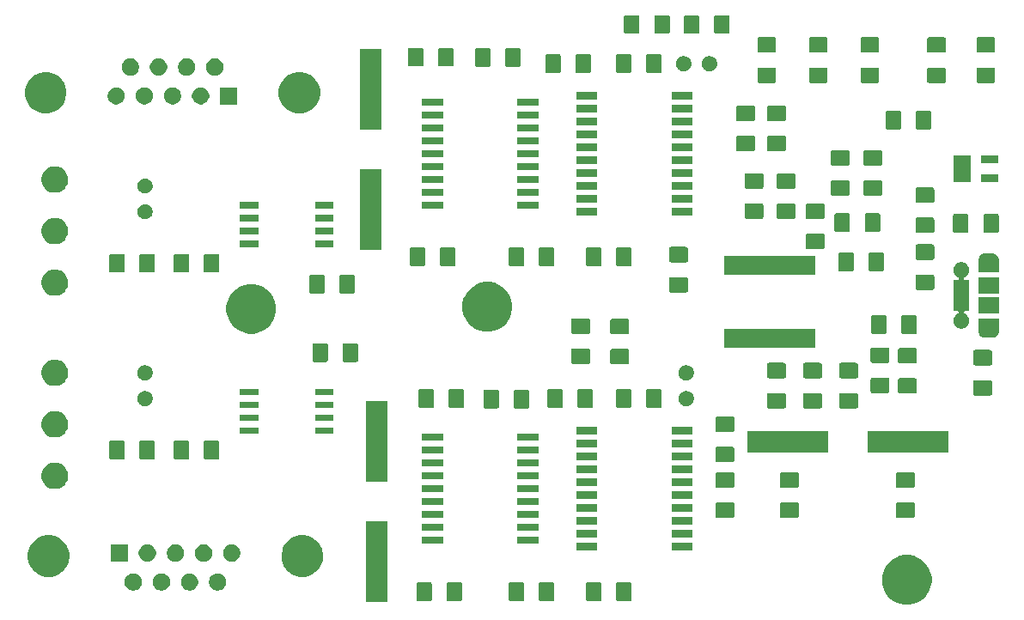
<source format=gbr>
G04 #@! TF.GenerationSoftware,KiCad,Pcbnew,(5.0.1)-3*
G04 #@! TF.CreationDate,2018-12-19T00:20:38+01:00*
G04 #@! TF.ProjectId,cret,637265742E6B696361645F7063620000,rev?*
G04 #@! TF.SameCoordinates,Original*
G04 #@! TF.FileFunction,Soldermask,Top*
G04 #@! TF.FilePolarity,Negative*
%FSLAX46Y46*%
G04 Gerber Fmt 4.6, Leading zero omitted, Abs format (unit mm)*
G04 Created by KiCad (PCBNEW (5.0.1)-3) date 19/12/2018 0:20:38*
%MOMM*%
%LPD*%
G01*
G04 APERTURE LIST*
%ADD10C,0.100000*%
G04 APERTURE END LIST*
D10*
G36*
X140567327Y-141254790D02*
X140567329Y-141254791D01*
X140567330Y-141254791D01*
X141013384Y-141439552D01*
X141299928Y-141631015D01*
X141414824Y-141707786D01*
X141756214Y-142049176D01*
X141756216Y-142049179D01*
X142024448Y-142450616D01*
X142209209Y-142896670D01*
X142209210Y-142896673D01*
X142303400Y-143370196D01*
X142303400Y-143853004D01*
X142264833Y-144046895D01*
X142209209Y-144326530D01*
X142024448Y-144772584D01*
X141757426Y-145172210D01*
X141756214Y-145174024D01*
X141414824Y-145515414D01*
X141414821Y-145515416D01*
X141013384Y-145783648D01*
X140567330Y-145968409D01*
X140567329Y-145968409D01*
X140567327Y-145968410D01*
X140093804Y-146062600D01*
X139610996Y-146062600D01*
X139137473Y-145968410D01*
X139137471Y-145968409D01*
X139137470Y-145968409D01*
X138691416Y-145783648D01*
X138289979Y-145515416D01*
X138289976Y-145515414D01*
X137948586Y-145174024D01*
X137947374Y-145172210D01*
X137680352Y-144772584D01*
X137495591Y-144326530D01*
X137439968Y-144046895D01*
X137401400Y-143853004D01*
X137401400Y-143370196D01*
X137495590Y-142896673D01*
X137495591Y-142896670D01*
X137680352Y-142450616D01*
X137948584Y-142049179D01*
X137948586Y-142049176D01*
X138289976Y-141707786D01*
X138404872Y-141631015D01*
X138691416Y-141439552D01*
X139137470Y-141254791D01*
X139137471Y-141254791D01*
X139137473Y-141254790D01*
X139610996Y-141160600D01*
X140093804Y-141160600D01*
X140567327Y-141254790D01*
X140567327Y-141254790D01*
G37*
G36*
X88681000Y-145816000D02*
X86579000Y-145816000D01*
X86579000Y-137839000D01*
X88681000Y-137839000D01*
X88681000Y-145816000D01*
X88681000Y-145816000D01*
G37*
G36*
X109615562Y-143858181D02*
X109650477Y-143868773D01*
X109682665Y-143885978D01*
X109710873Y-143909127D01*
X109734022Y-143937335D01*
X109751227Y-143969523D01*
X109761819Y-144004438D01*
X109766000Y-144046895D01*
X109766000Y-145513105D01*
X109761819Y-145555562D01*
X109751227Y-145590477D01*
X109734022Y-145622665D01*
X109710873Y-145650873D01*
X109682665Y-145674022D01*
X109650477Y-145691227D01*
X109615562Y-145701819D01*
X109573105Y-145706000D01*
X108431895Y-145706000D01*
X108389438Y-145701819D01*
X108354523Y-145691227D01*
X108322335Y-145674022D01*
X108294127Y-145650873D01*
X108270978Y-145622665D01*
X108253773Y-145590477D01*
X108243181Y-145555562D01*
X108239000Y-145513105D01*
X108239000Y-144046895D01*
X108243181Y-144004438D01*
X108253773Y-143969523D01*
X108270978Y-143937335D01*
X108294127Y-143909127D01*
X108322335Y-143885978D01*
X108354523Y-143868773D01*
X108389438Y-143858181D01*
X108431895Y-143854000D01*
X109573105Y-143854000D01*
X109615562Y-143858181D01*
X109615562Y-143858181D01*
G37*
G36*
X92888062Y-143858181D02*
X92922977Y-143868773D01*
X92955165Y-143885978D01*
X92983373Y-143909127D01*
X93006522Y-143937335D01*
X93023727Y-143969523D01*
X93034319Y-144004438D01*
X93038500Y-144046895D01*
X93038500Y-145513105D01*
X93034319Y-145555562D01*
X93023727Y-145590477D01*
X93006522Y-145622665D01*
X92983373Y-145650873D01*
X92955165Y-145674022D01*
X92922977Y-145691227D01*
X92888062Y-145701819D01*
X92845605Y-145706000D01*
X91704395Y-145706000D01*
X91661938Y-145701819D01*
X91627023Y-145691227D01*
X91594835Y-145674022D01*
X91566627Y-145650873D01*
X91543478Y-145622665D01*
X91526273Y-145590477D01*
X91515681Y-145555562D01*
X91511500Y-145513105D01*
X91511500Y-144046895D01*
X91515681Y-144004438D01*
X91526273Y-143969523D01*
X91543478Y-143937335D01*
X91566627Y-143909127D01*
X91594835Y-143885978D01*
X91627023Y-143868773D01*
X91661938Y-143858181D01*
X91704395Y-143854000D01*
X92845605Y-143854000D01*
X92888062Y-143858181D01*
X92888062Y-143858181D01*
G37*
G36*
X95863062Y-143858181D02*
X95897977Y-143868773D01*
X95930165Y-143885978D01*
X95958373Y-143909127D01*
X95981522Y-143937335D01*
X95998727Y-143969523D01*
X96009319Y-144004438D01*
X96013500Y-144046895D01*
X96013500Y-145513105D01*
X96009319Y-145555562D01*
X95998727Y-145590477D01*
X95981522Y-145622665D01*
X95958373Y-145650873D01*
X95930165Y-145674022D01*
X95897977Y-145691227D01*
X95863062Y-145701819D01*
X95820605Y-145706000D01*
X94679395Y-145706000D01*
X94636938Y-145701819D01*
X94602023Y-145691227D01*
X94569835Y-145674022D01*
X94541627Y-145650873D01*
X94518478Y-145622665D01*
X94501273Y-145590477D01*
X94490681Y-145555562D01*
X94486500Y-145513105D01*
X94486500Y-144046895D01*
X94490681Y-144004438D01*
X94501273Y-143969523D01*
X94518478Y-143937335D01*
X94541627Y-143909127D01*
X94569835Y-143885978D01*
X94602023Y-143868773D01*
X94636938Y-143858181D01*
X94679395Y-143854000D01*
X95820605Y-143854000D01*
X95863062Y-143858181D01*
X95863062Y-143858181D01*
G37*
G36*
X104970562Y-143858181D02*
X105005477Y-143868773D01*
X105037665Y-143885978D01*
X105065873Y-143909127D01*
X105089022Y-143937335D01*
X105106227Y-143969523D01*
X105116819Y-144004438D01*
X105121000Y-144046895D01*
X105121000Y-145513105D01*
X105116819Y-145555562D01*
X105106227Y-145590477D01*
X105089022Y-145622665D01*
X105065873Y-145650873D01*
X105037665Y-145674022D01*
X105005477Y-145691227D01*
X104970562Y-145701819D01*
X104928105Y-145706000D01*
X103786895Y-145706000D01*
X103744438Y-145701819D01*
X103709523Y-145691227D01*
X103677335Y-145674022D01*
X103649127Y-145650873D01*
X103625978Y-145622665D01*
X103608773Y-145590477D01*
X103598181Y-145555562D01*
X103594000Y-145513105D01*
X103594000Y-144046895D01*
X103598181Y-144004438D01*
X103608773Y-143969523D01*
X103625978Y-143937335D01*
X103649127Y-143909127D01*
X103677335Y-143885978D01*
X103709523Y-143868773D01*
X103744438Y-143858181D01*
X103786895Y-143854000D01*
X104928105Y-143854000D01*
X104970562Y-143858181D01*
X104970562Y-143858181D01*
G37*
G36*
X112590562Y-143858181D02*
X112625477Y-143868773D01*
X112657665Y-143885978D01*
X112685873Y-143909127D01*
X112709022Y-143937335D01*
X112726227Y-143969523D01*
X112736819Y-144004438D01*
X112741000Y-144046895D01*
X112741000Y-145513105D01*
X112736819Y-145555562D01*
X112726227Y-145590477D01*
X112709022Y-145622665D01*
X112685873Y-145650873D01*
X112657665Y-145674022D01*
X112625477Y-145691227D01*
X112590562Y-145701819D01*
X112548105Y-145706000D01*
X111406895Y-145706000D01*
X111364438Y-145701819D01*
X111329523Y-145691227D01*
X111297335Y-145674022D01*
X111269127Y-145650873D01*
X111245978Y-145622665D01*
X111228773Y-145590477D01*
X111218181Y-145555562D01*
X111214000Y-145513105D01*
X111214000Y-144046895D01*
X111218181Y-144004438D01*
X111228773Y-143969523D01*
X111245978Y-143937335D01*
X111269127Y-143909127D01*
X111297335Y-143885978D01*
X111329523Y-143868773D01*
X111364438Y-143858181D01*
X111406895Y-143854000D01*
X112548105Y-143854000D01*
X112590562Y-143858181D01*
X112590562Y-143858181D01*
G37*
G36*
X101995562Y-143858181D02*
X102030477Y-143868773D01*
X102062665Y-143885978D01*
X102090873Y-143909127D01*
X102114022Y-143937335D01*
X102131227Y-143969523D01*
X102141819Y-144004438D01*
X102146000Y-144046895D01*
X102146000Y-145513105D01*
X102141819Y-145555562D01*
X102131227Y-145590477D01*
X102114022Y-145622665D01*
X102090873Y-145650873D01*
X102062665Y-145674022D01*
X102030477Y-145691227D01*
X101995562Y-145701819D01*
X101953105Y-145706000D01*
X100811895Y-145706000D01*
X100769438Y-145701819D01*
X100734523Y-145691227D01*
X100702335Y-145674022D01*
X100674127Y-145650873D01*
X100650978Y-145622665D01*
X100633773Y-145590477D01*
X100623181Y-145555562D01*
X100619000Y-145513105D01*
X100619000Y-144046895D01*
X100623181Y-144004438D01*
X100633773Y-143969523D01*
X100650978Y-143937335D01*
X100674127Y-143909127D01*
X100702335Y-143885978D01*
X100734523Y-143868773D01*
X100769438Y-143858181D01*
X100811895Y-143854000D01*
X101953105Y-143854000D01*
X101995562Y-143858181D01*
X101995562Y-143858181D01*
G37*
G36*
X66633228Y-142991703D02*
X66788100Y-143055853D01*
X66927481Y-143148985D01*
X67046015Y-143267519D01*
X67139147Y-143406900D01*
X67203297Y-143561772D01*
X67236000Y-143726184D01*
X67236000Y-143893816D01*
X67203297Y-144058228D01*
X67139147Y-144213100D01*
X67046015Y-144352481D01*
X66927481Y-144471015D01*
X66788100Y-144564147D01*
X66633228Y-144628297D01*
X66468816Y-144661000D01*
X66301184Y-144661000D01*
X66136772Y-144628297D01*
X65981900Y-144564147D01*
X65842519Y-144471015D01*
X65723985Y-144352481D01*
X65630853Y-144213100D01*
X65566703Y-144058228D01*
X65534000Y-143893816D01*
X65534000Y-143726184D01*
X65566703Y-143561772D01*
X65630853Y-143406900D01*
X65723985Y-143267519D01*
X65842519Y-143148985D01*
X65981900Y-143055853D01*
X66136772Y-142991703D01*
X66301184Y-142959000D01*
X66468816Y-142959000D01*
X66633228Y-142991703D01*
X66633228Y-142991703D01*
G37*
G36*
X69403228Y-142991703D02*
X69558100Y-143055853D01*
X69697481Y-143148985D01*
X69816015Y-143267519D01*
X69909147Y-143406900D01*
X69973297Y-143561772D01*
X70006000Y-143726184D01*
X70006000Y-143893816D01*
X69973297Y-144058228D01*
X69909147Y-144213100D01*
X69816015Y-144352481D01*
X69697481Y-144471015D01*
X69558100Y-144564147D01*
X69403228Y-144628297D01*
X69238816Y-144661000D01*
X69071184Y-144661000D01*
X68906772Y-144628297D01*
X68751900Y-144564147D01*
X68612519Y-144471015D01*
X68493985Y-144352481D01*
X68400853Y-144213100D01*
X68336703Y-144058228D01*
X68304000Y-143893816D01*
X68304000Y-143726184D01*
X68336703Y-143561772D01*
X68400853Y-143406900D01*
X68493985Y-143267519D01*
X68612519Y-143148985D01*
X68751900Y-143055853D01*
X68906772Y-142991703D01*
X69071184Y-142959000D01*
X69238816Y-142959000D01*
X69403228Y-142991703D01*
X69403228Y-142991703D01*
G37*
G36*
X72173228Y-142991703D02*
X72328100Y-143055853D01*
X72467481Y-143148985D01*
X72586015Y-143267519D01*
X72679147Y-143406900D01*
X72743297Y-143561772D01*
X72776000Y-143726184D01*
X72776000Y-143893816D01*
X72743297Y-144058228D01*
X72679147Y-144213100D01*
X72586015Y-144352481D01*
X72467481Y-144471015D01*
X72328100Y-144564147D01*
X72173228Y-144628297D01*
X72008816Y-144661000D01*
X71841184Y-144661000D01*
X71676772Y-144628297D01*
X71521900Y-144564147D01*
X71382519Y-144471015D01*
X71263985Y-144352481D01*
X71170853Y-144213100D01*
X71106703Y-144058228D01*
X71074000Y-143893816D01*
X71074000Y-143726184D01*
X71106703Y-143561772D01*
X71170853Y-143406900D01*
X71263985Y-143267519D01*
X71382519Y-143148985D01*
X71521900Y-143055853D01*
X71676772Y-142991703D01*
X71841184Y-142959000D01*
X72008816Y-142959000D01*
X72173228Y-142991703D01*
X72173228Y-142991703D01*
G37*
G36*
X63863228Y-142991703D02*
X64018100Y-143055853D01*
X64157481Y-143148985D01*
X64276015Y-143267519D01*
X64369147Y-143406900D01*
X64433297Y-143561772D01*
X64466000Y-143726184D01*
X64466000Y-143893816D01*
X64433297Y-144058228D01*
X64369147Y-144213100D01*
X64276015Y-144352481D01*
X64157481Y-144471015D01*
X64018100Y-144564147D01*
X63863228Y-144628297D01*
X63698816Y-144661000D01*
X63531184Y-144661000D01*
X63366772Y-144628297D01*
X63211900Y-144564147D01*
X63072519Y-144471015D01*
X62953985Y-144352481D01*
X62860853Y-144213100D01*
X62796703Y-144058228D01*
X62764000Y-143893816D01*
X62764000Y-143726184D01*
X62796703Y-143561772D01*
X62860853Y-143406900D01*
X62953985Y-143267519D01*
X63072519Y-143148985D01*
X63211900Y-143055853D01*
X63366772Y-142991703D01*
X63531184Y-142959000D01*
X63698816Y-142959000D01*
X63863228Y-142991703D01*
X63863228Y-142991703D01*
G37*
G36*
X80868252Y-139297818D02*
X80868254Y-139297819D01*
X80868255Y-139297819D01*
X81241513Y-139452427D01*
X81241514Y-139452428D01*
X81577439Y-139676886D01*
X81863114Y-139962561D01*
X81863116Y-139962564D01*
X82087573Y-140298487D01*
X82198753Y-140566900D01*
X82242182Y-140671748D01*
X82321000Y-141067993D01*
X82321000Y-141472007D01*
X82274101Y-141707786D01*
X82242181Y-141868255D01*
X82087573Y-142241513D01*
X81866143Y-142572905D01*
X81863114Y-142577439D01*
X81577439Y-142863114D01*
X81577436Y-142863116D01*
X81241513Y-143087573D01*
X80868255Y-143242181D01*
X80868254Y-143242181D01*
X80868252Y-143242182D01*
X80472007Y-143321000D01*
X80067993Y-143321000D01*
X79671748Y-143242182D01*
X79671746Y-143242181D01*
X79671745Y-143242181D01*
X79298487Y-143087573D01*
X78962564Y-142863116D01*
X78962561Y-142863114D01*
X78676886Y-142577439D01*
X78673857Y-142572905D01*
X78452427Y-142241513D01*
X78297819Y-141868255D01*
X78265900Y-141707786D01*
X78219000Y-141472007D01*
X78219000Y-141067993D01*
X78297818Y-140671748D01*
X78341247Y-140566900D01*
X78452427Y-140298487D01*
X78676884Y-139962564D01*
X78676886Y-139962561D01*
X78962561Y-139676886D01*
X79298486Y-139452428D01*
X79298487Y-139452427D01*
X79671745Y-139297819D01*
X79671746Y-139297819D01*
X79671748Y-139297818D01*
X80067993Y-139219000D01*
X80472007Y-139219000D01*
X80868252Y-139297818D01*
X80868252Y-139297818D01*
G37*
G36*
X55868252Y-139297818D02*
X55868254Y-139297819D01*
X55868255Y-139297819D01*
X56241513Y-139452427D01*
X56241514Y-139452428D01*
X56577439Y-139676886D01*
X56863114Y-139962561D01*
X56863116Y-139962564D01*
X57087573Y-140298487D01*
X57198753Y-140566900D01*
X57242182Y-140671748D01*
X57321000Y-141067993D01*
X57321000Y-141472007D01*
X57274101Y-141707786D01*
X57242181Y-141868255D01*
X57087573Y-142241513D01*
X56866143Y-142572905D01*
X56863114Y-142577439D01*
X56577439Y-142863114D01*
X56577436Y-142863116D01*
X56241513Y-143087573D01*
X55868255Y-143242181D01*
X55868254Y-143242181D01*
X55868252Y-143242182D01*
X55472007Y-143321000D01*
X55067993Y-143321000D01*
X54671748Y-143242182D01*
X54671746Y-143242181D01*
X54671745Y-143242181D01*
X54298487Y-143087573D01*
X53962564Y-142863116D01*
X53962561Y-142863114D01*
X53676886Y-142577439D01*
X53673857Y-142572905D01*
X53452427Y-142241513D01*
X53297819Y-141868255D01*
X53265900Y-141707786D01*
X53219000Y-141472007D01*
X53219000Y-141067993D01*
X53297818Y-140671748D01*
X53341247Y-140566900D01*
X53452427Y-140298487D01*
X53676884Y-139962564D01*
X53676886Y-139962561D01*
X53962561Y-139676886D01*
X54298486Y-139452428D01*
X54298487Y-139452427D01*
X54671745Y-139297819D01*
X54671746Y-139297819D01*
X54671748Y-139297818D01*
X55067993Y-139219000D01*
X55472007Y-139219000D01*
X55868252Y-139297818D01*
X55868252Y-139297818D01*
G37*
G36*
X73558228Y-140151703D02*
X73713100Y-140215853D01*
X73852481Y-140308985D01*
X73971015Y-140427519D01*
X74064147Y-140566900D01*
X74128297Y-140721772D01*
X74161000Y-140886184D01*
X74161000Y-141053816D01*
X74128297Y-141218228D01*
X74064147Y-141373100D01*
X73971015Y-141512481D01*
X73852481Y-141631015D01*
X73713100Y-141724147D01*
X73558228Y-141788297D01*
X73393816Y-141821000D01*
X73226184Y-141821000D01*
X73061772Y-141788297D01*
X72906900Y-141724147D01*
X72767519Y-141631015D01*
X72648985Y-141512481D01*
X72555853Y-141373100D01*
X72491703Y-141218228D01*
X72459000Y-141053816D01*
X72459000Y-140886184D01*
X72491703Y-140721772D01*
X72555853Y-140566900D01*
X72648985Y-140427519D01*
X72767519Y-140308985D01*
X72906900Y-140215853D01*
X73061772Y-140151703D01*
X73226184Y-140119000D01*
X73393816Y-140119000D01*
X73558228Y-140151703D01*
X73558228Y-140151703D01*
G37*
G36*
X68018228Y-140151703D02*
X68173100Y-140215853D01*
X68312481Y-140308985D01*
X68431015Y-140427519D01*
X68524147Y-140566900D01*
X68588297Y-140721772D01*
X68621000Y-140886184D01*
X68621000Y-141053816D01*
X68588297Y-141218228D01*
X68524147Y-141373100D01*
X68431015Y-141512481D01*
X68312481Y-141631015D01*
X68173100Y-141724147D01*
X68018228Y-141788297D01*
X67853816Y-141821000D01*
X67686184Y-141821000D01*
X67521772Y-141788297D01*
X67366900Y-141724147D01*
X67227519Y-141631015D01*
X67108985Y-141512481D01*
X67015853Y-141373100D01*
X66951703Y-141218228D01*
X66919000Y-141053816D01*
X66919000Y-140886184D01*
X66951703Y-140721772D01*
X67015853Y-140566900D01*
X67108985Y-140427519D01*
X67227519Y-140308985D01*
X67366900Y-140215853D01*
X67521772Y-140151703D01*
X67686184Y-140119000D01*
X67853816Y-140119000D01*
X68018228Y-140151703D01*
X68018228Y-140151703D01*
G37*
G36*
X65248228Y-140151703D02*
X65403100Y-140215853D01*
X65542481Y-140308985D01*
X65661015Y-140427519D01*
X65754147Y-140566900D01*
X65818297Y-140721772D01*
X65851000Y-140886184D01*
X65851000Y-141053816D01*
X65818297Y-141218228D01*
X65754147Y-141373100D01*
X65661015Y-141512481D01*
X65542481Y-141631015D01*
X65403100Y-141724147D01*
X65248228Y-141788297D01*
X65083816Y-141821000D01*
X64916184Y-141821000D01*
X64751772Y-141788297D01*
X64596900Y-141724147D01*
X64457519Y-141631015D01*
X64338985Y-141512481D01*
X64245853Y-141373100D01*
X64181703Y-141218228D01*
X64149000Y-141053816D01*
X64149000Y-140886184D01*
X64181703Y-140721772D01*
X64245853Y-140566900D01*
X64338985Y-140427519D01*
X64457519Y-140308985D01*
X64596900Y-140215853D01*
X64751772Y-140151703D01*
X64916184Y-140119000D01*
X65083816Y-140119000D01*
X65248228Y-140151703D01*
X65248228Y-140151703D01*
G37*
G36*
X63081000Y-141821000D02*
X61379000Y-141821000D01*
X61379000Y-140119000D01*
X63081000Y-140119000D01*
X63081000Y-141821000D01*
X63081000Y-141821000D01*
G37*
G36*
X70788228Y-140151703D02*
X70943100Y-140215853D01*
X71082481Y-140308985D01*
X71201015Y-140427519D01*
X71294147Y-140566900D01*
X71358297Y-140721772D01*
X71391000Y-140886184D01*
X71391000Y-141053816D01*
X71358297Y-141218228D01*
X71294147Y-141373100D01*
X71201015Y-141512481D01*
X71082481Y-141631015D01*
X70943100Y-141724147D01*
X70788228Y-141788297D01*
X70623816Y-141821000D01*
X70456184Y-141821000D01*
X70291772Y-141788297D01*
X70136900Y-141724147D01*
X69997519Y-141631015D01*
X69878985Y-141512481D01*
X69785853Y-141373100D01*
X69721703Y-141218228D01*
X69689000Y-141053816D01*
X69689000Y-140886184D01*
X69721703Y-140721772D01*
X69785853Y-140566900D01*
X69878985Y-140427519D01*
X69997519Y-140308985D01*
X70136900Y-140215853D01*
X70291772Y-140151703D01*
X70456184Y-140119000D01*
X70623816Y-140119000D01*
X70788228Y-140151703D01*
X70788228Y-140151703D01*
G37*
G36*
X109356000Y-140686000D02*
X107304000Y-140686000D01*
X107304000Y-139984000D01*
X109356000Y-139984000D01*
X109356000Y-140686000D01*
X109356000Y-140686000D01*
G37*
G36*
X118756000Y-140686000D02*
X116704000Y-140686000D01*
X116704000Y-139984000D01*
X118756000Y-139984000D01*
X118756000Y-140686000D01*
X118756000Y-140686000D01*
G37*
G36*
X94141000Y-140051000D02*
X92039000Y-140051000D01*
X92039000Y-139349000D01*
X94141000Y-139349000D01*
X94141000Y-140051000D01*
X94141000Y-140051000D01*
G37*
G36*
X103541000Y-140051000D02*
X101439000Y-140051000D01*
X101439000Y-139349000D01*
X103541000Y-139349000D01*
X103541000Y-140051000D01*
X103541000Y-140051000D01*
G37*
G36*
X109356000Y-139416000D02*
X107304000Y-139416000D01*
X107304000Y-138714000D01*
X109356000Y-138714000D01*
X109356000Y-139416000D01*
X109356000Y-139416000D01*
G37*
G36*
X118756000Y-139416000D02*
X116704000Y-139416000D01*
X116704000Y-138714000D01*
X118756000Y-138714000D01*
X118756000Y-139416000D01*
X118756000Y-139416000D01*
G37*
G36*
X94141000Y-138781000D02*
X92039000Y-138781000D01*
X92039000Y-138079000D01*
X94141000Y-138079000D01*
X94141000Y-138781000D01*
X94141000Y-138781000D01*
G37*
G36*
X103541000Y-138781000D02*
X101439000Y-138781000D01*
X101439000Y-138079000D01*
X103541000Y-138079000D01*
X103541000Y-138781000D01*
X103541000Y-138781000D01*
G37*
G36*
X118756000Y-138146000D02*
X116704000Y-138146000D01*
X116704000Y-137444000D01*
X118756000Y-137444000D01*
X118756000Y-138146000D01*
X118756000Y-138146000D01*
G37*
G36*
X109356000Y-138146000D02*
X107304000Y-138146000D01*
X107304000Y-137444000D01*
X109356000Y-137444000D01*
X109356000Y-138146000D01*
X109356000Y-138146000D01*
G37*
G36*
X94141000Y-137511000D02*
X92039000Y-137511000D01*
X92039000Y-136809000D01*
X94141000Y-136809000D01*
X94141000Y-137511000D01*
X94141000Y-137511000D01*
G37*
G36*
X103541000Y-137511000D02*
X101439000Y-137511000D01*
X101439000Y-136809000D01*
X103541000Y-136809000D01*
X103541000Y-137511000D01*
X103541000Y-137511000D01*
G37*
G36*
X122695562Y-135983181D02*
X122730477Y-135993773D01*
X122762665Y-136010978D01*
X122790873Y-136034127D01*
X122814022Y-136062335D01*
X122831227Y-136094523D01*
X122841819Y-136129438D01*
X122846000Y-136171895D01*
X122846000Y-137313105D01*
X122841819Y-137355562D01*
X122831227Y-137390477D01*
X122814022Y-137422665D01*
X122790873Y-137450873D01*
X122762665Y-137474022D01*
X122730477Y-137491227D01*
X122695562Y-137501819D01*
X122653105Y-137506000D01*
X121186895Y-137506000D01*
X121144438Y-137501819D01*
X121109523Y-137491227D01*
X121077335Y-137474022D01*
X121049127Y-137450873D01*
X121025978Y-137422665D01*
X121008773Y-137390477D01*
X120998181Y-137355562D01*
X120994000Y-137313105D01*
X120994000Y-136171895D01*
X120998181Y-136129438D01*
X121008773Y-136094523D01*
X121025978Y-136062335D01*
X121049127Y-136034127D01*
X121077335Y-136010978D01*
X121109523Y-135993773D01*
X121144438Y-135983181D01*
X121186895Y-135979000D01*
X122653105Y-135979000D01*
X122695562Y-135983181D01*
X122695562Y-135983181D01*
G37*
G36*
X129045562Y-135983181D02*
X129080477Y-135993773D01*
X129112665Y-136010978D01*
X129140873Y-136034127D01*
X129164022Y-136062335D01*
X129181227Y-136094523D01*
X129191819Y-136129438D01*
X129196000Y-136171895D01*
X129196000Y-137313105D01*
X129191819Y-137355562D01*
X129181227Y-137390477D01*
X129164022Y-137422665D01*
X129140873Y-137450873D01*
X129112665Y-137474022D01*
X129080477Y-137491227D01*
X129045562Y-137501819D01*
X129003105Y-137506000D01*
X127536895Y-137506000D01*
X127494438Y-137501819D01*
X127459523Y-137491227D01*
X127427335Y-137474022D01*
X127399127Y-137450873D01*
X127375978Y-137422665D01*
X127358773Y-137390477D01*
X127348181Y-137355562D01*
X127344000Y-137313105D01*
X127344000Y-136171895D01*
X127348181Y-136129438D01*
X127358773Y-136094523D01*
X127375978Y-136062335D01*
X127399127Y-136034127D01*
X127427335Y-136010978D01*
X127459523Y-135993773D01*
X127494438Y-135983181D01*
X127536895Y-135979000D01*
X129003105Y-135979000D01*
X129045562Y-135983181D01*
X129045562Y-135983181D01*
G37*
G36*
X140475562Y-135983181D02*
X140510477Y-135993773D01*
X140542665Y-136010978D01*
X140570873Y-136034127D01*
X140594022Y-136062335D01*
X140611227Y-136094523D01*
X140621819Y-136129438D01*
X140626000Y-136171895D01*
X140626000Y-137313105D01*
X140621819Y-137355562D01*
X140611227Y-137390477D01*
X140594022Y-137422665D01*
X140570873Y-137450873D01*
X140542665Y-137474022D01*
X140510477Y-137491227D01*
X140475562Y-137501819D01*
X140433105Y-137506000D01*
X138966895Y-137506000D01*
X138924438Y-137501819D01*
X138889523Y-137491227D01*
X138857335Y-137474022D01*
X138829127Y-137450873D01*
X138805978Y-137422665D01*
X138788773Y-137390477D01*
X138778181Y-137355562D01*
X138774000Y-137313105D01*
X138774000Y-136171895D01*
X138778181Y-136129438D01*
X138788773Y-136094523D01*
X138805978Y-136062335D01*
X138829127Y-136034127D01*
X138857335Y-136010978D01*
X138889523Y-135993773D01*
X138924438Y-135983181D01*
X138966895Y-135979000D01*
X140433105Y-135979000D01*
X140475562Y-135983181D01*
X140475562Y-135983181D01*
G37*
G36*
X118756000Y-136876000D02*
X116704000Y-136876000D01*
X116704000Y-136174000D01*
X118756000Y-136174000D01*
X118756000Y-136876000D01*
X118756000Y-136876000D01*
G37*
G36*
X109356000Y-136876000D02*
X107304000Y-136876000D01*
X107304000Y-136174000D01*
X109356000Y-136174000D01*
X109356000Y-136876000D01*
X109356000Y-136876000D01*
G37*
G36*
X94141000Y-136241000D02*
X92039000Y-136241000D01*
X92039000Y-135539000D01*
X94141000Y-135539000D01*
X94141000Y-136241000D01*
X94141000Y-136241000D01*
G37*
G36*
X103541000Y-136241000D02*
X101439000Y-136241000D01*
X101439000Y-135539000D01*
X103541000Y-135539000D01*
X103541000Y-136241000D01*
X103541000Y-136241000D01*
G37*
G36*
X109356000Y-135606000D02*
X107304000Y-135606000D01*
X107304000Y-134904000D01*
X109356000Y-134904000D01*
X109356000Y-135606000D01*
X109356000Y-135606000D01*
G37*
G36*
X118756000Y-135606000D02*
X116704000Y-135606000D01*
X116704000Y-134904000D01*
X118756000Y-134904000D01*
X118756000Y-135606000D01*
X118756000Y-135606000D01*
G37*
G36*
X94141000Y-134971000D02*
X92039000Y-134971000D01*
X92039000Y-134269000D01*
X94141000Y-134269000D01*
X94141000Y-134971000D01*
X94141000Y-134971000D01*
G37*
G36*
X103541000Y-134971000D02*
X101439000Y-134971000D01*
X101439000Y-134269000D01*
X103541000Y-134269000D01*
X103541000Y-134971000D01*
X103541000Y-134971000D01*
G37*
G36*
X56259485Y-132098996D02*
X56259487Y-132098997D01*
X56259488Y-132098997D01*
X56496255Y-132197069D01*
X56709342Y-132339449D01*
X56890551Y-132520658D01*
X57032931Y-132733745D01*
X57131004Y-132970515D01*
X57181000Y-133221861D01*
X57181000Y-133478139D01*
X57131004Y-133729485D01*
X57032931Y-133966255D01*
X56890551Y-134179342D01*
X56709342Y-134360551D01*
X56709339Y-134360553D01*
X56496255Y-134502931D01*
X56259488Y-134601003D01*
X56259487Y-134601003D01*
X56259485Y-134601004D01*
X56008139Y-134651000D01*
X55751861Y-134651000D01*
X55500515Y-134601004D01*
X55500513Y-134601003D01*
X55500512Y-134601003D01*
X55263745Y-134502931D01*
X55050661Y-134360553D01*
X55050658Y-134360551D01*
X54869449Y-134179342D01*
X54727069Y-133966255D01*
X54628996Y-133729485D01*
X54579000Y-133478139D01*
X54579000Y-133221861D01*
X54628996Y-132970515D01*
X54727069Y-132733745D01*
X54869449Y-132520658D01*
X55050658Y-132339449D01*
X55263745Y-132197069D01*
X55500512Y-132098997D01*
X55500513Y-132098997D01*
X55500515Y-132098996D01*
X55751861Y-132049000D01*
X56008139Y-132049000D01*
X56259485Y-132098996D01*
X56259485Y-132098996D01*
G37*
G36*
X140475562Y-133008181D02*
X140510477Y-133018773D01*
X140542665Y-133035978D01*
X140570873Y-133059127D01*
X140594022Y-133087335D01*
X140611227Y-133119523D01*
X140621819Y-133154438D01*
X140626000Y-133196895D01*
X140626000Y-134338105D01*
X140621819Y-134380562D01*
X140611227Y-134415477D01*
X140594022Y-134447665D01*
X140570873Y-134475873D01*
X140542665Y-134499022D01*
X140510477Y-134516227D01*
X140475562Y-134526819D01*
X140433105Y-134531000D01*
X138966895Y-134531000D01*
X138924438Y-134526819D01*
X138889523Y-134516227D01*
X138857335Y-134499022D01*
X138829127Y-134475873D01*
X138805978Y-134447665D01*
X138788773Y-134415477D01*
X138778181Y-134380562D01*
X138774000Y-134338105D01*
X138774000Y-133196895D01*
X138778181Y-133154438D01*
X138788773Y-133119523D01*
X138805978Y-133087335D01*
X138829127Y-133059127D01*
X138857335Y-133035978D01*
X138889523Y-133018773D01*
X138924438Y-133008181D01*
X138966895Y-133004000D01*
X140433105Y-133004000D01*
X140475562Y-133008181D01*
X140475562Y-133008181D01*
G37*
G36*
X129045562Y-133008181D02*
X129080477Y-133018773D01*
X129112665Y-133035978D01*
X129140873Y-133059127D01*
X129164022Y-133087335D01*
X129181227Y-133119523D01*
X129191819Y-133154438D01*
X129196000Y-133196895D01*
X129196000Y-134338105D01*
X129191819Y-134380562D01*
X129181227Y-134415477D01*
X129164022Y-134447665D01*
X129140873Y-134475873D01*
X129112665Y-134499022D01*
X129080477Y-134516227D01*
X129045562Y-134526819D01*
X129003105Y-134531000D01*
X127536895Y-134531000D01*
X127494438Y-134526819D01*
X127459523Y-134516227D01*
X127427335Y-134499022D01*
X127399127Y-134475873D01*
X127375978Y-134447665D01*
X127358773Y-134415477D01*
X127348181Y-134380562D01*
X127344000Y-134338105D01*
X127344000Y-133196895D01*
X127348181Y-133154438D01*
X127358773Y-133119523D01*
X127375978Y-133087335D01*
X127399127Y-133059127D01*
X127427335Y-133035978D01*
X127459523Y-133018773D01*
X127494438Y-133008181D01*
X127536895Y-133004000D01*
X129003105Y-133004000D01*
X129045562Y-133008181D01*
X129045562Y-133008181D01*
G37*
G36*
X122695562Y-133008181D02*
X122730477Y-133018773D01*
X122762665Y-133035978D01*
X122790873Y-133059127D01*
X122814022Y-133087335D01*
X122831227Y-133119523D01*
X122841819Y-133154438D01*
X122846000Y-133196895D01*
X122846000Y-134338105D01*
X122841819Y-134380562D01*
X122831227Y-134415477D01*
X122814022Y-134447665D01*
X122790873Y-134475873D01*
X122762665Y-134499022D01*
X122730477Y-134516227D01*
X122695562Y-134526819D01*
X122653105Y-134531000D01*
X121186895Y-134531000D01*
X121144438Y-134526819D01*
X121109523Y-134516227D01*
X121077335Y-134499022D01*
X121049127Y-134475873D01*
X121025978Y-134447665D01*
X121008773Y-134415477D01*
X120998181Y-134380562D01*
X120994000Y-134338105D01*
X120994000Y-133196895D01*
X120998181Y-133154438D01*
X121008773Y-133119523D01*
X121025978Y-133087335D01*
X121049127Y-133059127D01*
X121077335Y-133035978D01*
X121109523Y-133018773D01*
X121144438Y-133008181D01*
X121186895Y-133004000D01*
X122653105Y-133004000D01*
X122695562Y-133008181D01*
X122695562Y-133008181D01*
G37*
G36*
X109356000Y-134336000D02*
X107304000Y-134336000D01*
X107304000Y-133634000D01*
X109356000Y-133634000D01*
X109356000Y-134336000D01*
X109356000Y-134336000D01*
G37*
G36*
X118756000Y-134336000D02*
X116704000Y-134336000D01*
X116704000Y-133634000D01*
X118756000Y-133634000D01*
X118756000Y-134336000D01*
X118756000Y-134336000D01*
G37*
G36*
X88681000Y-133941000D02*
X86579000Y-133941000D01*
X86579000Y-125964000D01*
X88681000Y-125964000D01*
X88681000Y-133941000D01*
X88681000Y-133941000D01*
G37*
G36*
X94141000Y-133701000D02*
X92039000Y-133701000D01*
X92039000Y-132999000D01*
X94141000Y-132999000D01*
X94141000Y-133701000D01*
X94141000Y-133701000D01*
G37*
G36*
X103541000Y-133701000D02*
X101439000Y-133701000D01*
X101439000Y-132999000D01*
X103541000Y-132999000D01*
X103541000Y-133701000D01*
X103541000Y-133701000D01*
G37*
G36*
X109356000Y-133066000D02*
X107304000Y-133066000D01*
X107304000Y-132364000D01*
X109356000Y-132364000D01*
X109356000Y-133066000D01*
X109356000Y-133066000D01*
G37*
G36*
X118756000Y-133066000D02*
X116704000Y-133066000D01*
X116704000Y-132364000D01*
X118756000Y-132364000D01*
X118756000Y-133066000D01*
X118756000Y-133066000D01*
G37*
G36*
X94141000Y-132431000D02*
X92039000Y-132431000D01*
X92039000Y-131729000D01*
X94141000Y-131729000D01*
X94141000Y-132431000D01*
X94141000Y-132431000D01*
G37*
G36*
X103541000Y-132431000D02*
X101439000Y-132431000D01*
X101439000Y-131729000D01*
X103541000Y-131729000D01*
X103541000Y-132431000D01*
X103541000Y-132431000D01*
G37*
G36*
X122695562Y-130485681D02*
X122730477Y-130496273D01*
X122762665Y-130513478D01*
X122790873Y-130536627D01*
X122814022Y-130564835D01*
X122831227Y-130597023D01*
X122841819Y-130631938D01*
X122846000Y-130674395D01*
X122846000Y-131815605D01*
X122841819Y-131858062D01*
X122831227Y-131892977D01*
X122814022Y-131925165D01*
X122790873Y-131953373D01*
X122762665Y-131976522D01*
X122730477Y-131993727D01*
X122695562Y-132004319D01*
X122653105Y-132008500D01*
X121186895Y-132008500D01*
X121144438Y-132004319D01*
X121109523Y-131993727D01*
X121077335Y-131976522D01*
X121049127Y-131953373D01*
X121025978Y-131925165D01*
X121008773Y-131892977D01*
X120998181Y-131858062D01*
X120994000Y-131815605D01*
X120994000Y-130674395D01*
X120998181Y-130631938D01*
X121008773Y-130597023D01*
X121025978Y-130564835D01*
X121049127Y-130536627D01*
X121077335Y-130513478D01*
X121109523Y-130496273D01*
X121144438Y-130485681D01*
X121186895Y-130481500D01*
X122653105Y-130481500D01*
X122695562Y-130485681D01*
X122695562Y-130485681D01*
G37*
G36*
X109356000Y-131796000D02*
X107304000Y-131796000D01*
X107304000Y-131094000D01*
X109356000Y-131094000D01*
X109356000Y-131796000D01*
X109356000Y-131796000D01*
G37*
G36*
X118756000Y-131796000D02*
X116704000Y-131796000D01*
X116704000Y-131094000D01*
X118756000Y-131094000D01*
X118756000Y-131796000D01*
X118756000Y-131796000D01*
G37*
G36*
X71950562Y-129888181D02*
X71985477Y-129898773D01*
X72017665Y-129915978D01*
X72045873Y-129939127D01*
X72069022Y-129967335D01*
X72086227Y-129999523D01*
X72096819Y-130034438D01*
X72101000Y-130076895D01*
X72101000Y-131543105D01*
X72096819Y-131585562D01*
X72086227Y-131620477D01*
X72069022Y-131652665D01*
X72045873Y-131680873D01*
X72017665Y-131704022D01*
X71985477Y-131721227D01*
X71950562Y-131731819D01*
X71908105Y-131736000D01*
X70766895Y-131736000D01*
X70724438Y-131731819D01*
X70689523Y-131721227D01*
X70657335Y-131704022D01*
X70629127Y-131680873D01*
X70605978Y-131652665D01*
X70588773Y-131620477D01*
X70578181Y-131585562D01*
X70574000Y-131543105D01*
X70574000Y-130076895D01*
X70578181Y-130034438D01*
X70588773Y-129999523D01*
X70605978Y-129967335D01*
X70629127Y-129939127D01*
X70657335Y-129915978D01*
X70689523Y-129898773D01*
X70724438Y-129888181D01*
X70766895Y-129884000D01*
X71908105Y-129884000D01*
X71950562Y-129888181D01*
X71950562Y-129888181D01*
G37*
G36*
X68975562Y-129888181D02*
X69010477Y-129898773D01*
X69042665Y-129915978D01*
X69070873Y-129939127D01*
X69094022Y-129967335D01*
X69111227Y-129999523D01*
X69121819Y-130034438D01*
X69126000Y-130076895D01*
X69126000Y-131543105D01*
X69121819Y-131585562D01*
X69111227Y-131620477D01*
X69094022Y-131652665D01*
X69070873Y-131680873D01*
X69042665Y-131704022D01*
X69010477Y-131721227D01*
X68975562Y-131731819D01*
X68933105Y-131736000D01*
X67791895Y-131736000D01*
X67749438Y-131731819D01*
X67714523Y-131721227D01*
X67682335Y-131704022D01*
X67654127Y-131680873D01*
X67630978Y-131652665D01*
X67613773Y-131620477D01*
X67603181Y-131585562D01*
X67599000Y-131543105D01*
X67599000Y-130076895D01*
X67603181Y-130034438D01*
X67613773Y-129999523D01*
X67630978Y-129967335D01*
X67654127Y-129939127D01*
X67682335Y-129915978D01*
X67714523Y-129898773D01*
X67749438Y-129888181D01*
X67791895Y-129884000D01*
X68933105Y-129884000D01*
X68975562Y-129888181D01*
X68975562Y-129888181D01*
G37*
G36*
X65600562Y-129888181D02*
X65635477Y-129898773D01*
X65667665Y-129915978D01*
X65695873Y-129939127D01*
X65719022Y-129967335D01*
X65736227Y-129999523D01*
X65746819Y-130034438D01*
X65751000Y-130076895D01*
X65751000Y-131543105D01*
X65746819Y-131585562D01*
X65736227Y-131620477D01*
X65719022Y-131652665D01*
X65695873Y-131680873D01*
X65667665Y-131704022D01*
X65635477Y-131721227D01*
X65600562Y-131731819D01*
X65558105Y-131736000D01*
X64416895Y-131736000D01*
X64374438Y-131731819D01*
X64339523Y-131721227D01*
X64307335Y-131704022D01*
X64279127Y-131680873D01*
X64255978Y-131652665D01*
X64238773Y-131620477D01*
X64228181Y-131585562D01*
X64224000Y-131543105D01*
X64224000Y-130076895D01*
X64228181Y-130034438D01*
X64238773Y-129999523D01*
X64255978Y-129967335D01*
X64279127Y-129939127D01*
X64307335Y-129915978D01*
X64339523Y-129898773D01*
X64374438Y-129888181D01*
X64416895Y-129884000D01*
X65558105Y-129884000D01*
X65600562Y-129888181D01*
X65600562Y-129888181D01*
G37*
G36*
X62625562Y-129888181D02*
X62660477Y-129898773D01*
X62692665Y-129915978D01*
X62720873Y-129939127D01*
X62744022Y-129967335D01*
X62761227Y-129999523D01*
X62771819Y-130034438D01*
X62776000Y-130076895D01*
X62776000Y-131543105D01*
X62771819Y-131585562D01*
X62761227Y-131620477D01*
X62744022Y-131652665D01*
X62720873Y-131680873D01*
X62692665Y-131704022D01*
X62660477Y-131721227D01*
X62625562Y-131731819D01*
X62583105Y-131736000D01*
X61441895Y-131736000D01*
X61399438Y-131731819D01*
X61364523Y-131721227D01*
X61332335Y-131704022D01*
X61304127Y-131680873D01*
X61280978Y-131652665D01*
X61263773Y-131620477D01*
X61253181Y-131585562D01*
X61249000Y-131543105D01*
X61249000Y-130076895D01*
X61253181Y-130034438D01*
X61263773Y-129999523D01*
X61280978Y-129967335D01*
X61304127Y-129939127D01*
X61332335Y-129915978D01*
X61364523Y-129898773D01*
X61399438Y-129888181D01*
X61441895Y-129884000D01*
X62583105Y-129884000D01*
X62625562Y-129888181D01*
X62625562Y-129888181D01*
G37*
G36*
X103541000Y-131161000D02*
X101439000Y-131161000D01*
X101439000Y-130459000D01*
X103541000Y-130459000D01*
X103541000Y-131161000D01*
X103541000Y-131161000D01*
G37*
G36*
X94141000Y-131161000D02*
X92039000Y-131161000D01*
X92039000Y-130459000D01*
X94141000Y-130459000D01*
X94141000Y-131161000D01*
X94141000Y-131161000D01*
G37*
G36*
X132082586Y-131081818D02*
X124105586Y-131081818D01*
X124105586Y-128979818D01*
X132082586Y-128979818D01*
X132082586Y-131081818D01*
X132082586Y-131081818D01*
G37*
G36*
X143957586Y-131081818D02*
X135980586Y-131081818D01*
X135980586Y-128979818D01*
X143957586Y-128979818D01*
X143957586Y-131081818D01*
X143957586Y-131081818D01*
G37*
G36*
X118756000Y-130526000D02*
X116704000Y-130526000D01*
X116704000Y-129824000D01*
X118756000Y-129824000D01*
X118756000Y-130526000D01*
X118756000Y-130526000D01*
G37*
G36*
X109356000Y-130526000D02*
X107304000Y-130526000D01*
X107304000Y-129824000D01*
X109356000Y-129824000D01*
X109356000Y-130526000D01*
X109356000Y-130526000D01*
G37*
G36*
X94141000Y-129891000D02*
X92039000Y-129891000D01*
X92039000Y-129189000D01*
X94141000Y-129189000D01*
X94141000Y-129891000D01*
X94141000Y-129891000D01*
G37*
G36*
X103541000Y-129891000D02*
X101439000Y-129891000D01*
X101439000Y-129189000D01*
X103541000Y-129189000D01*
X103541000Y-129891000D01*
X103541000Y-129891000D01*
G37*
G36*
X56259485Y-127018996D02*
X56259487Y-127018997D01*
X56259488Y-127018997D01*
X56496255Y-127117069D01*
X56709342Y-127259449D01*
X56890551Y-127440658D01*
X57032931Y-127653745D01*
X57131004Y-127890515D01*
X57181000Y-128141861D01*
X57181000Y-128398139D01*
X57131004Y-128649485D01*
X57032931Y-128886255D01*
X56890551Y-129099342D01*
X56709342Y-129280551D01*
X56709339Y-129280553D01*
X56496255Y-129422931D01*
X56259488Y-129521003D01*
X56259487Y-129521003D01*
X56259485Y-129521004D01*
X56008139Y-129571000D01*
X55751861Y-129571000D01*
X55500515Y-129521004D01*
X55500513Y-129521003D01*
X55500512Y-129521003D01*
X55263745Y-129422931D01*
X55050661Y-129280553D01*
X55050658Y-129280551D01*
X54869449Y-129099342D01*
X54727069Y-128886255D01*
X54628996Y-128649485D01*
X54579000Y-128398139D01*
X54579000Y-128141861D01*
X54628996Y-127890515D01*
X54727069Y-127653745D01*
X54869449Y-127440658D01*
X55050658Y-127259449D01*
X55263745Y-127117069D01*
X55500512Y-127018997D01*
X55500513Y-127018997D01*
X55500515Y-127018996D01*
X55751861Y-126969000D01*
X56008139Y-126969000D01*
X56259485Y-127018996D01*
X56259485Y-127018996D01*
G37*
G36*
X118756000Y-129256000D02*
X116704000Y-129256000D01*
X116704000Y-128554000D01*
X118756000Y-128554000D01*
X118756000Y-129256000D01*
X118756000Y-129256000D01*
G37*
G36*
X109356000Y-129256000D02*
X107304000Y-129256000D01*
X107304000Y-128554000D01*
X109356000Y-128554000D01*
X109356000Y-129256000D01*
X109356000Y-129256000D01*
G37*
G36*
X83366000Y-129231000D02*
X81514000Y-129231000D01*
X81514000Y-128579000D01*
X83366000Y-128579000D01*
X83366000Y-129231000D01*
X83366000Y-129231000D01*
G37*
G36*
X75966000Y-129231000D02*
X74114000Y-129231000D01*
X74114000Y-128579000D01*
X75966000Y-128579000D01*
X75966000Y-129231000D01*
X75966000Y-129231000D01*
G37*
G36*
X122695562Y-127510681D02*
X122730477Y-127521273D01*
X122762665Y-127538478D01*
X122790873Y-127561627D01*
X122814022Y-127589835D01*
X122831227Y-127622023D01*
X122841819Y-127656938D01*
X122846000Y-127699395D01*
X122846000Y-128840605D01*
X122841819Y-128883062D01*
X122831227Y-128917977D01*
X122814022Y-128950165D01*
X122790873Y-128978373D01*
X122762665Y-129001522D01*
X122730477Y-129018727D01*
X122695562Y-129029319D01*
X122653105Y-129033500D01*
X121186895Y-129033500D01*
X121144438Y-129029319D01*
X121109523Y-129018727D01*
X121077335Y-129001522D01*
X121049127Y-128978373D01*
X121025978Y-128950165D01*
X121008773Y-128917977D01*
X120998181Y-128883062D01*
X120994000Y-128840605D01*
X120994000Y-127699395D01*
X120998181Y-127656938D01*
X121008773Y-127622023D01*
X121025978Y-127589835D01*
X121049127Y-127561627D01*
X121077335Y-127538478D01*
X121109523Y-127521273D01*
X121144438Y-127510681D01*
X121186895Y-127506500D01*
X122653105Y-127506500D01*
X122695562Y-127510681D01*
X122695562Y-127510681D01*
G37*
G36*
X83366000Y-127961000D02*
X81514000Y-127961000D01*
X81514000Y-127309000D01*
X83366000Y-127309000D01*
X83366000Y-127961000D01*
X83366000Y-127961000D01*
G37*
G36*
X75966000Y-127961000D02*
X74114000Y-127961000D01*
X74114000Y-127309000D01*
X75966000Y-127309000D01*
X75966000Y-127961000D01*
X75966000Y-127961000D01*
G37*
G36*
X131331562Y-125188181D02*
X131366477Y-125198773D01*
X131398665Y-125215978D01*
X131426873Y-125239127D01*
X131450022Y-125267335D01*
X131467227Y-125299523D01*
X131477819Y-125334438D01*
X131482000Y-125376895D01*
X131482000Y-126518105D01*
X131477819Y-126560562D01*
X131467227Y-126595477D01*
X131450022Y-126627665D01*
X131426873Y-126655873D01*
X131398665Y-126679022D01*
X131366477Y-126696227D01*
X131331562Y-126706819D01*
X131289105Y-126711000D01*
X129822895Y-126711000D01*
X129780438Y-126706819D01*
X129745523Y-126696227D01*
X129713335Y-126679022D01*
X129685127Y-126655873D01*
X129661978Y-126627665D01*
X129644773Y-126595477D01*
X129634181Y-126560562D01*
X129630000Y-126518105D01*
X129630000Y-125376895D01*
X129634181Y-125334438D01*
X129644773Y-125299523D01*
X129661978Y-125267335D01*
X129685127Y-125239127D01*
X129713335Y-125215978D01*
X129745523Y-125198773D01*
X129780438Y-125188181D01*
X129822895Y-125184000D01*
X131289105Y-125184000D01*
X131331562Y-125188181D01*
X131331562Y-125188181D01*
G37*
G36*
X134887562Y-125188181D02*
X134922477Y-125198773D01*
X134954665Y-125215978D01*
X134982873Y-125239127D01*
X135006022Y-125267335D01*
X135023227Y-125299523D01*
X135033819Y-125334438D01*
X135038000Y-125376895D01*
X135038000Y-126518105D01*
X135033819Y-126560562D01*
X135023227Y-126595477D01*
X135006022Y-126627665D01*
X134982873Y-126655873D01*
X134954665Y-126679022D01*
X134922477Y-126696227D01*
X134887562Y-126706819D01*
X134845105Y-126711000D01*
X133378895Y-126711000D01*
X133336438Y-126706819D01*
X133301523Y-126696227D01*
X133269335Y-126679022D01*
X133241127Y-126655873D01*
X133217978Y-126627665D01*
X133200773Y-126595477D01*
X133190181Y-126560562D01*
X133186000Y-126518105D01*
X133186000Y-125376895D01*
X133190181Y-125334438D01*
X133200773Y-125299523D01*
X133217978Y-125267335D01*
X133241127Y-125239127D01*
X133269335Y-125215978D01*
X133301523Y-125198773D01*
X133336438Y-125188181D01*
X133378895Y-125184000D01*
X134845105Y-125184000D01*
X134887562Y-125188181D01*
X134887562Y-125188181D01*
G37*
G36*
X127775562Y-125188181D02*
X127810477Y-125198773D01*
X127842665Y-125215978D01*
X127870873Y-125239127D01*
X127894022Y-125267335D01*
X127911227Y-125299523D01*
X127921819Y-125334438D01*
X127926000Y-125376895D01*
X127926000Y-126518105D01*
X127921819Y-126560562D01*
X127911227Y-126595477D01*
X127894022Y-126627665D01*
X127870873Y-126655873D01*
X127842665Y-126679022D01*
X127810477Y-126696227D01*
X127775562Y-126706819D01*
X127733105Y-126711000D01*
X126266895Y-126711000D01*
X126224438Y-126706819D01*
X126189523Y-126696227D01*
X126157335Y-126679022D01*
X126129127Y-126655873D01*
X126105978Y-126627665D01*
X126088773Y-126595477D01*
X126078181Y-126560562D01*
X126074000Y-126518105D01*
X126074000Y-125376895D01*
X126078181Y-125334438D01*
X126088773Y-125299523D01*
X126105978Y-125267335D01*
X126129127Y-125239127D01*
X126157335Y-125215978D01*
X126189523Y-125198773D01*
X126224438Y-125188181D01*
X126266895Y-125184000D01*
X127733105Y-125184000D01*
X127775562Y-125188181D01*
X127775562Y-125188181D01*
G37*
G36*
X99506362Y-124858981D02*
X99541277Y-124869573D01*
X99573465Y-124886778D01*
X99601673Y-124909927D01*
X99624822Y-124938135D01*
X99642027Y-124970323D01*
X99652619Y-125005238D01*
X99656800Y-125047695D01*
X99656800Y-126513905D01*
X99652619Y-126556362D01*
X99642027Y-126591277D01*
X99624822Y-126623465D01*
X99601673Y-126651673D01*
X99573465Y-126674822D01*
X99541277Y-126692027D01*
X99506362Y-126702619D01*
X99463905Y-126706800D01*
X98322695Y-126706800D01*
X98280238Y-126702619D01*
X98245323Y-126692027D01*
X98213135Y-126674822D01*
X98184927Y-126651673D01*
X98161778Y-126623465D01*
X98144573Y-126591277D01*
X98133981Y-126556362D01*
X98129800Y-126513905D01*
X98129800Y-125047695D01*
X98133981Y-125005238D01*
X98144573Y-124970323D01*
X98161778Y-124938135D01*
X98184927Y-124909927D01*
X98213135Y-124886778D01*
X98245323Y-124869573D01*
X98280238Y-124858981D01*
X98322695Y-124854800D01*
X99463905Y-124854800D01*
X99506362Y-124858981D01*
X99506362Y-124858981D01*
G37*
G36*
X102481362Y-124858981D02*
X102516277Y-124869573D01*
X102548465Y-124886778D01*
X102576673Y-124909927D01*
X102599822Y-124938135D01*
X102617027Y-124970323D01*
X102627619Y-125005238D01*
X102631800Y-125047695D01*
X102631800Y-126513905D01*
X102627619Y-126556362D01*
X102617027Y-126591277D01*
X102599822Y-126623465D01*
X102576673Y-126651673D01*
X102548465Y-126674822D01*
X102516277Y-126692027D01*
X102481362Y-126702619D01*
X102438905Y-126706800D01*
X101297695Y-126706800D01*
X101255238Y-126702619D01*
X101220323Y-126692027D01*
X101188135Y-126674822D01*
X101159927Y-126651673D01*
X101136778Y-126623465D01*
X101119573Y-126591277D01*
X101108981Y-126556362D01*
X101104800Y-126513905D01*
X101104800Y-125047695D01*
X101108981Y-125005238D01*
X101119573Y-124970323D01*
X101136778Y-124938135D01*
X101159927Y-124909927D01*
X101188135Y-124886778D01*
X101220323Y-124869573D01*
X101255238Y-124858981D01*
X101297695Y-124854800D01*
X102438905Y-124854800D01*
X102481362Y-124858981D01*
X102481362Y-124858981D01*
G37*
G36*
X83366000Y-126691000D02*
X81514000Y-126691000D01*
X81514000Y-126039000D01*
X83366000Y-126039000D01*
X83366000Y-126691000D01*
X83366000Y-126691000D01*
G37*
G36*
X75966000Y-126691000D02*
X74114000Y-126691000D01*
X74114000Y-126039000D01*
X75966000Y-126039000D01*
X75966000Y-126691000D01*
X75966000Y-126691000D01*
G37*
G36*
X108780562Y-124808181D02*
X108815477Y-124818773D01*
X108847665Y-124835978D01*
X108875873Y-124859127D01*
X108899022Y-124887335D01*
X108916227Y-124919523D01*
X108926819Y-124954438D01*
X108931000Y-124996895D01*
X108931000Y-126463105D01*
X108926819Y-126505562D01*
X108916227Y-126540477D01*
X108899022Y-126572665D01*
X108875873Y-126600873D01*
X108847665Y-126624022D01*
X108815477Y-126641227D01*
X108780562Y-126651819D01*
X108738105Y-126656000D01*
X107596895Y-126656000D01*
X107554438Y-126651819D01*
X107519523Y-126641227D01*
X107487335Y-126624022D01*
X107459127Y-126600873D01*
X107435978Y-126572665D01*
X107418773Y-126540477D01*
X107408181Y-126505562D01*
X107404000Y-126463105D01*
X107404000Y-124996895D01*
X107408181Y-124954438D01*
X107418773Y-124919523D01*
X107435978Y-124887335D01*
X107459127Y-124859127D01*
X107487335Y-124835978D01*
X107519523Y-124818773D01*
X107554438Y-124808181D01*
X107596895Y-124804000D01*
X108738105Y-124804000D01*
X108780562Y-124808181D01*
X108780562Y-124808181D01*
G37*
G36*
X115548062Y-124808181D02*
X115582977Y-124818773D01*
X115615165Y-124835978D01*
X115643373Y-124859127D01*
X115666522Y-124887335D01*
X115683727Y-124919523D01*
X115694319Y-124954438D01*
X115698500Y-124996895D01*
X115698500Y-126463105D01*
X115694319Y-126505562D01*
X115683727Y-126540477D01*
X115666522Y-126572665D01*
X115643373Y-126600873D01*
X115615165Y-126624022D01*
X115582977Y-126641227D01*
X115548062Y-126651819D01*
X115505605Y-126656000D01*
X114364395Y-126656000D01*
X114321938Y-126651819D01*
X114287023Y-126641227D01*
X114254835Y-126624022D01*
X114226627Y-126600873D01*
X114203478Y-126572665D01*
X114186273Y-126540477D01*
X114175681Y-126505562D01*
X114171500Y-126463105D01*
X114171500Y-124996895D01*
X114175681Y-124954438D01*
X114186273Y-124919523D01*
X114203478Y-124887335D01*
X114226627Y-124859127D01*
X114254835Y-124835978D01*
X114287023Y-124818773D01*
X114321938Y-124808181D01*
X114364395Y-124804000D01*
X115505605Y-124804000D01*
X115548062Y-124808181D01*
X115548062Y-124808181D01*
G37*
G36*
X112573062Y-124808181D02*
X112607977Y-124818773D01*
X112640165Y-124835978D01*
X112668373Y-124859127D01*
X112691522Y-124887335D01*
X112708727Y-124919523D01*
X112719319Y-124954438D01*
X112723500Y-124996895D01*
X112723500Y-126463105D01*
X112719319Y-126505562D01*
X112708727Y-126540477D01*
X112691522Y-126572665D01*
X112668373Y-126600873D01*
X112640165Y-126624022D01*
X112607977Y-126641227D01*
X112573062Y-126651819D01*
X112530605Y-126656000D01*
X111389395Y-126656000D01*
X111346938Y-126651819D01*
X111312023Y-126641227D01*
X111279835Y-126624022D01*
X111251627Y-126600873D01*
X111228478Y-126572665D01*
X111211273Y-126540477D01*
X111200681Y-126505562D01*
X111196500Y-126463105D01*
X111196500Y-124996895D01*
X111200681Y-124954438D01*
X111211273Y-124919523D01*
X111228478Y-124887335D01*
X111251627Y-124859127D01*
X111279835Y-124835978D01*
X111312023Y-124818773D01*
X111346938Y-124808181D01*
X111389395Y-124804000D01*
X112530605Y-124804000D01*
X112573062Y-124808181D01*
X112573062Y-124808181D01*
G37*
G36*
X105805562Y-124808181D02*
X105840477Y-124818773D01*
X105872665Y-124835978D01*
X105900873Y-124859127D01*
X105924022Y-124887335D01*
X105941227Y-124919523D01*
X105951819Y-124954438D01*
X105956000Y-124996895D01*
X105956000Y-126463105D01*
X105951819Y-126505562D01*
X105941227Y-126540477D01*
X105924022Y-126572665D01*
X105900873Y-126600873D01*
X105872665Y-126624022D01*
X105840477Y-126641227D01*
X105805562Y-126651819D01*
X105763105Y-126656000D01*
X104621895Y-126656000D01*
X104579438Y-126651819D01*
X104544523Y-126641227D01*
X104512335Y-126624022D01*
X104484127Y-126600873D01*
X104460978Y-126572665D01*
X104443773Y-126540477D01*
X104433181Y-126505562D01*
X104429000Y-126463105D01*
X104429000Y-124996895D01*
X104433181Y-124954438D01*
X104443773Y-124919523D01*
X104460978Y-124887335D01*
X104484127Y-124859127D01*
X104512335Y-124835978D01*
X104544523Y-124818773D01*
X104579438Y-124808181D01*
X104621895Y-124804000D01*
X105763105Y-124804000D01*
X105805562Y-124808181D01*
X105805562Y-124808181D01*
G37*
G36*
X93105562Y-124808181D02*
X93140477Y-124818773D01*
X93172665Y-124835978D01*
X93200873Y-124859127D01*
X93224022Y-124887335D01*
X93241227Y-124919523D01*
X93251819Y-124954438D01*
X93256000Y-124996895D01*
X93256000Y-126463105D01*
X93251819Y-126505562D01*
X93241227Y-126540477D01*
X93224022Y-126572665D01*
X93200873Y-126600873D01*
X93172665Y-126624022D01*
X93140477Y-126641227D01*
X93105562Y-126651819D01*
X93063105Y-126656000D01*
X91921895Y-126656000D01*
X91879438Y-126651819D01*
X91844523Y-126641227D01*
X91812335Y-126624022D01*
X91784127Y-126600873D01*
X91760978Y-126572665D01*
X91743773Y-126540477D01*
X91733181Y-126505562D01*
X91729000Y-126463105D01*
X91729000Y-124996895D01*
X91733181Y-124954438D01*
X91743773Y-124919523D01*
X91760978Y-124887335D01*
X91784127Y-124859127D01*
X91812335Y-124835978D01*
X91844523Y-124818773D01*
X91879438Y-124808181D01*
X91921895Y-124804000D01*
X93063105Y-124804000D01*
X93105562Y-124808181D01*
X93105562Y-124808181D01*
G37*
G36*
X96080562Y-124808181D02*
X96115477Y-124818773D01*
X96147665Y-124835978D01*
X96175873Y-124859127D01*
X96199022Y-124887335D01*
X96216227Y-124919523D01*
X96226819Y-124954438D01*
X96231000Y-124996895D01*
X96231000Y-126463105D01*
X96226819Y-126505562D01*
X96216227Y-126540477D01*
X96199022Y-126572665D01*
X96175873Y-126600873D01*
X96147665Y-126624022D01*
X96115477Y-126641227D01*
X96080562Y-126651819D01*
X96038105Y-126656000D01*
X94896895Y-126656000D01*
X94854438Y-126651819D01*
X94819523Y-126641227D01*
X94787335Y-126624022D01*
X94759127Y-126600873D01*
X94735978Y-126572665D01*
X94718773Y-126540477D01*
X94708181Y-126505562D01*
X94704000Y-126463105D01*
X94704000Y-124996895D01*
X94708181Y-124954438D01*
X94718773Y-124919523D01*
X94735978Y-124887335D01*
X94759127Y-124859127D01*
X94787335Y-124835978D01*
X94819523Y-124818773D01*
X94854438Y-124808181D01*
X94896895Y-124804000D01*
X96038105Y-124804000D01*
X96080562Y-124808181D01*
X96080562Y-124808181D01*
G37*
G36*
X118242004Y-124990544D02*
X118329059Y-125007860D01*
X118465732Y-125064472D01*
X118545790Y-125117965D01*
X118588738Y-125146662D01*
X118693338Y-125251262D01*
X118693340Y-125251265D01*
X118775528Y-125374268D01*
X118832140Y-125510941D01*
X118861000Y-125656033D01*
X118861000Y-125803967D01*
X118832140Y-125949059D01*
X118775528Y-126085732D01*
X118775527Y-126085733D01*
X118693338Y-126208738D01*
X118588738Y-126313338D01*
X118588735Y-126313340D01*
X118465732Y-126395528D01*
X118329059Y-126452140D01*
X118242004Y-126469456D01*
X118183969Y-126481000D01*
X118036031Y-126481000D01*
X117977996Y-126469456D01*
X117890941Y-126452140D01*
X117754268Y-126395528D01*
X117631265Y-126313340D01*
X117631262Y-126313338D01*
X117526662Y-126208738D01*
X117444473Y-126085733D01*
X117444472Y-126085732D01*
X117387860Y-125949059D01*
X117359000Y-125803967D01*
X117359000Y-125656033D01*
X117387860Y-125510941D01*
X117444472Y-125374268D01*
X117526660Y-125251265D01*
X117526662Y-125251262D01*
X117631262Y-125146662D01*
X117674210Y-125117965D01*
X117754268Y-125064472D01*
X117890941Y-125007860D01*
X117977996Y-124990544D01*
X118036031Y-124979000D01*
X118183969Y-124979000D01*
X118242004Y-124990544D01*
X118242004Y-124990544D01*
G37*
G36*
X64902004Y-124990544D02*
X64989059Y-125007860D01*
X65125732Y-125064472D01*
X65205790Y-125117965D01*
X65248738Y-125146662D01*
X65353338Y-125251262D01*
X65353340Y-125251265D01*
X65435528Y-125374268D01*
X65492140Y-125510941D01*
X65521000Y-125656033D01*
X65521000Y-125803967D01*
X65492140Y-125949059D01*
X65435528Y-126085732D01*
X65435527Y-126085733D01*
X65353338Y-126208738D01*
X65248738Y-126313338D01*
X65248735Y-126313340D01*
X65125732Y-126395528D01*
X64989059Y-126452140D01*
X64902004Y-126469456D01*
X64843969Y-126481000D01*
X64696031Y-126481000D01*
X64637996Y-126469456D01*
X64550941Y-126452140D01*
X64414268Y-126395528D01*
X64291265Y-126313340D01*
X64291262Y-126313338D01*
X64186662Y-126208738D01*
X64104473Y-126085733D01*
X64104472Y-126085732D01*
X64047860Y-125949059D01*
X64019000Y-125803967D01*
X64019000Y-125656033D01*
X64047860Y-125510941D01*
X64104472Y-125374268D01*
X64186660Y-125251265D01*
X64186662Y-125251262D01*
X64291262Y-125146662D01*
X64334210Y-125117965D01*
X64414268Y-125064472D01*
X64550941Y-125007860D01*
X64637996Y-124990544D01*
X64696031Y-124979000D01*
X64843969Y-124979000D01*
X64902004Y-124990544D01*
X64902004Y-124990544D01*
G37*
G36*
X148095562Y-123918181D02*
X148130477Y-123928773D01*
X148162665Y-123945978D01*
X148190873Y-123969127D01*
X148214022Y-123997335D01*
X148231227Y-124029523D01*
X148241819Y-124064438D01*
X148246000Y-124106895D01*
X148246000Y-125248105D01*
X148241819Y-125290562D01*
X148231227Y-125325477D01*
X148214022Y-125357665D01*
X148190873Y-125385873D01*
X148162665Y-125409022D01*
X148130477Y-125426227D01*
X148095562Y-125436819D01*
X148053105Y-125441000D01*
X146586895Y-125441000D01*
X146544438Y-125436819D01*
X146509523Y-125426227D01*
X146477335Y-125409022D01*
X146449127Y-125385873D01*
X146425978Y-125357665D01*
X146408773Y-125325477D01*
X146398181Y-125290562D01*
X146394000Y-125248105D01*
X146394000Y-124106895D01*
X146398181Y-124064438D01*
X146408773Y-124029523D01*
X146425978Y-123997335D01*
X146449127Y-123969127D01*
X146477335Y-123945978D01*
X146509523Y-123928773D01*
X146544438Y-123918181D01*
X146586895Y-123914000D01*
X148053105Y-123914000D01*
X148095562Y-123918181D01*
X148095562Y-123918181D01*
G37*
G36*
X75966000Y-125421000D02*
X74114000Y-125421000D01*
X74114000Y-124769000D01*
X75966000Y-124769000D01*
X75966000Y-125421000D01*
X75966000Y-125421000D01*
G37*
G36*
X83366000Y-125421000D02*
X81514000Y-125421000D01*
X81514000Y-124769000D01*
X83366000Y-124769000D01*
X83366000Y-125421000D01*
X83366000Y-125421000D01*
G37*
G36*
X140678762Y-123729281D02*
X140713677Y-123739873D01*
X140745865Y-123757078D01*
X140774073Y-123780227D01*
X140797222Y-123808435D01*
X140814427Y-123840623D01*
X140825019Y-123875538D01*
X140829200Y-123917995D01*
X140829200Y-125059205D01*
X140825019Y-125101662D01*
X140814427Y-125136577D01*
X140797222Y-125168765D01*
X140774073Y-125196973D01*
X140745865Y-125220122D01*
X140713677Y-125237327D01*
X140678762Y-125247919D01*
X140636305Y-125252100D01*
X139170095Y-125252100D01*
X139127638Y-125247919D01*
X139092723Y-125237327D01*
X139060535Y-125220122D01*
X139032327Y-125196973D01*
X139009178Y-125168765D01*
X138991973Y-125136577D01*
X138981381Y-125101662D01*
X138977200Y-125059205D01*
X138977200Y-123917995D01*
X138981381Y-123875538D01*
X138991973Y-123840623D01*
X139009178Y-123808435D01*
X139032327Y-123780227D01*
X139060535Y-123757078D01*
X139092723Y-123739873D01*
X139127638Y-123729281D01*
X139170095Y-123725100D01*
X140636305Y-123725100D01*
X140678762Y-123729281D01*
X140678762Y-123729281D01*
G37*
G36*
X137986362Y-123678481D02*
X138021277Y-123689073D01*
X138053465Y-123706278D01*
X138081673Y-123729427D01*
X138104822Y-123757635D01*
X138122027Y-123789823D01*
X138132619Y-123824738D01*
X138136800Y-123867195D01*
X138136800Y-125008405D01*
X138132619Y-125050862D01*
X138122027Y-125085777D01*
X138104822Y-125117965D01*
X138081673Y-125146173D01*
X138053465Y-125169322D01*
X138021277Y-125186527D01*
X137986362Y-125197119D01*
X137943905Y-125201300D01*
X136477695Y-125201300D01*
X136435238Y-125197119D01*
X136400323Y-125186527D01*
X136368135Y-125169322D01*
X136339927Y-125146173D01*
X136316778Y-125117965D01*
X136299573Y-125085777D01*
X136288981Y-125050862D01*
X136284800Y-125008405D01*
X136284800Y-123867195D01*
X136288981Y-123824738D01*
X136299573Y-123789823D01*
X136316778Y-123757635D01*
X136339927Y-123729427D01*
X136368135Y-123706278D01*
X136400323Y-123689073D01*
X136435238Y-123678481D01*
X136477695Y-123674300D01*
X137943905Y-123674300D01*
X137986362Y-123678481D01*
X137986362Y-123678481D01*
G37*
G36*
X56259485Y-121938996D02*
X56259487Y-121938997D01*
X56259488Y-121938997D01*
X56306343Y-121958405D01*
X56496255Y-122037069D01*
X56709342Y-122179449D01*
X56890551Y-122360658D01*
X56890553Y-122360661D01*
X57032931Y-122573745D01*
X57089894Y-122711265D01*
X57131004Y-122810515D01*
X57181000Y-123061861D01*
X57181000Y-123318139D01*
X57135729Y-123545733D01*
X57131003Y-123569488D01*
X57060427Y-123739873D01*
X57032931Y-123806255D01*
X56890551Y-124019342D01*
X56709342Y-124200551D01*
X56709339Y-124200553D01*
X56496255Y-124342931D01*
X56259488Y-124441003D01*
X56259487Y-124441003D01*
X56259485Y-124441004D01*
X56008139Y-124491000D01*
X55751861Y-124491000D01*
X55500515Y-124441004D01*
X55500513Y-124441003D01*
X55500512Y-124441003D01*
X55263745Y-124342931D01*
X55050661Y-124200553D01*
X55050658Y-124200551D01*
X54869449Y-124019342D01*
X54727069Y-123806255D01*
X54699573Y-123739873D01*
X54628997Y-123569488D01*
X54624272Y-123545733D01*
X54579000Y-123318139D01*
X54579000Y-123061861D01*
X54628996Y-122810515D01*
X54670107Y-122711265D01*
X54727069Y-122573745D01*
X54869447Y-122360661D01*
X54869449Y-122360658D01*
X55050658Y-122179449D01*
X55263745Y-122037069D01*
X55453657Y-121958405D01*
X55500512Y-121938997D01*
X55500513Y-121938997D01*
X55500515Y-121938996D01*
X55751861Y-121889000D01*
X56008139Y-121889000D01*
X56259485Y-121938996D01*
X56259485Y-121938996D01*
G37*
G36*
X118242004Y-122450544D02*
X118329059Y-122467860D01*
X118465732Y-122524472D01*
X118465733Y-122524473D01*
X118588738Y-122606662D01*
X118693338Y-122711262D01*
X118693340Y-122711265D01*
X118775528Y-122834268D01*
X118832140Y-122970941D01*
X118861000Y-123116033D01*
X118861000Y-123263967D01*
X118832140Y-123409059D01*
X118775528Y-123545732D01*
X118748914Y-123585562D01*
X118693338Y-123668738D01*
X118588738Y-123773338D01*
X118588735Y-123773340D01*
X118465732Y-123855528D01*
X118329059Y-123912140D01*
X118242004Y-123929456D01*
X118183969Y-123941000D01*
X118036031Y-123941000D01*
X117977996Y-123929456D01*
X117890941Y-123912140D01*
X117754268Y-123855528D01*
X117631265Y-123773340D01*
X117631262Y-123773338D01*
X117526662Y-123668738D01*
X117471086Y-123585562D01*
X117444472Y-123545732D01*
X117387860Y-123409059D01*
X117359000Y-123263967D01*
X117359000Y-123116033D01*
X117387860Y-122970941D01*
X117444472Y-122834268D01*
X117526660Y-122711265D01*
X117526662Y-122711262D01*
X117631262Y-122606662D01*
X117754267Y-122524473D01*
X117754268Y-122524472D01*
X117890941Y-122467860D01*
X117977996Y-122450544D01*
X118036031Y-122439000D01*
X118183969Y-122439000D01*
X118242004Y-122450544D01*
X118242004Y-122450544D01*
G37*
G36*
X64902004Y-122450544D02*
X64989059Y-122467860D01*
X65125732Y-122524472D01*
X65125733Y-122524473D01*
X65248738Y-122606662D01*
X65353338Y-122711262D01*
X65353340Y-122711265D01*
X65435528Y-122834268D01*
X65492140Y-122970941D01*
X65521000Y-123116033D01*
X65521000Y-123263967D01*
X65492140Y-123409059D01*
X65435528Y-123545732D01*
X65408914Y-123585562D01*
X65353338Y-123668738D01*
X65248738Y-123773338D01*
X65248735Y-123773340D01*
X65125732Y-123855528D01*
X64989059Y-123912140D01*
X64902004Y-123929456D01*
X64843969Y-123941000D01*
X64696031Y-123941000D01*
X64637996Y-123929456D01*
X64550941Y-123912140D01*
X64414268Y-123855528D01*
X64291265Y-123773340D01*
X64291262Y-123773338D01*
X64186662Y-123668738D01*
X64131086Y-123585562D01*
X64104472Y-123545732D01*
X64047860Y-123409059D01*
X64019000Y-123263967D01*
X64019000Y-123116033D01*
X64047860Y-122970941D01*
X64104472Y-122834268D01*
X64186660Y-122711265D01*
X64186662Y-122711262D01*
X64291262Y-122606662D01*
X64414267Y-122524473D01*
X64414268Y-122524472D01*
X64550941Y-122467860D01*
X64637996Y-122450544D01*
X64696031Y-122439000D01*
X64843969Y-122439000D01*
X64902004Y-122450544D01*
X64902004Y-122450544D01*
G37*
G36*
X131331562Y-122213181D02*
X131366477Y-122223773D01*
X131398665Y-122240978D01*
X131426873Y-122264127D01*
X131450022Y-122292335D01*
X131467227Y-122324523D01*
X131477819Y-122359438D01*
X131482000Y-122401895D01*
X131482000Y-123543105D01*
X131477819Y-123585562D01*
X131467227Y-123620477D01*
X131450022Y-123652665D01*
X131426873Y-123680873D01*
X131398665Y-123704022D01*
X131366477Y-123721227D01*
X131331562Y-123731819D01*
X131289105Y-123736000D01*
X129822895Y-123736000D01*
X129780438Y-123731819D01*
X129745523Y-123721227D01*
X129713335Y-123704022D01*
X129685127Y-123680873D01*
X129661978Y-123652665D01*
X129644773Y-123620477D01*
X129634181Y-123585562D01*
X129630000Y-123543105D01*
X129630000Y-122401895D01*
X129634181Y-122359438D01*
X129644773Y-122324523D01*
X129661978Y-122292335D01*
X129685127Y-122264127D01*
X129713335Y-122240978D01*
X129745523Y-122223773D01*
X129780438Y-122213181D01*
X129822895Y-122209000D01*
X131289105Y-122209000D01*
X131331562Y-122213181D01*
X131331562Y-122213181D01*
G37*
G36*
X127775562Y-122213181D02*
X127810477Y-122223773D01*
X127842665Y-122240978D01*
X127870873Y-122264127D01*
X127894022Y-122292335D01*
X127911227Y-122324523D01*
X127921819Y-122359438D01*
X127926000Y-122401895D01*
X127926000Y-123543105D01*
X127921819Y-123585562D01*
X127911227Y-123620477D01*
X127894022Y-123652665D01*
X127870873Y-123680873D01*
X127842665Y-123704022D01*
X127810477Y-123721227D01*
X127775562Y-123731819D01*
X127733105Y-123736000D01*
X126266895Y-123736000D01*
X126224438Y-123731819D01*
X126189523Y-123721227D01*
X126157335Y-123704022D01*
X126129127Y-123680873D01*
X126105978Y-123652665D01*
X126088773Y-123620477D01*
X126078181Y-123585562D01*
X126074000Y-123543105D01*
X126074000Y-122401895D01*
X126078181Y-122359438D01*
X126088773Y-122324523D01*
X126105978Y-122292335D01*
X126129127Y-122264127D01*
X126157335Y-122240978D01*
X126189523Y-122223773D01*
X126224438Y-122213181D01*
X126266895Y-122209000D01*
X127733105Y-122209000D01*
X127775562Y-122213181D01*
X127775562Y-122213181D01*
G37*
G36*
X134887562Y-122213181D02*
X134922477Y-122223773D01*
X134954665Y-122240978D01*
X134982873Y-122264127D01*
X135006022Y-122292335D01*
X135023227Y-122324523D01*
X135033819Y-122359438D01*
X135038000Y-122401895D01*
X135038000Y-123543105D01*
X135033819Y-123585562D01*
X135023227Y-123620477D01*
X135006022Y-123652665D01*
X134982873Y-123680873D01*
X134954665Y-123704022D01*
X134922477Y-123721227D01*
X134887562Y-123731819D01*
X134845105Y-123736000D01*
X133378895Y-123736000D01*
X133336438Y-123731819D01*
X133301523Y-123721227D01*
X133269335Y-123704022D01*
X133241127Y-123680873D01*
X133217978Y-123652665D01*
X133200773Y-123620477D01*
X133190181Y-123585562D01*
X133186000Y-123543105D01*
X133186000Y-122401895D01*
X133190181Y-122359438D01*
X133200773Y-122324523D01*
X133217978Y-122292335D01*
X133241127Y-122264127D01*
X133269335Y-122240978D01*
X133301523Y-122223773D01*
X133336438Y-122213181D01*
X133378895Y-122209000D01*
X134845105Y-122209000D01*
X134887562Y-122213181D01*
X134887562Y-122213181D01*
G37*
G36*
X148095562Y-120943181D02*
X148130477Y-120953773D01*
X148162665Y-120970978D01*
X148190873Y-120994127D01*
X148214022Y-121022335D01*
X148231227Y-121054523D01*
X148241819Y-121089438D01*
X148246000Y-121131895D01*
X148246000Y-122273105D01*
X148241819Y-122315562D01*
X148231227Y-122350477D01*
X148214022Y-122382665D01*
X148190873Y-122410873D01*
X148162665Y-122434022D01*
X148130477Y-122451227D01*
X148095562Y-122461819D01*
X148053105Y-122466000D01*
X146586895Y-122466000D01*
X146544438Y-122461819D01*
X146509523Y-122451227D01*
X146477335Y-122434022D01*
X146449127Y-122410873D01*
X146425978Y-122382665D01*
X146408773Y-122350477D01*
X146398181Y-122315562D01*
X146394000Y-122273105D01*
X146394000Y-121131895D01*
X146398181Y-121089438D01*
X146408773Y-121054523D01*
X146425978Y-121022335D01*
X146449127Y-120994127D01*
X146477335Y-120970978D01*
X146509523Y-120953773D01*
X146544438Y-120943181D01*
X146586895Y-120939000D01*
X148053105Y-120939000D01*
X148095562Y-120943181D01*
X148095562Y-120943181D01*
G37*
G36*
X112332362Y-120855881D02*
X112367277Y-120866473D01*
X112399465Y-120883678D01*
X112427673Y-120906827D01*
X112450822Y-120935035D01*
X112468027Y-120967223D01*
X112478619Y-121002138D01*
X112482800Y-121044595D01*
X112482800Y-122185805D01*
X112478619Y-122228262D01*
X112468027Y-122263177D01*
X112450822Y-122295365D01*
X112427673Y-122323573D01*
X112399465Y-122346722D01*
X112367277Y-122363927D01*
X112332362Y-122374519D01*
X112289905Y-122378700D01*
X110823695Y-122378700D01*
X110781238Y-122374519D01*
X110746323Y-122363927D01*
X110714135Y-122346722D01*
X110685927Y-122323573D01*
X110662778Y-122295365D01*
X110645573Y-122263177D01*
X110634981Y-122228262D01*
X110630800Y-122185805D01*
X110630800Y-121044595D01*
X110634981Y-121002138D01*
X110645573Y-120967223D01*
X110662778Y-120935035D01*
X110685927Y-120906827D01*
X110714135Y-120883678D01*
X110746323Y-120866473D01*
X110781238Y-120855881D01*
X110823695Y-120851700D01*
X112289905Y-120851700D01*
X112332362Y-120855881D01*
X112332362Y-120855881D01*
G37*
G36*
X108471562Y-120805081D02*
X108506477Y-120815673D01*
X108538665Y-120832878D01*
X108566873Y-120856027D01*
X108590022Y-120884235D01*
X108607227Y-120916423D01*
X108617819Y-120951338D01*
X108622000Y-120993795D01*
X108622000Y-122135005D01*
X108617819Y-122177462D01*
X108607227Y-122212377D01*
X108590022Y-122244565D01*
X108566873Y-122272773D01*
X108538665Y-122295922D01*
X108506477Y-122313127D01*
X108471562Y-122323719D01*
X108429105Y-122327900D01*
X106962895Y-122327900D01*
X106920438Y-122323719D01*
X106885523Y-122313127D01*
X106853335Y-122295922D01*
X106825127Y-122272773D01*
X106801978Y-122244565D01*
X106784773Y-122212377D01*
X106774181Y-122177462D01*
X106770000Y-122135005D01*
X106770000Y-120993795D01*
X106774181Y-120951338D01*
X106784773Y-120916423D01*
X106801978Y-120884235D01*
X106825127Y-120856027D01*
X106853335Y-120832878D01*
X106885523Y-120815673D01*
X106920438Y-120805081D01*
X106962895Y-120800900D01*
X108429105Y-120800900D01*
X108471562Y-120805081D01*
X108471562Y-120805081D01*
G37*
G36*
X140678762Y-120754281D02*
X140713677Y-120764873D01*
X140745865Y-120782078D01*
X140774073Y-120805227D01*
X140797222Y-120833435D01*
X140814427Y-120865623D01*
X140825019Y-120900538D01*
X140829200Y-120942995D01*
X140829200Y-122084205D01*
X140825019Y-122126662D01*
X140814427Y-122161577D01*
X140797222Y-122193765D01*
X140774073Y-122221973D01*
X140745865Y-122245122D01*
X140713677Y-122262327D01*
X140678762Y-122272919D01*
X140636305Y-122277100D01*
X139170095Y-122277100D01*
X139127638Y-122272919D01*
X139092723Y-122262327D01*
X139060535Y-122245122D01*
X139032327Y-122221973D01*
X139009178Y-122193765D01*
X138991973Y-122161577D01*
X138981381Y-122126662D01*
X138977200Y-122084205D01*
X138977200Y-120942995D01*
X138981381Y-120900538D01*
X138991973Y-120865623D01*
X139009178Y-120833435D01*
X139032327Y-120805227D01*
X139060535Y-120782078D01*
X139092723Y-120764873D01*
X139127638Y-120754281D01*
X139170095Y-120750100D01*
X140636305Y-120750100D01*
X140678762Y-120754281D01*
X140678762Y-120754281D01*
G37*
G36*
X137986362Y-120703481D02*
X138021277Y-120714073D01*
X138053465Y-120731278D01*
X138081673Y-120754427D01*
X138104822Y-120782635D01*
X138122027Y-120814823D01*
X138132619Y-120849738D01*
X138136800Y-120892195D01*
X138136800Y-122033405D01*
X138132619Y-122075862D01*
X138122027Y-122110777D01*
X138104822Y-122142965D01*
X138081673Y-122171173D01*
X138053465Y-122194322D01*
X138021277Y-122211527D01*
X137986362Y-122222119D01*
X137943905Y-122226300D01*
X136477695Y-122226300D01*
X136435238Y-122222119D01*
X136400323Y-122211527D01*
X136368135Y-122194322D01*
X136339927Y-122171173D01*
X136316778Y-122142965D01*
X136299573Y-122110777D01*
X136288981Y-122075862D01*
X136284800Y-122033405D01*
X136284800Y-120892195D01*
X136288981Y-120849738D01*
X136299573Y-120814823D01*
X136316778Y-120782635D01*
X136339927Y-120754427D01*
X136368135Y-120731278D01*
X136400323Y-120714073D01*
X136435238Y-120703481D01*
X136477695Y-120699300D01*
X137943905Y-120699300D01*
X137986362Y-120703481D01*
X137986362Y-120703481D01*
G37*
G36*
X82640762Y-120286981D02*
X82675677Y-120297573D01*
X82707865Y-120314778D01*
X82736073Y-120337927D01*
X82759222Y-120366135D01*
X82776427Y-120398323D01*
X82787019Y-120433238D01*
X82791200Y-120475695D01*
X82791200Y-121941905D01*
X82787019Y-121984362D01*
X82776427Y-122019277D01*
X82759222Y-122051465D01*
X82736073Y-122079673D01*
X82707865Y-122102822D01*
X82675677Y-122120027D01*
X82640762Y-122130619D01*
X82598305Y-122134800D01*
X81457095Y-122134800D01*
X81414638Y-122130619D01*
X81379723Y-122120027D01*
X81347535Y-122102822D01*
X81319327Y-122079673D01*
X81296178Y-122051465D01*
X81278973Y-122019277D01*
X81268381Y-121984362D01*
X81264200Y-121941905D01*
X81264200Y-120475695D01*
X81268381Y-120433238D01*
X81278973Y-120398323D01*
X81296178Y-120366135D01*
X81319327Y-120337927D01*
X81347535Y-120314778D01*
X81379723Y-120297573D01*
X81414638Y-120286981D01*
X81457095Y-120282800D01*
X82598305Y-120282800D01*
X82640762Y-120286981D01*
X82640762Y-120286981D01*
G37*
G36*
X85615762Y-120286981D02*
X85650677Y-120297573D01*
X85682865Y-120314778D01*
X85711073Y-120337927D01*
X85734222Y-120366135D01*
X85751427Y-120398323D01*
X85762019Y-120433238D01*
X85766200Y-120475695D01*
X85766200Y-121941905D01*
X85762019Y-121984362D01*
X85751427Y-122019277D01*
X85734222Y-122051465D01*
X85711073Y-122079673D01*
X85682865Y-122102822D01*
X85650677Y-122120027D01*
X85615762Y-122130619D01*
X85573305Y-122134800D01*
X84432095Y-122134800D01*
X84389638Y-122130619D01*
X84354723Y-122120027D01*
X84322535Y-122102822D01*
X84294327Y-122079673D01*
X84271178Y-122051465D01*
X84253973Y-122019277D01*
X84243381Y-121984362D01*
X84239200Y-121941905D01*
X84239200Y-120475695D01*
X84243381Y-120433238D01*
X84253973Y-120398323D01*
X84271178Y-120366135D01*
X84294327Y-120337927D01*
X84322535Y-120314778D01*
X84354723Y-120297573D01*
X84389638Y-120286981D01*
X84432095Y-120282800D01*
X85573305Y-120282800D01*
X85615762Y-120286981D01*
X85615762Y-120286981D01*
G37*
G36*
X130866000Y-120731000D02*
X121864000Y-120731000D01*
X121864000Y-118879000D01*
X130866000Y-118879000D01*
X130866000Y-120731000D01*
X130866000Y-120731000D01*
G37*
G36*
X148923500Y-119031886D02*
X148924102Y-119044138D01*
X148926649Y-119070000D01*
X148924102Y-119095862D01*
X148923500Y-119108114D01*
X148923500Y-119181407D01*
X148914543Y-119198165D01*
X148910413Y-119209708D01*
X148896788Y-119254622D01*
X148876855Y-119320333D01*
X148843194Y-119383308D01*
X148816405Y-119433426D01*
X148735053Y-119532553D01*
X148635926Y-119613905D01*
X148635924Y-119613906D01*
X148522833Y-119674355D01*
X148481927Y-119686763D01*
X148400118Y-119711580D01*
X148336355Y-119717860D01*
X148304474Y-119721000D01*
X147540526Y-119721000D01*
X147508645Y-119717860D01*
X147444882Y-119711580D01*
X147363073Y-119686763D01*
X147322167Y-119674355D01*
X147209076Y-119613906D01*
X147209074Y-119613905D01*
X147109947Y-119532553D01*
X147028595Y-119433426D01*
X147001806Y-119383308D01*
X146968145Y-119320333D01*
X146948212Y-119254622D01*
X146934588Y-119209711D01*
X146925212Y-119187076D01*
X146921500Y-119181520D01*
X146921500Y-119108114D01*
X146920898Y-119095862D01*
X146918351Y-119070000D01*
X146920898Y-119044138D01*
X146921500Y-119031886D01*
X146921500Y-117819000D01*
X148923500Y-117819000D01*
X148923500Y-119031886D01*
X148923500Y-119031886D01*
G37*
G36*
X112332362Y-117880881D02*
X112367277Y-117891473D01*
X112399465Y-117908678D01*
X112427673Y-117931827D01*
X112450822Y-117960035D01*
X112468027Y-117992223D01*
X112478619Y-118027138D01*
X112482800Y-118069595D01*
X112482800Y-119210805D01*
X112478619Y-119253262D01*
X112468027Y-119288177D01*
X112450822Y-119320365D01*
X112427673Y-119348573D01*
X112399465Y-119371722D01*
X112367277Y-119388927D01*
X112332362Y-119399519D01*
X112289905Y-119403700D01*
X110823695Y-119403700D01*
X110781238Y-119399519D01*
X110746323Y-119388927D01*
X110714135Y-119371722D01*
X110685927Y-119348573D01*
X110662778Y-119320365D01*
X110645573Y-119288177D01*
X110634981Y-119253262D01*
X110630800Y-119210805D01*
X110630800Y-118069595D01*
X110634981Y-118027138D01*
X110645573Y-117992223D01*
X110662778Y-117960035D01*
X110685927Y-117931827D01*
X110714135Y-117908678D01*
X110746323Y-117891473D01*
X110781238Y-117880881D01*
X110823695Y-117876700D01*
X112289905Y-117876700D01*
X112332362Y-117880881D01*
X112332362Y-117880881D01*
G37*
G36*
X137709652Y-117525864D02*
X137744567Y-117536456D01*
X137776755Y-117553661D01*
X137804963Y-117576810D01*
X137828112Y-117605018D01*
X137845317Y-117637206D01*
X137855909Y-117672121D01*
X137860090Y-117714578D01*
X137860090Y-119180788D01*
X137855909Y-119223245D01*
X137845317Y-119258160D01*
X137828112Y-119290348D01*
X137804963Y-119318556D01*
X137776755Y-119341705D01*
X137744567Y-119358910D01*
X137709652Y-119369502D01*
X137667195Y-119373683D01*
X136525985Y-119373683D01*
X136483528Y-119369502D01*
X136448613Y-119358910D01*
X136416425Y-119341705D01*
X136388217Y-119318556D01*
X136365068Y-119290348D01*
X136347863Y-119258160D01*
X136337271Y-119223245D01*
X136333090Y-119180788D01*
X136333090Y-117714578D01*
X136337271Y-117672121D01*
X136347863Y-117637206D01*
X136365068Y-117605018D01*
X136388217Y-117576810D01*
X136416425Y-117553661D01*
X136448613Y-117536456D01*
X136483528Y-117525864D01*
X136525985Y-117521683D01*
X137667195Y-117521683D01*
X137709652Y-117525864D01*
X137709652Y-117525864D01*
G37*
G36*
X140684652Y-117525864D02*
X140719567Y-117536456D01*
X140751755Y-117553661D01*
X140779963Y-117576810D01*
X140803112Y-117605018D01*
X140820317Y-117637206D01*
X140830909Y-117672121D01*
X140835090Y-117714578D01*
X140835090Y-119180788D01*
X140830909Y-119223245D01*
X140820317Y-119258160D01*
X140803112Y-119290348D01*
X140779963Y-119318556D01*
X140751755Y-119341705D01*
X140719567Y-119358910D01*
X140684652Y-119369502D01*
X140642195Y-119373683D01*
X139500985Y-119373683D01*
X139458528Y-119369502D01*
X139423613Y-119358910D01*
X139391425Y-119341705D01*
X139363217Y-119318556D01*
X139340068Y-119290348D01*
X139322863Y-119258160D01*
X139312271Y-119223245D01*
X139308090Y-119180788D01*
X139308090Y-117714578D01*
X139312271Y-117672121D01*
X139322863Y-117637206D01*
X139340068Y-117605018D01*
X139363217Y-117576810D01*
X139391425Y-117553661D01*
X139423613Y-117536456D01*
X139458528Y-117525864D01*
X139500985Y-117521683D01*
X140642195Y-117521683D01*
X140684652Y-117525864D01*
X140684652Y-117525864D01*
G37*
G36*
X108471562Y-117830081D02*
X108506477Y-117840673D01*
X108538665Y-117857878D01*
X108566873Y-117881027D01*
X108590022Y-117909235D01*
X108607227Y-117941423D01*
X108617819Y-117976338D01*
X108622000Y-118018795D01*
X108622000Y-119160005D01*
X108617819Y-119202462D01*
X108607227Y-119237377D01*
X108590022Y-119269565D01*
X108566873Y-119297773D01*
X108538665Y-119320922D01*
X108506477Y-119338127D01*
X108471562Y-119348719D01*
X108429105Y-119352900D01*
X106962895Y-119352900D01*
X106920438Y-119348719D01*
X106885523Y-119338127D01*
X106853335Y-119320922D01*
X106825127Y-119297773D01*
X106801978Y-119269565D01*
X106784773Y-119237377D01*
X106774181Y-119202462D01*
X106770000Y-119160005D01*
X106770000Y-118018795D01*
X106774181Y-117976338D01*
X106784773Y-117941423D01*
X106801978Y-117909235D01*
X106825127Y-117881027D01*
X106853335Y-117857878D01*
X106885523Y-117840673D01*
X106920438Y-117830081D01*
X106962895Y-117825900D01*
X108429105Y-117825900D01*
X108471562Y-117830081D01*
X108471562Y-117830081D01*
G37*
G36*
X75949727Y-114533990D02*
X75949729Y-114533991D01*
X75949730Y-114533991D01*
X76395784Y-114718752D01*
X76739678Y-114948535D01*
X76797224Y-114986986D01*
X77138614Y-115328376D01*
X77138616Y-115328379D01*
X77406848Y-115729816D01*
X77507442Y-115972673D01*
X77591610Y-116175873D01*
X77685800Y-116649396D01*
X77685800Y-117132204D01*
X77592720Y-117600148D01*
X77591609Y-117605730D01*
X77406848Y-118051784D01*
X77149071Y-118437574D01*
X77138614Y-118453224D01*
X76797224Y-118794614D01*
X76797221Y-118794616D01*
X76395784Y-119062848D01*
X75949730Y-119247609D01*
X75949729Y-119247609D01*
X75949727Y-119247610D01*
X75476204Y-119341800D01*
X74993396Y-119341800D01*
X74519873Y-119247610D01*
X74519871Y-119247609D01*
X74519870Y-119247609D01*
X74073816Y-119062848D01*
X73672379Y-118794616D01*
X73672376Y-118794614D01*
X73330986Y-118453224D01*
X73320529Y-118437574D01*
X73062752Y-118051784D01*
X72877991Y-117605730D01*
X72876881Y-117600148D01*
X72783800Y-117132204D01*
X72783800Y-116649396D01*
X72877990Y-116175873D01*
X72962158Y-115972673D01*
X73062752Y-115729816D01*
X73330984Y-115328379D01*
X73330986Y-115328376D01*
X73672376Y-114986986D01*
X73729922Y-114948535D01*
X74073816Y-114718752D01*
X74519870Y-114533991D01*
X74519871Y-114533991D01*
X74519873Y-114533990D01*
X74993396Y-114439800D01*
X75476204Y-114439800D01*
X75949727Y-114533990D01*
X75949727Y-114533990D01*
G37*
G36*
X99216127Y-114330790D02*
X99216129Y-114330791D01*
X99216130Y-114330791D01*
X99662184Y-114515552D01*
X99907531Y-114679488D01*
X100063624Y-114783786D01*
X100405014Y-115125176D01*
X100405016Y-115125179D01*
X100673248Y-115526616D01*
X100773646Y-115769000D01*
X100858010Y-115972673D01*
X100952200Y-116446196D01*
X100952200Y-116929004D01*
X100862030Y-117382318D01*
X100858009Y-117402530D01*
X100673248Y-117848584D01*
X100406226Y-118248210D01*
X100405014Y-118250024D01*
X100063624Y-118591414D01*
X100063621Y-118591416D01*
X99662184Y-118859648D01*
X99216130Y-119044409D01*
X99216129Y-119044409D01*
X99216127Y-119044410D01*
X98742604Y-119138600D01*
X98259796Y-119138600D01*
X97786273Y-119044410D01*
X97786271Y-119044409D01*
X97786270Y-119044409D01*
X97340216Y-118859648D01*
X96938779Y-118591416D01*
X96938776Y-118591414D01*
X96597386Y-118250024D01*
X96596174Y-118248210D01*
X96329152Y-117848584D01*
X96144391Y-117402530D01*
X96140371Y-117382318D01*
X96050200Y-116929004D01*
X96050200Y-116446196D01*
X96144390Y-115972673D01*
X96228754Y-115769000D01*
X96329152Y-115526616D01*
X96597384Y-115125179D01*
X96597386Y-115125176D01*
X96938776Y-114783786D01*
X97094869Y-114679488D01*
X97340216Y-114515552D01*
X97786270Y-114330791D01*
X97786271Y-114330791D01*
X97786273Y-114330790D01*
X98259796Y-114236600D01*
X98742604Y-114236600D01*
X99216127Y-114330790D01*
X99216127Y-114330790D01*
G37*
G36*
X145448849Y-112323820D02*
X145448852Y-112323821D01*
X145448851Y-112323821D01*
X145590074Y-112382317D01*
X145715456Y-112466095D01*
X145717174Y-112467243D01*
X145825257Y-112575326D01*
X145825259Y-112575329D01*
X145910183Y-112702426D01*
X145955427Y-112811657D01*
X145968680Y-112843651D01*
X145998500Y-112993569D01*
X145998500Y-113146431D01*
X145968680Y-113296349D01*
X145960201Y-113316819D01*
X145910183Y-113437574D01*
X145910182Y-113437575D01*
X145825257Y-113564674D01*
X145717174Y-113672757D01*
X145717171Y-113672759D01*
X145590074Y-113757683D01*
X145539778Y-113778516D01*
X145518169Y-113790067D01*
X145499227Y-113805612D01*
X145483682Y-113824554D01*
X145472131Y-113846165D01*
X145465018Y-113869614D01*
X145462616Y-113894000D01*
X145465018Y-113918387D01*
X145472131Y-113941836D01*
X145483683Y-113963447D01*
X145499228Y-113982389D01*
X145518170Y-113997934D01*
X145539781Y-114009485D01*
X145563230Y-114016598D01*
X145587616Y-114019000D01*
X145948500Y-114019000D01*
X145948500Y-117121000D01*
X145587616Y-117121000D01*
X145563230Y-117123402D01*
X145539781Y-117130515D01*
X145518170Y-117142066D01*
X145499228Y-117157612D01*
X145483682Y-117176554D01*
X145472131Y-117198165D01*
X145465018Y-117221614D01*
X145462616Y-117246000D01*
X145465018Y-117270386D01*
X145472131Y-117293835D01*
X145483682Y-117315446D01*
X145499228Y-117334388D01*
X145518170Y-117349934D01*
X145539778Y-117361484D01*
X145590074Y-117382317D01*
X145715456Y-117466095D01*
X145717174Y-117467243D01*
X145825257Y-117575326D01*
X145825259Y-117575329D01*
X145910183Y-117702426D01*
X145915216Y-117714578D01*
X145968680Y-117843651D01*
X145998500Y-117993569D01*
X145998500Y-118146431D01*
X145968680Y-118296349D01*
X145968679Y-118296351D01*
X145910183Y-118437574D01*
X145910182Y-118437575D01*
X145825257Y-118564674D01*
X145717174Y-118672757D01*
X145717171Y-118672759D01*
X145590074Y-118757683D01*
X145500914Y-118794614D01*
X145448849Y-118816180D01*
X145298931Y-118846000D01*
X145146069Y-118846000D01*
X144996151Y-118816180D01*
X144944086Y-118794614D01*
X144854926Y-118757683D01*
X144727829Y-118672759D01*
X144727826Y-118672757D01*
X144619743Y-118564674D01*
X144534818Y-118437575D01*
X144534817Y-118437574D01*
X144476321Y-118296351D01*
X144476320Y-118296349D01*
X144446500Y-118146431D01*
X144446500Y-117993569D01*
X144476320Y-117843651D01*
X144529784Y-117714578D01*
X144534817Y-117702426D01*
X144619741Y-117575329D01*
X144619743Y-117575326D01*
X144727826Y-117467243D01*
X144729544Y-117466095D01*
X144854926Y-117382317D01*
X144905222Y-117361484D01*
X144926831Y-117349933D01*
X144945773Y-117334388D01*
X144961318Y-117315446D01*
X144972869Y-117293835D01*
X144979982Y-117270386D01*
X144982384Y-117246000D01*
X144979982Y-117221613D01*
X144972869Y-117198164D01*
X144961317Y-117176553D01*
X144945772Y-117157611D01*
X144926830Y-117142066D01*
X144905219Y-117130515D01*
X144881770Y-117123402D01*
X144857384Y-117121000D01*
X144496500Y-117121000D01*
X144496500Y-114019000D01*
X144857384Y-114019000D01*
X144881770Y-114016598D01*
X144905219Y-114009485D01*
X144926830Y-113997934D01*
X144945772Y-113982388D01*
X144961318Y-113963446D01*
X144972869Y-113941835D01*
X144979982Y-113918386D01*
X144982384Y-113894000D01*
X144979982Y-113869614D01*
X144972869Y-113846165D01*
X144961318Y-113824554D01*
X144945772Y-113805612D01*
X144926830Y-113790066D01*
X144905222Y-113778516D01*
X144854926Y-113757683D01*
X144727829Y-113672759D01*
X144727826Y-113672757D01*
X144619743Y-113564674D01*
X144534818Y-113437575D01*
X144534817Y-113437574D01*
X144484799Y-113316819D01*
X144476320Y-113296349D01*
X144446500Y-113146431D01*
X144446500Y-112993569D01*
X144476320Y-112843651D01*
X144489573Y-112811657D01*
X144534817Y-112702426D01*
X144619741Y-112575329D01*
X144619743Y-112575326D01*
X144727826Y-112467243D01*
X144729544Y-112466095D01*
X144854926Y-112382317D01*
X144996149Y-112323821D01*
X144996148Y-112323821D01*
X144996151Y-112323820D01*
X145146069Y-112294000D01*
X145298931Y-112294000D01*
X145448849Y-112323820D01*
X145448849Y-112323820D01*
G37*
G36*
X148923500Y-117371000D02*
X146921500Y-117371000D01*
X146921500Y-115769000D01*
X148923500Y-115769000D01*
X148923500Y-117371000D01*
X148923500Y-117371000D01*
G37*
G36*
X56259485Y-113048996D02*
X56259487Y-113048997D01*
X56259488Y-113048997D01*
X56330659Y-113078477D01*
X56496255Y-113147069D01*
X56709342Y-113289449D01*
X56890551Y-113470658D01*
X56890553Y-113470661D01*
X57032931Y-113683745D01*
X57109883Y-113869523D01*
X57131004Y-113920515D01*
X57181000Y-114171861D01*
X57181000Y-114428139D01*
X57133090Y-114669000D01*
X57131003Y-114679488D01*
X57087802Y-114783784D01*
X57032931Y-114916255D01*
X56890551Y-115129342D01*
X56709342Y-115310551D01*
X56709339Y-115310553D01*
X56496255Y-115452931D01*
X56259488Y-115551003D01*
X56259487Y-115551003D01*
X56259485Y-115551004D01*
X56008139Y-115601000D01*
X55751861Y-115601000D01*
X55500515Y-115551004D01*
X55500513Y-115551003D01*
X55500512Y-115551003D01*
X55263745Y-115452931D01*
X55050661Y-115310553D01*
X55050658Y-115310551D01*
X54869449Y-115129342D01*
X54727069Y-114916255D01*
X54672198Y-114783784D01*
X54628997Y-114679488D01*
X54626911Y-114669000D01*
X54579000Y-114428139D01*
X54579000Y-114171861D01*
X54628996Y-113920515D01*
X54650118Y-113869523D01*
X54727069Y-113683745D01*
X54869447Y-113470661D01*
X54869449Y-113470658D01*
X55050658Y-113289449D01*
X55263745Y-113147069D01*
X55429341Y-113078477D01*
X55500512Y-113048997D01*
X55500513Y-113048997D01*
X55500515Y-113048996D01*
X55751861Y-112999000D01*
X56008139Y-112999000D01*
X56259485Y-113048996D01*
X56259485Y-113048996D01*
G37*
G36*
X85296662Y-113530581D02*
X85331577Y-113541173D01*
X85363765Y-113558378D01*
X85391973Y-113581527D01*
X85415122Y-113609735D01*
X85432327Y-113641923D01*
X85442919Y-113676838D01*
X85447100Y-113719295D01*
X85447100Y-115185505D01*
X85442919Y-115227962D01*
X85432327Y-115262877D01*
X85415122Y-115295065D01*
X85391973Y-115323273D01*
X85363765Y-115346422D01*
X85331577Y-115363627D01*
X85296662Y-115374219D01*
X85254205Y-115378400D01*
X84112995Y-115378400D01*
X84070538Y-115374219D01*
X84035623Y-115363627D01*
X84003435Y-115346422D01*
X83975227Y-115323273D01*
X83952078Y-115295065D01*
X83934873Y-115262877D01*
X83924281Y-115227962D01*
X83920100Y-115185505D01*
X83920100Y-113719295D01*
X83924281Y-113676838D01*
X83934873Y-113641923D01*
X83952078Y-113609735D01*
X83975227Y-113581527D01*
X84003435Y-113558378D01*
X84035623Y-113541173D01*
X84070538Y-113530581D01*
X84112995Y-113526400D01*
X85254205Y-113526400D01*
X85296662Y-113530581D01*
X85296662Y-113530581D01*
G37*
G36*
X82321662Y-113530581D02*
X82356577Y-113541173D01*
X82388765Y-113558378D01*
X82416973Y-113581527D01*
X82440122Y-113609735D01*
X82457327Y-113641923D01*
X82467919Y-113676838D01*
X82472100Y-113719295D01*
X82472100Y-115185505D01*
X82467919Y-115227962D01*
X82457327Y-115262877D01*
X82440122Y-115295065D01*
X82416973Y-115323273D01*
X82388765Y-115346422D01*
X82356577Y-115363627D01*
X82321662Y-115374219D01*
X82279205Y-115378400D01*
X81137995Y-115378400D01*
X81095538Y-115374219D01*
X81060623Y-115363627D01*
X81028435Y-115346422D01*
X81000227Y-115323273D01*
X80977078Y-115295065D01*
X80959873Y-115262877D01*
X80949281Y-115227962D01*
X80945100Y-115185505D01*
X80945100Y-113719295D01*
X80949281Y-113676838D01*
X80959873Y-113641923D01*
X80977078Y-113609735D01*
X81000227Y-113581527D01*
X81028435Y-113558378D01*
X81060623Y-113541173D01*
X81095538Y-113530581D01*
X81137995Y-113526400D01*
X82279205Y-113526400D01*
X82321662Y-113530581D01*
X82321662Y-113530581D01*
G37*
G36*
X148923500Y-115371000D02*
X146921500Y-115371000D01*
X146921500Y-113769000D01*
X148923500Y-113769000D01*
X148923500Y-115371000D01*
X148923500Y-115371000D01*
G37*
G36*
X118123562Y-113758181D02*
X118158477Y-113768773D01*
X118190665Y-113785978D01*
X118218873Y-113809127D01*
X118242022Y-113837335D01*
X118259227Y-113869523D01*
X118269819Y-113904438D01*
X118274000Y-113946895D01*
X118274000Y-115088105D01*
X118269819Y-115130562D01*
X118259227Y-115165477D01*
X118242022Y-115197665D01*
X118218873Y-115225873D01*
X118190665Y-115249022D01*
X118158477Y-115266227D01*
X118123562Y-115276819D01*
X118081105Y-115281000D01*
X116614895Y-115281000D01*
X116572438Y-115276819D01*
X116537523Y-115266227D01*
X116505335Y-115249022D01*
X116477127Y-115225873D01*
X116453978Y-115197665D01*
X116436773Y-115165477D01*
X116426181Y-115130562D01*
X116422000Y-115088105D01*
X116422000Y-113946895D01*
X116426181Y-113904438D01*
X116436773Y-113869523D01*
X116453978Y-113837335D01*
X116477127Y-113809127D01*
X116505335Y-113785978D01*
X116537523Y-113768773D01*
X116572438Y-113758181D01*
X116614895Y-113754000D01*
X118081105Y-113754000D01*
X118123562Y-113758181D01*
X118123562Y-113758181D01*
G37*
G36*
X142405962Y-113504181D02*
X142440877Y-113514773D01*
X142473065Y-113531978D01*
X142501273Y-113555127D01*
X142524422Y-113583335D01*
X142541627Y-113615523D01*
X142552219Y-113650438D01*
X142556400Y-113692895D01*
X142556400Y-114834105D01*
X142552219Y-114876562D01*
X142541627Y-114911477D01*
X142524422Y-114943665D01*
X142501273Y-114971873D01*
X142473065Y-114995022D01*
X142440877Y-115012227D01*
X142405962Y-115022819D01*
X142363505Y-115027000D01*
X140897295Y-115027000D01*
X140854838Y-115022819D01*
X140819923Y-115012227D01*
X140787735Y-114995022D01*
X140759527Y-114971873D01*
X140736378Y-114943665D01*
X140719173Y-114911477D01*
X140708581Y-114876562D01*
X140704400Y-114834105D01*
X140704400Y-113692895D01*
X140708581Y-113650438D01*
X140719173Y-113615523D01*
X140736378Y-113583335D01*
X140759527Y-113555127D01*
X140787735Y-113531978D01*
X140819923Y-113514773D01*
X140854838Y-113504181D01*
X140897295Y-113500000D01*
X142363505Y-113500000D01*
X142405962Y-113504181D01*
X142405962Y-113504181D01*
G37*
G36*
X130866000Y-113531000D02*
X121864000Y-113531000D01*
X121864000Y-111679000D01*
X130866000Y-111679000D01*
X130866000Y-113531000D01*
X130866000Y-113531000D01*
G37*
G36*
X148319348Y-111420465D02*
X148400118Y-111428420D01*
X148481927Y-111453237D01*
X148522833Y-111465645D01*
X148600905Y-111507376D01*
X148635926Y-111526095D01*
X148735053Y-111607447D01*
X148816405Y-111706574D01*
X148816406Y-111706576D01*
X148876855Y-111819667D01*
X148910410Y-111930285D01*
X148919788Y-111952924D01*
X148923500Y-111958480D01*
X148923500Y-112031886D01*
X148924102Y-112044138D01*
X148926649Y-112070000D01*
X148924102Y-112095862D01*
X148923500Y-112108114D01*
X148923500Y-113321000D01*
X146921500Y-113321000D01*
X146921500Y-112108114D01*
X146920898Y-112095862D01*
X146918351Y-112070000D01*
X146920898Y-112044138D01*
X146921500Y-112031886D01*
X146921500Y-111958593D01*
X146930457Y-111941835D01*
X146934590Y-111930285D01*
X146968145Y-111819667D01*
X147028594Y-111706576D01*
X147028595Y-111706574D01*
X147109947Y-111607447D01*
X147209074Y-111526095D01*
X147244095Y-111507376D01*
X147322167Y-111465645D01*
X147363073Y-111453237D01*
X147444882Y-111428420D01*
X147525652Y-111420465D01*
X147540526Y-111419000D01*
X148304474Y-111419000D01*
X148319348Y-111420465D01*
X148319348Y-111420465D01*
G37*
G36*
X65600562Y-111473181D02*
X65635477Y-111483773D01*
X65667665Y-111500978D01*
X65695873Y-111524127D01*
X65719022Y-111552335D01*
X65736227Y-111584523D01*
X65746819Y-111619438D01*
X65751000Y-111661895D01*
X65751000Y-113128105D01*
X65746819Y-113170562D01*
X65736227Y-113205477D01*
X65719022Y-113237665D01*
X65695873Y-113265873D01*
X65667665Y-113289022D01*
X65635477Y-113306227D01*
X65600562Y-113316819D01*
X65558105Y-113321000D01*
X64416895Y-113321000D01*
X64374438Y-113316819D01*
X64339523Y-113306227D01*
X64307335Y-113289022D01*
X64279127Y-113265873D01*
X64255978Y-113237665D01*
X64238773Y-113205477D01*
X64228181Y-113170562D01*
X64224000Y-113128105D01*
X64224000Y-111661895D01*
X64228181Y-111619438D01*
X64238773Y-111584523D01*
X64255978Y-111552335D01*
X64279127Y-111524127D01*
X64307335Y-111500978D01*
X64339523Y-111483773D01*
X64374438Y-111473181D01*
X64416895Y-111469000D01*
X65558105Y-111469000D01*
X65600562Y-111473181D01*
X65600562Y-111473181D01*
G37*
G36*
X62625562Y-111473181D02*
X62660477Y-111483773D01*
X62692665Y-111500978D01*
X62720873Y-111524127D01*
X62744022Y-111552335D01*
X62761227Y-111584523D01*
X62771819Y-111619438D01*
X62776000Y-111661895D01*
X62776000Y-113128105D01*
X62771819Y-113170562D01*
X62761227Y-113205477D01*
X62744022Y-113237665D01*
X62720873Y-113265873D01*
X62692665Y-113289022D01*
X62660477Y-113306227D01*
X62625562Y-113316819D01*
X62583105Y-113321000D01*
X61441895Y-113321000D01*
X61399438Y-113316819D01*
X61364523Y-113306227D01*
X61332335Y-113289022D01*
X61304127Y-113265873D01*
X61280978Y-113237665D01*
X61263773Y-113205477D01*
X61253181Y-113170562D01*
X61249000Y-113128105D01*
X61249000Y-111661895D01*
X61253181Y-111619438D01*
X61263773Y-111584523D01*
X61280978Y-111552335D01*
X61304127Y-111524127D01*
X61332335Y-111500978D01*
X61364523Y-111483773D01*
X61399438Y-111473181D01*
X61441895Y-111469000D01*
X62583105Y-111469000D01*
X62625562Y-111473181D01*
X62625562Y-111473181D01*
G37*
G36*
X71950562Y-111473181D02*
X71985477Y-111483773D01*
X72017665Y-111500978D01*
X72045873Y-111524127D01*
X72069022Y-111552335D01*
X72086227Y-111584523D01*
X72096819Y-111619438D01*
X72101000Y-111661895D01*
X72101000Y-113128105D01*
X72096819Y-113170562D01*
X72086227Y-113205477D01*
X72069022Y-113237665D01*
X72045873Y-113265873D01*
X72017665Y-113289022D01*
X71985477Y-113306227D01*
X71950562Y-113316819D01*
X71908105Y-113321000D01*
X70766895Y-113321000D01*
X70724438Y-113316819D01*
X70689523Y-113306227D01*
X70657335Y-113289022D01*
X70629127Y-113265873D01*
X70605978Y-113237665D01*
X70588773Y-113205477D01*
X70578181Y-113170562D01*
X70574000Y-113128105D01*
X70574000Y-111661895D01*
X70578181Y-111619438D01*
X70588773Y-111584523D01*
X70605978Y-111552335D01*
X70629127Y-111524127D01*
X70657335Y-111500978D01*
X70689523Y-111483773D01*
X70724438Y-111473181D01*
X70766895Y-111469000D01*
X71908105Y-111469000D01*
X71950562Y-111473181D01*
X71950562Y-111473181D01*
G37*
G36*
X68975562Y-111473181D02*
X69010477Y-111483773D01*
X69042665Y-111500978D01*
X69070873Y-111524127D01*
X69094022Y-111552335D01*
X69111227Y-111584523D01*
X69121819Y-111619438D01*
X69126000Y-111661895D01*
X69126000Y-113128105D01*
X69121819Y-113170562D01*
X69111227Y-113205477D01*
X69094022Y-113237665D01*
X69070873Y-113265873D01*
X69042665Y-113289022D01*
X69010477Y-113306227D01*
X68975562Y-113316819D01*
X68933105Y-113321000D01*
X67791895Y-113321000D01*
X67749438Y-113316819D01*
X67714523Y-113306227D01*
X67682335Y-113289022D01*
X67654127Y-113265873D01*
X67630978Y-113237665D01*
X67613773Y-113205477D01*
X67603181Y-113170562D01*
X67599000Y-113128105D01*
X67599000Y-111661895D01*
X67603181Y-111619438D01*
X67613773Y-111584523D01*
X67630978Y-111552335D01*
X67654127Y-111524127D01*
X67682335Y-111500978D01*
X67714523Y-111483773D01*
X67749438Y-111473181D01*
X67791895Y-111469000D01*
X68933105Y-111469000D01*
X68975562Y-111473181D01*
X68975562Y-111473181D01*
G37*
G36*
X134471062Y-111346181D02*
X134505977Y-111356773D01*
X134538165Y-111373978D01*
X134566373Y-111397127D01*
X134589522Y-111425335D01*
X134606727Y-111457523D01*
X134617319Y-111492438D01*
X134621500Y-111534895D01*
X134621500Y-113001105D01*
X134617319Y-113043562D01*
X134606727Y-113078477D01*
X134589522Y-113110665D01*
X134566373Y-113138873D01*
X134538165Y-113162022D01*
X134505977Y-113179227D01*
X134471062Y-113189819D01*
X134428605Y-113194000D01*
X133287395Y-113194000D01*
X133244938Y-113189819D01*
X133210023Y-113179227D01*
X133177835Y-113162022D01*
X133149627Y-113138873D01*
X133126478Y-113110665D01*
X133109273Y-113078477D01*
X133098681Y-113043562D01*
X133094500Y-113001105D01*
X133094500Y-111534895D01*
X133098681Y-111492438D01*
X133109273Y-111457523D01*
X133126478Y-111425335D01*
X133149627Y-111397127D01*
X133177835Y-111373978D01*
X133210023Y-111356773D01*
X133244938Y-111346181D01*
X133287395Y-111342000D01*
X134428605Y-111342000D01*
X134471062Y-111346181D01*
X134471062Y-111346181D01*
G37*
G36*
X137446062Y-111346181D02*
X137480977Y-111356773D01*
X137513165Y-111373978D01*
X137541373Y-111397127D01*
X137564522Y-111425335D01*
X137581727Y-111457523D01*
X137592319Y-111492438D01*
X137596500Y-111534895D01*
X137596500Y-113001105D01*
X137592319Y-113043562D01*
X137581727Y-113078477D01*
X137564522Y-113110665D01*
X137541373Y-113138873D01*
X137513165Y-113162022D01*
X137480977Y-113179227D01*
X137446062Y-113189819D01*
X137403605Y-113194000D01*
X136262395Y-113194000D01*
X136219938Y-113189819D01*
X136185023Y-113179227D01*
X136152835Y-113162022D01*
X136124627Y-113138873D01*
X136101478Y-113110665D01*
X136084273Y-113078477D01*
X136073681Y-113043562D01*
X136069500Y-113001105D01*
X136069500Y-111534895D01*
X136073681Y-111492438D01*
X136084273Y-111457523D01*
X136101478Y-111425335D01*
X136124627Y-111397127D01*
X136152835Y-111373978D01*
X136185023Y-111356773D01*
X136219938Y-111346181D01*
X136262395Y-111342000D01*
X137403605Y-111342000D01*
X137446062Y-111346181D01*
X137446062Y-111346181D01*
G37*
G36*
X112590562Y-110838181D02*
X112625477Y-110848773D01*
X112657665Y-110865978D01*
X112685873Y-110889127D01*
X112709022Y-110917335D01*
X112726227Y-110949523D01*
X112736819Y-110984438D01*
X112741000Y-111026895D01*
X112741000Y-112493105D01*
X112736819Y-112535562D01*
X112726227Y-112570477D01*
X112709022Y-112602665D01*
X112685873Y-112630873D01*
X112657665Y-112654022D01*
X112625477Y-112671227D01*
X112590562Y-112681819D01*
X112548105Y-112686000D01*
X111406895Y-112686000D01*
X111364438Y-112681819D01*
X111329523Y-112671227D01*
X111297335Y-112654022D01*
X111269127Y-112630873D01*
X111245978Y-112602665D01*
X111228773Y-112570477D01*
X111218181Y-112535562D01*
X111214000Y-112493105D01*
X111214000Y-111026895D01*
X111218181Y-110984438D01*
X111228773Y-110949523D01*
X111245978Y-110917335D01*
X111269127Y-110889127D01*
X111297335Y-110865978D01*
X111329523Y-110848773D01*
X111364438Y-110838181D01*
X111406895Y-110834000D01*
X112548105Y-110834000D01*
X112590562Y-110838181D01*
X112590562Y-110838181D01*
G37*
G36*
X104970562Y-110838181D02*
X105005477Y-110848773D01*
X105037665Y-110865978D01*
X105065873Y-110889127D01*
X105089022Y-110917335D01*
X105106227Y-110949523D01*
X105116819Y-110984438D01*
X105121000Y-111026895D01*
X105121000Y-112493105D01*
X105116819Y-112535562D01*
X105106227Y-112570477D01*
X105089022Y-112602665D01*
X105065873Y-112630873D01*
X105037665Y-112654022D01*
X105005477Y-112671227D01*
X104970562Y-112681819D01*
X104928105Y-112686000D01*
X103786895Y-112686000D01*
X103744438Y-112681819D01*
X103709523Y-112671227D01*
X103677335Y-112654022D01*
X103649127Y-112630873D01*
X103625978Y-112602665D01*
X103608773Y-112570477D01*
X103598181Y-112535562D01*
X103594000Y-112493105D01*
X103594000Y-111026895D01*
X103598181Y-110984438D01*
X103608773Y-110949523D01*
X103625978Y-110917335D01*
X103649127Y-110889127D01*
X103677335Y-110865978D01*
X103709523Y-110848773D01*
X103744438Y-110838181D01*
X103786895Y-110834000D01*
X104928105Y-110834000D01*
X104970562Y-110838181D01*
X104970562Y-110838181D01*
G37*
G36*
X109615562Y-110838181D02*
X109650477Y-110848773D01*
X109682665Y-110865978D01*
X109710873Y-110889127D01*
X109734022Y-110917335D01*
X109751227Y-110949523D01*
X109761819Y-110984438D01*
X109766000Y-111026895D01*
X109766000Y-112493105D01*
X109761819Y-112535562D01*
X109751227Y-112570477D01*
X109734022Y-112602665D01*
X109710873Y-112630873D01*
X109682665Y-112654022D01*
X109650477Y-112671227D01*
X109615562Y-112681819D01*
X109573105Y-112686000D01*
X108431895Y-112686000D01*
X108389438Y-112681819D01*
X108354523Y-112671227D01*
X108322335Y-112654022D01*
X108294127Y-112630873D01*
X108270978Y-112602665D01*
X108253773Y-112570477D01*
X108243181Y-112535562D01*
X108239000Y-112493105D01*
X108239000Y-111026895D01*
X108243181Y-110984438D01*
X108253773Y-110949523D01*
X108270978Y-110917335D01*
X108294127Y-110889127D01*
X108322335Y-110865978D01*
X108354523Y-110848773D01*
X108389438Y-110838181D01*
X108431895Y-110834000D01*
X109573105Y-110834000D01*
X109615562Y-110838181D01*
X109615562Y-110838181D01*
G37*
G36*
X101995562Y-110838181D02*
X102030477Y-110848773D01*
X102062665Y-110865978D01*
X102090873Y-110889127D01*
X102114022Y-110917335D01*
X102131227Y-110949523D01*
X102141819Y-110984438D01*
X102146000Y-111026895D01*
X102146000Y-112493105D01*
X102141819Y-112535562D01*
X102131227Y-112570477D01*
X102114022Y-112602665D01*
X102090873Y-112630873D01*
X102062665Y-112654022D01*
X102030477Y-112671227D01*
X101995562Y-112681819D01*
X101953105Y-112686000D01*
X100811895Y-112686000D01*
X100769438Y-112681819D01*
X100734523Y-112671227D01*
X100702335Y-112654022D01*
X100674127Y-112630873D01*
X100650978Y-112602665D01*
X100633773Y-112570477D01*
X100623181Y-112535562D01*
X100619000Y-112493105D01*
X100619000Y-111026895D01*
X100623181Y-110984438D01*
X100633773Y-110949523D01*
X100650978Y-110917335D01*
X100674127Y-110889127D01*
X100702335Y-110865978D01*
X100734523Y-110848773D01*
X100769438Y-110838181D01*
X100811895Y-110834000D01*
X101953105Y-110834000D01*
X101995562Y-110838181D01*
X101995562Y-110838181D01*
G37*
G36*
X95228062Y-110838181D02*
X95262977Y-110848773D01*
X95295165Y-110865978D01*
X95323373Y-110889127D01*
X95346522Y-110917335D01*
X95363727Y-110949523D01*
X95374319Y-110984438D01*
X95378500Y-111026895D01*
X95378500Y-112493105D01*
X95374319Y-112535562D01*
X95363727Y-112570477D01*
X95346522Y-112602665D01*
X95323373Y-112630873D01*
X95295165Y-112654022D01*
X95262977Y-112671227D01*
X95228062Y-112681819D01*
X95185605Y-112686000D01*
X94044395Y-112686000D01*
X94001938Y-112681819D01*
X93967023Y-112671227D01*
X93934835Y-112654022D01*
X93906627Y-112630873D01*
X93883478Y-112602665D01*
X93866273Y-112570477D01*
X93855681Y-112535562D01*
X93851500Y-112493105D01*
X93851500Y-111026895D01*
X93855681Y-110984438D01*
X93866273Y-110949523D01*
X93883478Y-110917335D01*
X93906627Y-110889127D01*
X93934835Y-110865978D01*
X93967023Y-110848773D01*
X94001938Y-110838181D01*
X94044395Y-110834000D01*
X95185605Y-110834000D01*
X95228062Y-110838181D01*
X95228062Y-110838181D01*
G37*
G36*
X92253062Y-110838181D02*
X92287977Y-110848773D01*
X92320165Y-110865978D01*
X92348373Y-110889127D01*
X92371522Y-110917335D01*
X92388727Y-110949523D01*
X92399319Y-110984438D01*
X92403500Y-111026895D01*
X92403500Y-112493105D01*
X92399319Y-112535562D01*
X92388727Y-112570477D01*
X92371522Y-112602665D01*
X92348373Y-112630873D01*
X92320165Y-112654022D01*
X92287977Y-112671227D01*
X92253062Y-112681819D01*
X92210605Y-112686000D01*
X91069395Y-112686000D01*
X91026938Y-112681819D01*
X90992023Y-112671227D01*
X90959835Y-112654022D01*
X90931627Y-112630873D01*
X90908478Y-112602665D01*
X90891273Y-112570477D01*
X90880681Y-112535562D01*
X90876500Y-112493105D01*
X90876500Y-111026895D01*
X90880681Y-110984438D01*
X90891273Y-110949523D01*
X90908478Y-110917335D01*
X90931627Y-110889127D01*
X90959835Y-110865978D01*
X90992023Y-110848773D01*
X91026938Y-110838181D01*
X91069395Y-110834000D01*
X92210605Y-110834000D01*
X92253062Y-110838181D01*
X92253062Y-110838181D01*
G37*
G36*
X118123562Y-110783181D02*
X118158477Y-110793773D01*
X118190665Y-110810978D01*
X118218873Y-110834127D01*
X118242022Y-110862335D01*
X118259227Y-110894523D01*
X118269819Y-110929438D01*
X118274000Y-110971895D01*
X118274000Y-112113105D01*
X118269819Y-112155562D01*
X118259227Y-112190477D01*
X118242022Y-112222665D01*
X118218873Y-112250873D01*
X118190665Y-112274022D01*
X118158477Y-112291227D01*
X118123562Y-112301819D01*
X118081105Y-112306000D01*
X116614895Y-112306000D01*
X116572438Y-112301819D01*
X116537523Y-112291227D01*
X116505335Y-112274022D01*
X116477127Y-112250873D01*
X116453978Y-112222665D01*
X116436773Y-112190477D01*
X116426181Y-112155562D01*
X116422000Y-112113105D01*
X116422000Y-110971895D01*
X116426181Y-110929438D01*
X116436773Y-110894523D01*
X116453978Y-110862335D01*
X116477127Y-110834127D01*
X116505335Y-110810978D01*
X116537523Y-110793773D01*
X116572438Y-110783181D01*
X116614895Y-110779000D01*
X118081105Y-110779000D01*
X118123562Y-110783181D01*
X118123562Y-110783181D01*
G37*
G36*
X142405962Y-110529181D02*
X142440877Y-110539773D01*
X142473065Y-110556978D01*
X142501273Y-110580127D01*
X142524422Y-110608335D01*
X142541627Y-110640523D01*
X142552219Y-110675438D01*
X142556400Y-110717895D01*
X142556400Y-111859105D01*
X142552219Y-111901562D01*
X142541627Y-111936477D01*
X142524422Y-111968665D01*
X142501273Y-111996873D01*
X142473065Y-112020022D01*
X142440877Y-112037227D01*
X142405962Y-112047819D01*
X142363505Y-112052000D01*
X140897295Y-112052000D01*
X140854838Y-112047819D01*
X140819923Y-112037227D01*
X140787735Y-112020022D01*
X140759527Y-111996873D01*
X140736378Y-111968665D01*
X140719173Y-111936477D01*
X140708581Y-111901562D01*
X140704400Y-111859105D01*
X140704400Y-110717895D01*
X140708581Y-110675438D01*
X140719173Y-110640523D01*
X140736378Y-110608335D01*
X140759527Y-110580127D01*
X140787735Y-110556978D01*
X140819923Y-110539773D01*
X140854838Y-110529181D01*
X140897295Y-110525000D01*
X142363505Y-110525000D01*
X142405962Y-110529181D01*
X142405962Y-110529181D01*
G37*
G36*
X88046000Y-111113500D02*
X85944000Y-111113500D01*
X85944000Y-103136500D01*
X88046000Y-103136500D01*
X88046000Y-111113500D01*
X88046000Y-111113500D01*
G37*
G36*
X131585562Y-109476681D02*
X131620477Y-109487273D01*
X131652665Y-109504478D01*
X131680873Y-109527627D01*
X131704022Y-109555835D01*
X131721227Y-109588023D01*
X131731819Y-109622938D01*
X131736000Y-109665395D01*
X131736000Y-110806605D01*
X131731819Y-110849062D01*
X131721227Y-110883977D01*
X131704022Y-110916165D01*
X131680873Y-110944373D01*
X131652665Y-110967522D01*
X131620477Y-110984727D01*
X131585562Y-110995319D01*
X131543105Y-110999500D01*
X130076895Y-110999500D01*
X130034438Y-110995319D01*
X129999523Y-110984727D01*
X129967335Y-110967522D01*
X129939127Y-110944373D01*
X129915978Y-110916165D01*
X129898773Y-110883977D01*
X129888181Y-110849062D01*
X129884000Y-110806605D01*
X129884000Y-109665395D01*
X129888181Y-109622938D01*
X129898773Y-109588023D01*
X129915978Y-109555835D01*
X129939127Y-109527627D01*
X129967335Y-109504478D01*
X129999523Y-109487273D01*
X130034438Y-109476681D01*
X130076895Y-109472500D01*
X131543105Y-109472500D01*
X131585562Y-109476681D01*
X131585562Y-109476681D01*
G37*
G36*
X75966000Y-110816000D02*
X74114000Y-110816000D01*
X74114000Y-110164000D01*
X75966000Y-110164000D01*
X75966000Y-110816000D01*
X75966000Y-110816000D01*
G37*
G36*
X83366000Y-110816000D02*
X81514000Y-110816000D01*
X81514000Y-110164000D01*
X83366000Y-110164000D01*
X83366000Y-110816000D01*
X83366000Y-110816000D01*
G37*
G36*
X56259485Y-107968996D02*
X56259487Y-107968997D01*
X56259488Y-107968997D01*
X56381056Y-108019352D01*
X56496255Y-108067069D01*
X56709342Y-108209449D01*
X56890551Y-108390658D01*
X57032931Y-108603745D01*
X57131004Y-108840515D01*
X57181000Y-109091861D01*
X57181000Y-109348139D01*
X57139687Y-109555835D01*
X57131003Y-109599488D01*
X57115102Y-109637876D01*
X57032931Y-109836255D01*
X56890551Y-110049342D01*
X56709342Y-110230551D01*
X56709339Y-110230553D01*
X56496255Y-110372931D01*
X56259488Y-110471003D01*
X56259487Y-110471003D01*
X56259485Y-110471004D01*
X56008139Y-110521000D01*
X55751861Y-110521000D01*
X55500515Y-110471004D01*
X55500513Y-110471003D01*
X55500512Y-110471003D01*
X55263745Y-110372931D01*
X55050661Y-110230553D01*
X55050658Y-110230551D01*
X54869449Y-110049342D01*
X54727069Y-109836255D01*
X54644898Y-109637876D01*
X54628997Y-109599488D01*
X54620314Y-109555835D01*
X54579000Y-109348139D01*
X54579000Y-109091861D01*
X54628996Y-108840515D01*
X54727069Y-108603745D01*
X54869449Y-108390658D01*
X55050658Y-108209449D01*
X55263745Y-108067069D01*
X55378944Y-108019352D01*
X55500512Y-107968997D01*
X55500513Y-107968997D01*
X55500515Y-107968996D01*
X55751861Y-107919000D01*
X56008139Y-107919000D01*
X56259485Y-107968996D01*
X56259485Y-107968996D01*
G37*
G36*
X75966000Y-109546000D02*
X74114000Y-109546000D01*
X74114000Y-108894000D01*
X75966000Y-108894000D01*
X75966000Y-109546000D01*
X75966000Y-109546000D01*
G37*
G36*
X83366000Y-109546000D02*
X81514000Y-109546000D01*
X81514000Y-108894000D01*
X83366000Y-108894000D01*
X83366000Y-109546000D01*
X83366000Y-109546000D01*
G37*
G36*
X142405962Y-107901881D02*
X142440877Y-107912473D01*
X142473065Y-107929678D01*
X142501273Y-107952827D01*
X142524422Y-107981035D01*
X142541627Y-108013223D01*
X142552219Y-108048138D01*
X142556400Y-108090595D01*
X142556400Y-109231805D01*
X142552219Y-109274262D01*
X142541627Y-109309177D01*
X142524422Y-109341365D01*
X142501273Y-109369573D01*
X142473065Y-109392722D01*
X142440877Y-109409927D01*
X142405962Y-109420519D01*
X142363505Y-109424700D01*
X140897295Y-109424700D01*
X140854838Y-109420519D01*
X140819923Y-109409927D01*
X140787735Y-109392722D01*
X140759527Y-109369573D01*
X140736378Y-109341365D01*
X140719173Y-109309177D01*
X140708581Y-109274262D01*
X140704400Y-109231805D01*
X140704400Y-108090595D01*
X140708581Y-108048138D01*
X140719173Y-108013223D01*
X140736378Y-107981035D01*
X140759527Y-107952827D01*
X140787735Y-107929678D01*
X140819923Y-107912473D01*
X140854838Y-107901881D01*
X140897295Y-107897700D01*
X142363505Y-107897700D01*
X142405962Y-107901881D01*
X142405962Y-107901881D01*
G37*
G36*
X148760162Y-107536181D02*
X148795077Y-107546773D01*
X148827265Y-107563978D01*
X148855473Y-107587127D01*
X148878622Y-107615335D01*
X148895827Y-107647523D01*
X148906419Y-107682438D01*
X148910600Y-107724895D01*
X148910600Y-109191105D01*
X148906419Y-109233562D01*
X148895827Y-109268477D01*
X148878622Y-109300665D01*
X148855473Y-109328873D01*
X148827265Y-109352022D01*
X148795077Y-109369227D01*
X148760162Y-109379819D01*
X148717705Y-109384000D01*
X147576495Y-109384000D01*
X147534038Y-109379819D01*
X147499123Y-109369227D01*
X147466935Y-109352022D01*
X147438727Y-109328873D01*
X147415578Y-109300665D01*
X147398373Y-109268477D01*
X147387781Y-109233562D01*
X147383600Y-109191105D01*
X147383600Y-107724895D01*
X147387781Y-107682438D01*
X147398373Y-107647523D01*
X147415578Y-107615335D01*
X147438727Y-107587127D01*
X147466935Y-107563978D01*
X147499123Y-107546773D01*
X147534038Y-107536181D01*
X147576495Y-107532000D01*
X148717705Y-107532000D01*
X148760162Y-107536181D01*
X148760162Y-107536181D01*
G37*
G36*
X145785162Y-107536181D02*
X145820077Y-107546773D01*
X145852265Y-107563978D01*
X145880473Y-107587127D01*
X145903622Y-107615335D01*
X145920827Y-107647523D01*
X145931419Y-107682438D01*
X145935600Y-107724895D01*
X145935600Y-109191105D01*
X145931419Y-109233562D01*
X145920827Y-109268477D01*
X145903622Y-109300665D01*
X145880473Y-109328873D01*
X145852265Y-109352022D01*
X145820077Y-109369227D01*
X145785162Y-109379819D01*
X145742705Y-109384000D01*
X144601495Y-109384000D01*
X144559038Y-109379819D01*
X144524123Y-109369227D01*
X144491935Y-109352022D01*
X144463727Y-109328873D01*
X144440578Y-109300665D01*
X144423373Y-109268477D01*
X144412781Y-109233562D01*
X144408600Y-109191105D01*
X144408600Y-107724895D01*
X144412781Y-107682438D01*
X144423373Y-107647523D01*
X144440578Y-107615335D01*
X144463727Y-107587127D01*
X144491935Y-107563978D01*
X144524123Y-107546773D01*
X144559038Y-107536181D01*
X144601495Y-107532000D01*
X145742705Y-107532000D01*
X145785162Y-107536181D01*
X145785162Y-107536181D01*
G37*
G36*
X137079347Y-107461950D02*
X137114262Y-107472542D01*
X137146450Y-107489747D01*
X137174658Y-107512896D01*
X137197807Y-107541104D01*
X137215012Y-107573292D01*
X137225604Y-107608207D01*
X137229785Y-107650664D01*
X137229785Y-109116874D01*
X137225604Y-109159331D01*
X137215012Y-109194246D01*
X137197807Y-109226434D01*
X137174658Y-109254642D01*
X137146450Y-109277791D01*
X137114262Y-109294996D01*
X137079347Y-109305588D01*
X137036890Y-109309769D01*
X135895680Y-109309769D01*
X135853223Y-109305588D01*
X135818308Y-109294996D01*
X135786120Y-109277791D01*
X135757912Y-109254642D01*
X135734763Y-109226434D01*
X135717558Y-109194246D01*
X135706966Y-109159331D01*
X135702785Y-109116874D01*
X135702785Y-107650664D01*
X135706966Y-107608207D01*
X135717558Y-107573292D01*
X135734763Y-107541104D01*
X135757912Y-107512896D01*
X135786120Y-107489747D01*
X135818308Y-107472542D01*
X135853223Y-107461950D01*
X135895680Y-107457769D01*
X137036890Y-107457769D01*
X137079347Y-107461950D01*
X137079347Y-107461950D01*
G37*
G36*
X134104347Y-107461950D02*
X134139262Y-107472542D01*
X134171450Y-107489747D01*
X134199658Y-107512896D01*
X134222807Y-107541104D01*
X134240012Y-107573292D01*
X134250604Y-107608207D01*
X134254785Y-107650664D01*
X134254785Y-109116874D01*
X134250604Y-109159331D01*
X134240012Y-109194246D01*
X134222807Y-109226434D01*
X134199658Y-109254642D01*
X134171450Y-109277791D01*
X134139262Y-109294996D01*
X134104347Y-109305588D01*
X134061890Y-109309769D01*
X132920680Y-109309769D01*
X132878223Y-109305588D01*
X132843308Y-109294996D01*
X132811120Y-109277791D01*
X132782912Y-109254642D01*
X132759763Y-109226434D01*
X132742558Y-109194246D01*
X132731966Y-109159331D01*
X132727785Y-109116874D01*
X132727785Y-107650664D01*
X132731966Y-107608207D01*
X132742558Y-107573292D01*
X132759763Y-107541104D01*
X132782912Y-107512896D01*
X132811120Y-107489747D01*
X132843308Y-107472542D01*
X132878223Y-107461950D01*
X132920680Y-107457769D01*
X134061890Y-107457769D01*
X134104347Y-107461950D01*
X134104347Y-107461950D01*
G37*
G36*
X83366000Y-108276000D02*
X81514000Y-108276000D01*
X81514000Y-107624000D01*
X83366000Y-107624000D01*
X83366000Y-108276000D01*
X83366000Y-108276000D01*
G37*
G36*
X75966000Y-108276000D02*
X74114000Y-108276000D01*
X74114000Y-107624000D01*
X75966000Y-107624000D01*
X75966000Y-108276000D01*
X75966000Y-108276000D01*
G37*
G36*
X64902004Y-106575544D02*
X64989059Y-106592860D01*
X65125732Y-106649472D01*
X65209181Y-106705231D01*
X65248738Y-106731662D01*
X65353338Y-106836262D01*
X65353340Y-106836265D01*
X65435528Y-106959268D01*
X65492140Y-107095941D01*
X65521000Y-107241033D01*
X65521000Y-107388967D01*
X65492140Y-107534059D01*
X65435528Y-107670732D01*
X65384146Y-107747631D01*
X65353338Y-107793738D01*
X65248738Y-107898338D01*
X65248735Y-107898340D01*
X65125732Y-107980528D01*
X64989059Y-108037140D01*
X64902004Y-108054456D01*
X64843969Y-108066000D01*
X64696031Y-108066000D01*
X64637996Y-108054456D01*
X64550941Y-108037140D01*
X64414268Y-107980528D01*
X64291265Y-107898340D01*
X64291262Y-107898338D01*
X64186662Y-107793738D01*
X64155854Y-107747631D01*
X64104472Y-107670732D01*
X64047860Y-107534059D01*
X64019000Y-107388967D01*
X64019000Y-107241033D01*
X64047860Y-107095941D01*
X64104472Y-106959268D01*
X64186660Y-106836265D01*
X64186662Y-106836262D01*
X64291262Y-106731662D01*
X64330819Y-106705231D01*
X64414268Y-106649472D01*
X64550941Y-106592860D01*
X64637996Y-106575544D01*
X64696031Y-106564000D01*
X64843969Y-106564000D01*
X64902004Y-106575544D01*
X64902004Y-106575544D01*
G37*
G36*
X131585562Y-106501681D02*
X131620477Y-106512273D01*
X131652665Y-106529478D01*
X131680873Y-106552627D01*
X131704022Y-106580835D01*
X131721227Y-106613023D01*
X131731819Y-106647938D01*
X131736000Y-106690395D01*
X131736000Y-107831605D01*
X131731819Y-107874062D01*
X131721227Y-107908977D01*
X131704022Y-107941165D01*
X131680873Y-107969373D01*
X131652665Y-107992522D01*
X131620477Y-108009727D01*
X131585562Y-108020319D01*
X131543105Y-108024500D01*
X130076895Y-108024500D01*
X130034438Y-108020319D01*
X129999523Y-108009727D01*
X129967335Y-107992522D01*
X129939127Y-107969373D01*
X129915978Y-107941165D01*
X129898773Y-107908977D01*
X129888181Y-107874062D01*
X129884000Y-107831605D01*
X129884000Y-106690395D01*
X129888181Y-106647938D01*
X129898773Y-106613023D01*
X129915978Y-106580835D01*
X129939127Y-106552627D01*
X129967335Y-106529478D01*
X129999523Y-106512273D01*
X130034438Y-106501681D01*
X130076895Y-106497500D01*
X131543105Y-106497500D01*
X131585562Y-106501681D01*
X131585562Y-106501681D01*
G37*
G36*
X128740762Y-106493781D02*
X128775677Y-106504373D01*
X128807865Y-106521578D01*
X128836073Y-106544727D01*
X128859222Y-106572935D01*
X128876427Y-106605123D01*
X128887019Y-106640038D01*
X128891200Y-106682495D01*
X128891200Y-107823705D01*
X128887019Y-107866162D01*
X128876427Y-107901077D01*
X128859222Y-107933265D01*
X128836073Y-107961473D01*
X128807865Y-107984622D01*
X128775677Y-108001827D01*
X128740762Y-108012419D01*
X128698305Y-108016600D01*
X127232095Y-108016600D01*
X127189638Y-108012419D01*
X127154723Y-108001827D01*
X127122535Y-107984622D01*
X127094327Y-107961473D01*
X127071178Y-107933265D01*
X127053973Y-107901077D01*
X127043381Y-107866162D01*
X127039200Y-107823705D01*
X127039200Y-106682495D01*
X127043381Y-106640038D01*
X127053973Y-106605123D01*
X127071178Y-106572935D01*
X127094327Y-106544727D01*
X127122535Y-106521578D01*
X127154723Y-106504373D01*
X127189638Y-106493781D01*
X127232095Y-106489600D01*
X128698305Y-106489600D01*
X128740762Y-106493781D01*
X128740762Y-106493781D01*
G37*
G36*
X125565762Y-106493781D02*
X125600677Y-106504373D01*
X125632865Y-106521578D01*
X125661073Y-106544727D01*
X125684222Y-106572935D01*
X125701427Y-106605123D01*
X125712019Y-106640038D01*
X125716200Y-106682495D01*
X125716200Y-107823705D01*
X125712019Y-107866162D01*
X125701427Y-107901077D01*
X125684222Y-107933265D01*
X125661073Y-107961473D01*
X125632865Y-107984622D01*
X125600677Y-108001827D01*
X125565762Y-108012419D01*
X125523305Y-108016600D01*
X124057095Y-108016600D01*
X124014638Y-108012419D01*
X123979723Y-108001827D01*
X123947535Y-107984622D01*
X123919327Y-107961473D01*
X123896178Y-107933265D01*
X123878973Y-107901077D01*
X123868381Y-107866162D01*
X123864200Y-107823705D01*
X123864200Y-106682495D01*
X123868381Y-106640038D01*
X123878973Y-106605123D01*
X123896178Y-106572935D01*
X123919327Y-106544727D01*
X123947535Y-106521578D01*
X123979723Y-106504373D01*
X124014638Y-106493781D01*
X124057095Y-106489600D01*
X125523305Y-106489600D01*
X125565762Y-106493781D01*
X125565762Y-106493781D01*
G37*
G36*
X118756000Y-107666000D02*
X116704000Y-107666000D01*
X116704000Y-106964000D01*
X118756000Y-106964000D01*
X118756000Y-107666000D01*
X118756000Y-107666000D01*
G37*
G36*
X109356000Y-107666000D02*
X107304000Y-107666000D01*
X107304000Y-106964000D01*
X109356000Y-106964000D01*
X109356000Y-107666000D01*
X109356000Y-107666000D01*
G37*
G36*
X94141000Y-107031000D02*
X92039000Y-107031000D01*
X92039000Y-106329000D01*
X94141000Y-106329000D01*
X94141000Y-107031000D01*
X94141000Y-107031000D01*
G37*
G36*
X103541000Y-107031000D02*
X101439000Y-107031000D01*
X101439000Y-106329000D01*
X103541000Y-106329000D01*
X103541000Y-107031000D01*
X103541000Y-107031000D01*
G37*
G36*
X83366000Y-107006000D02*
X81514000Y-107006000D01*
X81514000Y-106354000D01*
X83366000Y-106354000D01*
X83366000Y-107006000D01*
X83366000Y-107006000D01*
G37*
G36*
X75966000Y-107006000D02*
X74114000Y-107006000D01*
X74114000Y-106354000D01*
X75966000Y-106354000D01*
X75966000Y-107006000D01*
X75966000Y-107006000D01*
G37*
G36*
X142405962Y-104926881D02*
X142440877Y-104937473D01*
X142473065Y-104954678D01*
X142501273Y-104977827D01*
X142524422Y-105006035D01*
X142541627Y-105038223D01*
X142552219Y-105073138D01*
X142556400Y-105115595D01*
X142556400Y-106256805D01*
X142552219Y-106299262D01*
X142541627Y-106334177D01*
X142524422Y-106366365D01*
X142501273Y-106394573D01*
X142473065Y-106417722D01*
X142440877Y-106434927D01*
X142405962Y-106445519D01*
X142363505Y-106449700D01*
X140897295Y-106449700D01*
X140854838Y-106445519D01*
X140819923Y-106434927D01*
X140787735Y-106417722D01*
X140759527Y-106394573D01*
X140736378Y-106366365D01*
X140719173Y-106334177D01*
X140708581Y-106299262D01*
X140704400Y-106256805D01*
X140704400Y-105115595D01*
X140708581Y-105073138D01*
X140719173Y-105038223D01*
X140736378Y-105006035D01*
X140759527Y-104977827D01*
X140787735Y-104954678D01*
X140819923Y-104937473D01*
X140854838Y-104926881D01*
X140897295Y-104922700D01*
X142363505Y-104922700D01*
X142405962Y-104926881D01*
X142405962Y-104926881D01*
G37*
G36*
X109356000Y-106396000D02*
X107304000Y-106396000D01*
X107304000Y-105694000D01*
X109356000Y-105694000D01*
X109356000Y-106396000D01*
X109356000Y-106396000D01*
G37*
G36*
X118756000Y-106396000D02*
X116704000Y-106396000D01*
X116704000Y-105694000D01*
X118756000Y-105694000D01*
X118756000Y-106396000D01*
X118756000Y-106396000D01*
G37*
G36*
X103541000Y-105761000D02*
X101439000Y-105761000D01*
X101439000Y-105059000D01*
X103541000Y-105059000D01*
X103541000Y-105761000D01*
X103541000Y-105761000D01*
G37*
G36*
X94141000Y-105761000D02*
X92039000Y-105761000D01*
X92039000Y-105059000D01*
X94141000Y-105059000D01*
X94141000Y-105761000D01*
X94141000Y-105761000D01*
G37*
G36*
X137267247Y-104220850D02*
X137302162Y-104231442D01*
X137334350Y-104248647D01*
X137362558Y-104271796D01*
X137385707Y-104300004D01*
X137402912Y-104332192D01*
X137413504Y-104367107D01*
X137417685Y-104409564D01*
X137417685Y-105550774D01*
X137413504Y-105593231D01*
X137402912Y-105628146D01*
X137385707Y-105660334D01*
X137362558Y-105688542D01*
X137334350Y-105711691D01*
X137302162Y-105728896D01*
X137267247Y-105739488D01*
X137224790Y-105743669D01*
X135758580Y-105743669D01*
X135716123Y-105739488D01*
X135681208Y-105728896D01*
X135649020Y-105711691D01*
X135620812Y-105688542D01*
X135597663Y-105660334D01*
X135580458Y-105628146D01*
X135569866Y-105593231D01*
X135565685Y-105550774D01*
X135565685Y-104409564D01*
X135569866Y-104367107D01*
X135580458Y-104332192D01*
X135597663Y-104300004D01*
X135620812Y-104271796D01*
X135649020Y-104248647D01*
X135681208Y-104231442D01*
X135716123Y-104220850D01*
X135758580Y-104216669D01*
X137224790Y-104216669D01*
X137267247Y-104220850D01*
X137267247Y-104220850D01*
G37*
G36*
X134066847Y-104220850D02*
X134101762Y-104231442D01*
X134133950Y-104248647D01*
X134162158Y-104271796D01*
X134185307Y-104300004D01*
X134202512Y-104332192D01*
X134213104Y-104367107D01*
X134217285Y-104409564D01*
X134217285Y-105550774D01*
X134213104Y-105593231D01*
X134202512Y-105628146D01*
X134185307Y-105660334D01*
X134162158Y-105688542D01*
X134133950Y-105711691D01*
X134101762Y-105728896D01*
X134066847Y-105739488D01*
X134024390Y-105743669D01*
X132558180Y-105743669D01*
X132515723Y-105739488D01*
X132480808Y-105728896D01*
X132448620Y-105711691D01*
X132420412Y-105688542D01*
X132397263Y-105660334D01*
X132380058Y-105628146D01*
X132369466Y-105593231D01*
X132365285Y-105550774D01*
X132365285Y-104409564D01*
X132369466Y-104367107D01*
X132380058Y-104332192D01*
X132397263Y-104300004D01*
X132420412Y-104271796D01*
X132448620Y-104248647D01*
X132480808Y-104231442D01*
X132515723Y-104220850D01*
X132558180Y-104216669D01*
X134024390Y-104216669D01*
X134066847Y-104220850D01*
X134066847Y-104220850D01*
G37*
G36*
X64902004Y-104035544D02*
X64989059Y-104052860D01*
X65125732Y-104109472D01*
X65125733Y-104109473D01*
X65248738Y-104191662D01*
X65353338Y-104296262D01*
X65353340Y-104296265D01*
X65435528Y-104419268D01*
X65492140Y-104555941D01*
X65509456Y-104642996D01*
X65521000Y-104701031D01*
X65521000Y-104848969D01*
X65512607Y-104891162D01*
X65492140Y-104994059D01*
X65435528Y-105130732D01*
X65422285Y-105150551D01*
X65353338Y-105253738D01*
X65248738Y-105358338D01*
X65248735Y-105358340D01*
X65125732Y-105440528D01*
X64989059Y-105497140D01*
X64902004Y-105514456D01*
X64843969Y-105526000D01*
X64696031Y-105526000D01*
X64637996Y-105514456D01*
X64550941Y-105497140D01*
X64414268Y-105440528D01*
X64291265Y-105358340D01*
X64291262Y-105358338D01*
X64186662Y-105253738D01*
X64117715Y-105150551D01*
X64104472Y-105130732D01*
X64047860Y-104994059D01*
X64027393Y-104891162D01*
X64019000Y-104848969D01*
X64019000Y-104701031D01*
X64030544Y-104642996D01*
X64047860Y-104555941D01*
X64104472Y-104419268D01*
X64186660Y-104296265D01*
X64186662Y-104296262D01*
X64291262Y-104191662D01*
X64414267Y-104109473D01*
X64414268Y-104109472D01*
X64550941Y-104052860D01*
X64637996Y-104035544D01*
X64696031Y-104024000D01*
X64843969Y-104024000D01*
X64902004Y-104035544D01*
X64902004Y-104035544D01*
G37*
G36*
X56259485Y-102888996D02*
X56259487Y-102888997D01*
X56259488Y-102888997D01*
X56496255Y-102987069D01*
X56709342Y-103129449D01*
X56890551Y-103310658D01*
X56890553Y-103310661D01*
X57032931Y-103523745D01*
X57109043Y-103707495D01*
X57131004Y-103760515D01*
X57181000Y-104011861D01*
X57181000Y-104268139D01*
X57150939Y-104419267D01*
X57131003Y-104519488D01*
X57055805Y-104701033D01*
X57032931Y-104756255D01*
X56890551Y-104969342D01*
X56709342Y-105150551D01*
X56709339Y-105150553D01*
X56496255Y-105292931D01*
X56259488Y-105391003D01*
X56259487Y-105391003D01*
X56259485Y-105391004D01*
X56008139Y-105441000D01*
X55751861Y-105441000D01*
X55500515Y-105391004D01*
X55500513Y-105391003D01*
X55500512Y-105391003D01*
X55263745Y-105292931D01*
X55050661Y-105150553D01*
X55050658Y-105150551D01*
X54869449Y-104969342D01*
X54727069Y-104756255D01*
X54704195Y-104701033D01*
X54628997Y-104519488D01*
X54609062Y-104419267D01*
X54579000Y-104268139D01*
X54579000Y-104011861D01*
X54628996Y-103760515D01*
X54650958Y-103707495D01*
X54727069Y-103523745D01*
X54869447Y-103310661D01*
X54869449Y-103310658D01*
X55050658Y-103129449D01*
X55263745Y-102987069D01*
X55500512Y-102888997D01*
X55500513Y-102888997D01*
X55500515Y-102888996D01*
X55751861Y-102839000D01*
X56008139Y-102839000D01*
X56259485Y-102888996D01*
X56259485Y-102888996D01*
G37*
G36*
X118756000Y-105126000D02*
X116704000Y-105126000D01*
X116704000Y-104424000D01*
X118756000Y-104424000D01*
X118756000Y-105126000D01*
X118756000Y-105126000D01*
G37*
G36*
X109356000Y-105126000D02*
X107304000Y-105126000D01*
X107304000Y-104424000D01*
X109356000Y-104424000D01*
X109356000Y-105126000D01*
X109356000Y-105126000D01*
G37*
G36*
X125565762Y-103518781D02*
X125600677Y-103529373D01*
X125632865Y-103546578D01*
X125661073Y-103569727D01*
X125684222Y-103597935D01*
X125701427Y-103630123D01*
X125712019Y-103665038D01*
X125716200Y-103707495D01*
X125716200Y-104848705D01*
X125712019Y-104891162D01*
X125701427Y-104926077D01*
X125684222Y-104958265D01*
X125661073Y-104986473D01*
X125632865Y-105009622D01*
X125600677Y-105026827D01*
X125565762Y-105037419D01*
X125523305Y-105041600D01*
X124057095Y-105041600D01*
X124014638Y-105037419D01*
X123979723Y-105026827D01*
X123947535Y-105009622D01*
X123919327Y-104986473D01*
X123896178Y-104958265D01*
X123878973Y-104926077D01*
X123868381Y-104891162D01*
X123864200Y-104848705D01*
X123864200Y-103707495D01*
X123868381Y-103665038D01*
X123878973Y-103630123D01*
X123896178Y-103597935D01*
X123919327Y-103569727D01*
X123947535Y-103546578D01*
X123979723Y-103529373D01*
X124014638Y-103518781D01*
X124057095Y-103514600D01*
X125523305Y-103514600D01*
X125565762Y-103518781D01*
X125565762Y-103518781D01*
G37*
G36*
X128740762Y-103518781D02*
X128775677Y-103529373D01*
X128807865Y-103546578D01*
X128836073Y-103569727D01*
X128859222Y-103597935D01*
X128876427Y-103630123D01*
X128887019Y-103665038D01*
X128891200Y-103707495D01*
X128891200Y-104848705D01*
X128887019Y-104891162D01*
X128876427Y-104926077D01*
X128859222Y-104958265D01*
X128836073Y-104986473D01*
X128807865Y-105009622D01*
X128775677Y-105026827D01*
X128740762Y-105037419D01*
X128698305Y-105041600D01*
X127232095Y-105041600D01*
X127189638Y-105037419D01*
X127154723Y-105026827D01*
X127122535Y-105009622D01*
X127094327Y-104986473D01*
X127071178Y-104958265D01*
X127053973Y-104926077D01*
X127043381Y-104891162D01*
X127039200Y-104848705D01*
X127039200Y-103707495D01*
X127043381Y-103665038D01*
X127053973Y-103630123D01*
X127071178Y-103597935D01*
X127094327Y-103569727D01*
X127122535Y-103546578D01*
X127154723Y-103529373D01*
X127189638Y-103518781D01*
X127232095Y-103514600D01*
X128698305Y-103514600D01*
X128740762Y-103518781D01*
X128740762Y-103518781D01*
G37*
G36*
X103541000Y-104491000D02*
X101439000Y-104491000D01*
X101439000Y-103789000D01*
X103541000Y-103789000D01*
X103541000Y-104491000D01*
X103541000Y-104491000D01*
G37*
G36*
X94141000Y-104491000D02*
X92039000Y-104491000D01*
X92039000Y-103789000D01*
X94141000Y-103789000D01*
X94141000Y-104491000D01*
X94141000Y-104491000D01*
G37*
G36*
X148840600Y-104399200D02*
X147178600Y-104399200D01*
X147178600Y-103647200D01*
X148840600Y-103647200D01*
X148840600Y-104399200D01*
X148840600Y-104399200D01*
G37*
G36*
X146140600Y-104399200D02*
X144478600Y-104399200D01*
X144478600Y-101747200D01*
X146140600Y-101747200D01*
X146140600Y-104399200D01*
X146140600Y-104399200D01*
G37*
G36*
X109356000Y-103856000D02*
X107304000Y-103856000D01*
X107304000Y-103154000D01*
X109356000Y-103154000D01*
X109356000Y-103856000D01*
X109356000Y-103856000D01*
G37*
G36*
X118756000Y-103856000D02*
X116704000Y-103856000D01*
X116704000Y-103154000D01*
X118756000Y-103154000D01*
X118756000Y-103856000D01*
X118756000Y-103856000D01*
G37*
G36*
X94141000Y-103221000D02*
X92039000Y-103221000D01*
X92039000Y-102519000D01*
X94141000Y-102519000D01*
X94141000Y-103221000D01*
X94141000Y-103221000D01*
G37*
G36*
X103541000Y-103221000D02*
X101439000Y-103221000D01*
X101439000Y-102519000D01*
X103541000Y-102519000D01*
X103541000Y-103221000D01*
X103541000Y-103221000D01*
G37*
G36*
X134066847Y-101245850D02*
X134101762Y-101256442D01*
X134133950Y-101273647D01*
X134162158Y-101296796D01*
X134185307Y-101325004D01*
X134202512Y-101357192D01*
X134213104Y-101392107D01*
X134217285Y-101434564D01*
X134217285Y-102575774D01*
X134213104Y-102618231D01*
X134202512Y-102653146D01*
X134185307Y-102685334D01*
X134162158Y-102713542D01*
X134133950Y-102736691D01*
X134101762Y-102753896D01*
X134066847Y-102764488D01*
X134024390Y-102768669D01*
X132558180Y-102768669D01*
X132515723Y-102764488D01*
X132480808Y-102753896D01*
X132448620Y-102736691D01*
X132420412Y-102713542D01*
X132397263Y-102685334D01*
X132380058Y-102653146D01*
X132369466Y-102618231D01*
X132365285Y-102575774D01*
X132365285Y-101434564D01*
X132369466Y-101392107D01*
X132380058Y-101357192D01*
X132397263Y-101325004D01*
X132420412Y-101296796D01*
X132448620Y-101273647D01*
X132480808Y-101256442D01*
X132515723Y-101245850D01*
X132558180Y-101241669D01*
X134024390Y-101241669D01*
X134066847Y-101245850D01*
X134066847Y-101245850D01*
G37*
G36*
X137267247Y-101245850D02*
X137302162Y-101256442D01*
X137334350Y-101273647D01*
X137362558Y-101296796D01*
X137385707Y-101325004D01*
X137402912Y-101357192D01*
X137413504Y-101392107D01*
X137417685Y-101434564D01*
X137417685Y-102575774D01*
X137413504Y-102618231D01*
X137402912Y-102653146D01*
X137385707Y-102685334D01*
X137362558Y-102713542D01*
X137334350Y-102736691D01*
X137302162Y-102753896D01*
X137267247Y-102764488D01*
X137224790Y-102768669D01*
X135758580Y-102768669D01*
X135716123Y-102764488D01*
X135681208Y-102753896D01*
X135649020Y-102736691D01*
X135620812Y-102713542D01*
X135597663Y-102685334D01*
X135580458Y-102653146D01*
X135569866Y-102618231D01*
X135565685Y-102575774D01*
X135565685Y-101434564D01*
X135569866Y-101392107D01*
X135580458Y-101357192D01*
X135597663Y-101325004D01*
X135620812Y-101296796D01*
X135649020Y-101273647D01*
X135681208Y-101256442D01*
X135716123Y-101245850D01*
X135758580Y-101241669D01*
X137224790Y-101241669D01*
X137267247Y-101245850D01*
X137267247Y-101245850D01*
G37*
G36*
X109356000Y-102586000D02*
X107304000Y-102586000D01*
X107304000Y-101884000D01*
X109356000Y-101884000D01*
X109356000Y-102586000D01*
X109356000Y-102586000D01*
G37*
G36*
X118756000Y-102586000D02*
X116704000Y-102586000D01*
X116704000Y-101884000D01*
X118756000Y-101884000D01*
X118756000Y-102586000D01*
X118756000Y-102586000D01*
G37*
G36*
X148840600Y-102499200D02*
X147178600Y-102499200D01*
X147178600Y-101747200D01*
X148840600Y-101747200D01*
X148840600Y-102499200D01*
X148840600Y-102499200D01*
G37*
G36*
X94141000Y-101951000D02*
X92039000Y-101951000D01*
X92039000Y-101249000D01*
X94141000Y-101249000D01*
X94141000Y-101951000D01*
X94141000Y-101951000D01*
G37*
G36*
X103541000Y-101951000D02*
X101439000Y-101951000D01*
X101439000Y-101249000D01*
X103541000Y-101249000D01*
X103541000Y-101951000D01*
X103541000Y-101951000D01*
G37*
G36*
X124727562Y-99824681D02*
X124762477Y-99835273D01*
X124794665Y-99852478D01*
X124822873Y-99875627D01*
X124846022Y-99903835D01*
X124863227Y-99936023D01*
X124873819Y-99970938D01*
X124878000Y-100013395D01*
X124878000Y-101154605D01*
X124873819Y-101197062D01*
X124863227Y-101231977D01*
X124846022Y-101264165D01*
X124822873Y-101292373D01*
X124794665Y-101315522D01*
X124762477Y-101332727D01*
X124727562Y-101343319D01*
X124685105Y-101347500D01*
X123218895Y-101347500D01*
X123176438Y-101343319D01*
X123141523Y-101332727D01*
X123109335Y-101315522D01*
X123081127Y-101292373D01*
X123057978Y-101264165D01*
X123040773Y-101231977D01*
X123030181Y-101197062D01*
X123026000Y-101154605D01*
X123026000Y-100013395D01*
X123030181Y-99970938D01*
X123040773Y-99936023D01*
X123057978Y-99903835D01*
X123081127Y-99875627D01*
X123109335Y-99852478D01*
X123141523Y-99835273D01*
X123176438Y-99824681D01*
X123218895Y-99820500D01*
X124685105Y-99820500D01*
X124727562Y-99824681D01*
X124727562Y-99824681D01*
G37*
G36*
X127775562Y-99824681D02*
X127810477Y-99835273D01*
X127842665Y-99852478D01*
X127870873Y-99875627D01*
X127894022Y-99903835D01*
X127911227Y-99936023D01*
X127921819Y-99970938D01*
X127926000Y-100013395D01*
X127926000Y-101154605D01*
X127921819Y-101197062D01*
X127911227Y-101231977D01*
X127894022Y-101264165D01*
X127870873Y-101292373D01*
X127842665Y-101315522D01*
X127810477Y-101332727D01*
X127775562Y-101343319D01*
X127733105Y-101347500D01*
X126266895Y-101347500D01*
X126224438Y-101343319D01*
X126189523Y-101332727D01*
X126157335Y-101315522D01*
X126129127Y-101292373D01*
X126105978Y-101264165D01*
X126088773Y-101231977D01*
X126078181Y-101197062D01*
X126074000Y-101154605D01*
X126074000Y-100013395D01*
X126078181Y-99970938D01*
X126088773Y-99936023D01*
X126105978Y-99903835D01*
X126129127Y-99875627D01*
X126157335Y-99852478D01*
X126189523Y-99835273D01*
X126224438Y-99824681D01*
X126266895Y-99820500D01*
X127733105Y-99820500D01*
X127775562Y-99824681D01*
X127775562Y-99824681D01*
G37*
G36*
X109356000Y-101316000D02*
X107304000Y-101316000D01*
X107304000Y-100614000D01*
X109356000Y-100614000D01*
X109356000Y-101316000D01*
X109356000Y-101316000D01*
G37*
G36*
X118756000Y-101316000D02*
X116704000Y-101316000D01*
X116704000Y-100614000D01*
X118756000Y-100614000D01*
X118756000Y-101316000D01*
X118756000Y-101316000D01*
G37*
G36*
X103541000Y-100681000D02*
X101439000Y-100681000D01*
X101439000Y-99979000D01*
X103541000Y-99979000D01*
X103541000Y-100681000D01*
X103541000Y-100681000D01*
G37*
G36*
X94141000Y-100681000D02*
X92039000Y-100681000D01*
X92039000Y-99979000D01*
X94141000Y-99979000D01*
X94141000Y-100681000D01*
X94141000Y-100681000D01*
G37*
G36*
X118756000Y-100046000D02*
X116704000Y-100046000D01*
X116704000Y-99344000D01*
X118756000Y-99344000D01*
X118756000Y-100046000D01*
X118756000Y-100046000D01*
G37*
G36*
X109356000Y-100046000D02*
X107304000Y-100046000D01*
X107304000Y-99344000D01*
X109356000Y-99344000D01*
X109356000Y-100046000D01*
X109356000Y-100046000D01*
G37*
G36*
X94141000Y-99411000D02*
X92039000Y-99411000D01*
X92039000Y-98709000D01*
X94141000Y-98709000D01*
X94141000Y-99411000D01*
X94141000Y-99411000D01*
G37*
G36*
X103541000Y-99411000D02*
X101439000Y-99411000D01*
X101439000Y-98709000D01*
X103541000Y-98709000D01*
X103541000Y-99411000D01*
X103541000Y-99411000D01*
G37*
G36*
X88046000Y-99238500D02*
X85944000Y-99238500D01*
X85944000Y-91261500D01*
X88046000Y-91261500D01*
X88046000Y-99238500D01*
X88046000Y-99238500D01*
G37*
G36*
X142117537Y-97380336D02*
X142152452Y-97390928D01*
X142184640Y-97408133D01*
X142212848Y-97431282D01*
X142235997Y-97459490D01*
X142253202Y-97491678D01*
X142263794Y-97526593D01*
X142267975Y-97569050D01*
X142267975Y-99035260D01*
X142263794Y-99077717D01*
X142253202Y-99112632D01*
X142235997Y-99144820D01*
X142212848Y-99173028D01*
X142184640Y-99196177D01*
X142152452Y-99213382D01*
X142117537Y-99223974D01*
X142075080Y-99228155D01*
X140933870Y-99228155D01*
X140891413Y-99223974D01*
X140856498Y-99213382D01*
X140824310Y-99196177D01*
X140796102Y-99173028D01*
X140772953Y-99144820D01*
X140755748Y-99112632D01*
X140745156Y-99077717D01*
X140740975Y-99035260D01*
X140740975Y-97569050D01*
X140745156Y-97526593D01*
X140755748Y-97491678D01*
X140772953Y-97459490D01*
X140796102Y-97431282D01*
X140824310Y-97408133D01*
X140856498Y-97390928D01*
X140891413Y-97380336D01*
X140933870Y-97376155D01*
X142075080Y-97376155D01*
X142117537Y-97380336D01*
X142117537Y-97380336D01*
G37*
G36*
X139142537Y-97380336D02*
X139177452Y-97390928D01*
X139209640Y-97408133D01*
X139237848Y-97431282D01*
X139260997Y-97459490D01*
X139278202Y-97491678D01*
X139288794Y-97526593D01*
X139292975Y-97569050D01*
X139292975Y-99035260D01*
X139288794Y-99077717D01*
X139278202Y-99112632D01*
X139260997Y-99144820D01*
X139237848Y-99173028D01*
X139209640Y-99196177D01*
X139177452Y-99213382D01*
X139142537Y-99223974D01*
X139100080Y-99228155D01*
X137958870Y-99228155D01*
X137916413Y-99223974D01*
X137881498Y-99213382D01*
X137849310Y-99196177D01*
X137821102Y-99173028D01*
X137797953Y-99144820D01*
X137780748Y-99112632D01*
X137770156Y-99077717D01*
X137765975Y-99035260D01*
X137765975Y-97569050D01*
X137770156Y-97526593D01*
X137780748Y-97491678D01*
X137797953Y-97459490D01*
X137821102Y-97431282D01*
X137849310Y-97408133D01*
X137881498Y-97390928D01*
X137916413Y-97380336D01*
X137958870Y-97376155D01*
X139100080Y-97376155D01*
X139142537Y-97380336D01*
X139142537Y-97380336D01*
G37*
G36*
X109356000Y-98776000D02*
X107304000Y-98776000D01*
X107304000Y-98074000D01*
X109356000Y-98074000D01*
X109356000Y-98776000D01*
X109356000Y-98776000D01*
G37*
G36*
X118756000Y-98776000D02*
X116704000Y-98776000D01*
X116704000Y-98074000D01*
X118756000Y-98074000D01*
X118756000Y-98776000D01*
X118756000Y-98776000D01*
G37*
G36*
X127775562Y-96849681D02*
X127810477Y-96860273D01*
X127842665Y-96877478D01*
X127870873Y-96900627D01*
X127894022Y-96928835D01*
X127911227Y-96961023D01*
X127921819Y-96995938D01*
X127926000Y-97038395D01*
X127926000Y-98179605D01*
X127921819Y-98222062D01*
X127911227Y-98256977D01*
X127894022Y-98289165D01*
X127870873Y-98317373D01*
X127842665Y-98340522D01*
X127810477Y-98357727D01*
X127775562Y-98368319D01*
X127733105Y-98372500D01*
X126266895Y-98372500D01*
X126224438Y-98368319D01*
X126189523Y-98357727D01*
X126157335Y-98340522D01*
X126129127Y-98317373D01*
X126105978Y-98289165D01*
X126088773Y-98256977D01*
X126078181Y-98222062D01*
X126074000Y-98179605D01*
X126074000Y-97038395D01*
X126078181Y-96995938D01*
X126088773Y-96961023D01*
X126105978Y-96928835D01*
X126129127Y-96900627D01*
X126157335Y-96877478D01*
X126189523Y-96860273D01*
X126224438Y-96849681D01*
X126266895Y-96845500D01*
X127733105Y-96845500D01*
X127775562Y-96849681D01*
X127775562Y-96849681D01*
G37*
G36*
X124727562Y-96849681D02*
X124762477Y-96860273D01*
X124794665Y-96877478D01*
X124822873Y-96900627D01*
X124846022Y-96928835D01*
X124863227Y-96961023D01*
X124873819Y-96995938D01*
X124878000Y-97038395D01*
X124878000Y-98179605D01*
X124873819Y-98222062D01*
X124863227Y-98256977D01*
X124846022Y-98289165D01*
X124822873Y-98317373D01*
X124794665Y-98340522D01*
X124762477Y-98357727D01*
X124727562Y-98368319D01*
X124685105Y-98372500D01*
X123218895Y-98372500D01*
X123176438Y-98368319D01*
X123141523Y-98357727D01*
X123109335Y-98340522D01*
X123081127Y-98317373D01*
X123057978Y-98289165D01*
X123040773Y-98256977D01*
X123030181Y-98222062D01*
X123026000Y-98179605D01*
X123026000Y-97038395D01*
X123030181Y-96995938D01*
X123040773Y-96961023D01*
X123057978Y-96928835D01*
X123081127Y-96900627D01*
X123109335Y-96877478D01*
X123141523Y-96860273D01*
X123176438Y-96849681D01*
X123218895Y-96845500D01*
X124685105Y-96845500D01*
X124727562Y-96849681D01*
X124727562Y-96849681D01*
G37*
G36*
X94141000Y-98141000D02*
X92039000Y-98141000D01*
X92039000Y-97439000D01*
X94141000Y-97439000D01*
X94141000Y-98141000D01*
X94141000Y-98141000D01*
G37*
G36*
X103541000Y-98141000D02*
X101439000Y-98141000D01*
X101439000Y-97439000D01*
X103541000Y-97439000D01*
X103541000Y-98141000D01*
X103541000Y-98141000D01*
G37*
G36*
X55583252Y-93612818D02*
X55583254Y-93612819D01*
X55583255Y-93612819D01*
X55956513Y-93767427D01*
X56003985Y-93799147D01*
X56292439Y-93991886D01*
X56578114Y-94277561D01*
X56578116Y-94277564D01*
X56802573Y-94613487D01*
X56957181Y-94986745D01*
X56957182Y-94986748D01*
X57027949Y-95342519D01*
X57036000Y-95382994D01*
X57036000Y-95787006D01*
X56957181Y-96183255D01*
X56802573Y-96556513D01*
X56704495Y-96703297D01*
X56578114Y-96892439D01*
X56292439Y-97178114D01*
X56292436Y-97178116D01*
X55956513Y-97402573D01*
X55583255Y-97557181D01*
X55583254Y-97557181D01*
X55583252Y-97557182D01*
X55187007Y-97636000D01*
X54782993Y-97636000D01*
X54386748Y-97557182D01*
X54386746Y-97557181D01*
X54386745Y-97557181D01*
X54013487Y-97402573D01*
X53677564Y-97178116D01*
X53677561Y-97178114D01*
X53391886Y-96892439D01*
X53265505Y-96703297D01*
X53167427Y-96556513D01*
X53012819Y-96183255D01*
X52934000Y-95787006D01*
X52934000Y-95382994D01*
X52942051Y-95342519D01*
X53012818Y-94986748D01*
X53012819Y-94986745D01*
X53167427Y-94613487D01*
X53391884Y-94277564D01*
X53391886Y-94277561D01*
X53677561Y-93991886D01*
X53966015Y-93799147D01*
X54013487Y-93767427D01*
X54386745Y-93612819D01*
X54386746Y-93612819D01*
X54386748Y-93612818D01*
X54782993Y-93534000D01*
X55187007Y-93534000D01*
X55583252Y-93612818D01*
X55583252Y-93612818D01*
G37*
G36*
X80583252Y-93612818D02*
X80583254Y-93612819D01*
X80583255Y-93612819D01*
X80956513Y-93767427D01*
X81003985Y-93799147D01*
X81292439Y-93991886D01*
X81578114Y-94277561D01*
X81578116Y-94277564D01*
X81802573Y-94613487D01*
X81957181Y-94986745D01*
X81957182Y-94986748D01*
X82027949Y-95342519D01*
X82036000Y-95382994D01*
X82036000Y-95787006D01*
X81957181Y-96183255D01*
X81802573Y-96556513D01*
X81704495Y-96703297D01*
X81578114Y-96892439D01*
X81292439Y-97178114D01*
X81292436Y-97178116D01*
X80956513Y-97402573D01*
X80583255Y-97557181D01*
X80583254Y-97557181D01*
X80583252Y-97557182D01*
X80187007Y-97636000D01*
X79782993Y-97636000D01*
X79386748Y-97557182D01*
X79386746Y-97557181D01*
X79386745Y-97557181D01*
X79013487Y-97402573D01*
X78677564Y-97178116D01*
X78677561Y-97178114D01*
X78391886Y-96892439D01*
X78265505Y-96703297D01*
X78167427Y-96556513D01*
X78012819Y-96183255D01*
X77934000Y-95787006D01*
X77934000Y-95382994D01*
X77942051Y-95342519D01*
X78012818Y-94986748D01*
X78012819Y-94986745D01*
X78167427Y-94613487D01*
X78391884Y-94277564D01*
X78391886Y-94277561D01*
X78677561Y-93991886D01*
X78966015Y-93799147D01*
X79013487Y-93767427D01*
X79386745Y-93612819D01*
X79386746Y-93612819D01*
X79386748Y-93612818D01*
X79782993Y-93534000D01*
X80187007Y-93534000D01*
X80583252Y-93612818D01*
X80583252Y-93612818D01*
G37*
G36*
X118756000Y-97506000D02*
X116704000Y-97506000D01*
X116704000Y-96804000D01*
X118756000Y-96804000D01*
X118756000Y-97506000D01*
X118756000Y-97506000D01*
G37*
G36*
X109356000Y-97506000D02*
X107304000Y-97506000D01*
X107304000Y-96804000D01*
X109356000Y-96804000D01*
X109356000Y-97506000D01*
X109356000Y-97506000D01*
G37*
G36*
X103541000Y-96871000D02*
X101439000Y-96871000D01*
X101439000Y-96169000D01*
X103541000Y-96169000D01*
X103541000Y-96871000D01*
X103541000Y-96871000D01*
G37*
G36*
X94141000Y-96871000D02*
X92039000Y-96871000D01*
X92039000Y-96169000D01*
X94141000Y-96169000D01*
X94141000Y-96871000D01*
X94141000Y-96871000D01*
G37*
G36*
X70503228Y-95066703D02*
X70658100Y-95130853D01*
X70797481Y-95223985D01*
X70916015Y-95342519D01*
X71009147Y-95481900D01*
X71073297Y-95636772D01*
X71106000Y-95801184D01*
X71106000Y-95968816D01*
X71073297Y-96133228D01*
X71009147Y-96288100D01*
X70916015Y-96427481D01*
X70797481Y-96546015D01*
X70658100Y-96639147D01*
X70503228Y-96703297D01*
X70338816Y-96736000D01*
X70171184Y-96736000D01*
X70006772Y-96703297D01*
X69851900Y-96639147D01*
X69712519Y-96546015D01*
X69593985Y-96427481D01*
X69500853Y-96288100D01*
X69436703Y-96133228D01*
X69404000Y-95968816D01*
X69404000Y-95801184D01*
X69436703Y-95636772D01*
X69500853Y-95481900D01*
X69593985Y-95342519D01*
X69712519Y-95223985D01*
X69851900Y-95130853D01*
X70006772Y-95066703D01*
X70171184Y-95034000D01*
X70338816Y-95034000D01*
X70503228Y-95066703D01*
X70503228Y-95066703D01*
G37*
G36*
X67733228Y-95066703D02*
X67888100Y-95130853D01*
X68027481Y-95223985D01*
X68146015Y-95342519D01*
X68239147Y-95481900D01*
X68303297Y-95636772D01*
X68336000Y-95801184D01*
X68336000Y-95968816D01*
X68303297Y-96133228D01*
X68239147Y-96288100D01*
X68146015Y-96427481D01*
X68027481Y-96546015D01*
X67888100Y-96639147D01*
X67733228Y-96703297D01*
X67568816Y-96736000D01*
X67401184Y-96736000D01*
X67236772Y-96703297D01*
X67081900Y-96639147D01*
X66942519Y-96546015D01*
X66823985Y-96427481D01*
X66730853Y-96288100D01*
X66666703Y-96133228D01*
X66634000Y-95968816D01*
X66634000Y-95801184D01*
X66666703Y-95636772D01*
X66730853Y-95481900D01*
X66823985Y-95342519D01*
X66942519Y-95223985D01*
X67081900Y-95130853D01*
X67236772Y-95066703D01*
X67401184Y-95034000D01*
X67568816Y-95034000D01*
X67733228Y-95066703D01*
X67733228Y-95066703D01*
G37*
G36*
X62193228Y-95066703D02*
X62348100Y-95130853D01*
X62487481Y-95223985D01*
X62606015Y-95342519D01*
X62699147Y-95481900D01*
X62763297Y-95636772D01*
X62796000Y-95801184D01*
X62796000Y-95968816D01*
X62763297Y-96133228D01*
X62699147Y-96288100D01*
X62606015Y-96427481D01*
X62487481Y-96546015D01*
X62348100Y-96639147D01*
X62193228Y-96703297D01*
X62028816Y-96736000D01*
X61861184Y-96736000D01*
X61696772Y-96703297D01*
X61541900Y-96639147D01*
X61402519Y-96546015D01*
X61283985Y-96427481D01*
X61190853Y-96288100D01*
X61126703Y-96133228D01*
X61094000Y-95968816D01*
X61094000Y-95801184D01*
X61126703Y-95636772D01*
X61190853Y-95481900D01*
X61283985Y-95342519D01*
X61402519Y-95223985D01*
X61541900Y-95130853D01*
X61696772Y-95066703D01*
X61861184Y-95034000D01*
X62028816Y-95034000D01*
X62193228Y-95066703D01*
X62193228Y-95066703D01*
G37*
G36*
X73876000Y-96736000D02*
X72174000Y-96736000D01*
X72174000Y-95034000D01*
X73876000Y-95034000D01*
X73876000Y-96736000D01*
X73876000Y-96736000D01*
G37*
G36*
X64963228Y-95066703D02*
X65118100Y-95130853D01*
X65257481Y-95223985D01*
X65376015Y-95342519D01*
X65469147Y-95481900D01*
X65533297Y-95636772D01*
X65566000Y-95801184D01*
X65566000Y-95968816D01*
X65533297Y-96133228D01*
X65469147Y-96288100D01*
X65376015Y-96427481D01*
X65257481Y-96546015D01*
X65118100Y-96639147D01*
X64963228Y-96703297D01*
X64798816Y-96736000D01*
X64631184Y-96736000D01*
X64466772Y-96703297D01*
X64311900Y-96639147D01*
X64172519Y-96546015D01*
X64053985Y-96427481D01*
X63960853Y-96288100D01*
X63896703Y-96133228D01*
X63864000Y-95968816D01*
X63864000Y-95801184D01*
X63896703Y-95636772D01*
X63960853Y-95481900D01*
X64053985Y-95342519D01*
X64172519Y-95223985D01*
X64311900Y-95130853D01*
X64466772Y-95066703D01*
X64631184Y-95034000D01*
X64798816Y-95034000D01*
X64963228Y-95066703D01*
X64963228Y-95066703D01*
G37*
G36*
X118756000Y-96236000D02*
X116704000Y-96236000D01*
X116704000Y-95534000D01*
X118756000Y-95534000D01*
X118756000Y-96236000D01*
X118756000Y-96236000D01*
G37*
G36*
X109356000Y-96236000D02*
X107304000Y-96236000D01*
X107304000Y-95534000D01*
X109356000Y-95534000D01*
X109356000Y-96236000D01*
X109356000Y-96236000D01*
G37*
G36*
X136982537Y-93097836D02*
X137017452Y-93108428D01*
X137049640Y-93125633D01*
X137077848Y-93148782D01*
X137100997Y-93176990D01*
X137118202Y-93209178D01*
X137128794Y-93244093D01*
X137132975Y-93286550D01*
X137132975Y-94427760D01*
X137128794Y-94470217D01*
X137118202Y-94505132D01*
X137100997Y-94537320D01*
X137077848Y-94565528D01*
X137049640Y-94588677D01*
X137017452Y-94605882D01*
X136982537Y-94616474D01*
X136940080Y-94620655D01*
X135473870Y-94620655D01*
X135431413Y-94616474D01*
X135396498Y-94605882D01*
X135364310Y-94588677D01*
X135336102Y-94565528D01*
X135312953Y-94537320D01*
X135295748Y-94505132D01*
X135285156Y-94470217D01*
X135280975Y-94427760D01*
X135280975Y-93286550D01*
X135285156Y-93244093D01*
X135295748Y-93209178D01*
X135312953Y-93176990D01*
X135336102Y-93148782D01*
X135364310Y-93125633D01*
X135396498Y-93108428D01*
X135431413Y-93097836D01*
X135473870Y-93093655D01*
X136940080Y-93093655D01*
X136982537Y-93097836D01*
X136982537Y-93097836D01*
G37*
G36*
X131902537Y-93097836D02*
X131937452Y-93108428D01*
X131969640Y-93125633D01*
X131997848Y-93148782D01*
X132020997Y-93176990D01*
X132038202Y-93209178D01*
X132048794Y-93244093D01*
X132052975Y-93286550D01*
X132052975Y-94427760D01*
X132048794Y-94470217D01*
X132038202Y-94505132D01*
X132020997Y-94537320D01*
X131997848Y-94565528D01*
X131969640Y-94588677D01*
X131937452Y-94605882D01*
X131902537Y-94616474D01*
X131860080Y-94620655D01*
X130393870Y-94620655D01*
X130351413Y-94616474D01*
X130316498Y-94605882D01*
X130284310Y-94588677D01*
X130256102Y-94565528D01*
X130232953Y-94537320D01*
X130215748Y-94505132D01*
X130205156Y-94470217D01*
X130200975Y-94427760D01*
X130200975Y-93286550D01*
X130205156Y-93244093D01*
X130215748Y-93209178D01*
X130232953Y-93176990D01*
X130256102Y-93148782D01*
X130284310Y-93125633D01*
X130316498Y-93108428D01*
X130351413Y-93097836D01*
X130393870Y-93093655D01*
X131860080Y-93093655D01*
X131902537Y-93097836D01*
X131902537Y-93097836D01*
G37*
G36*
X126822537Y-93097836D02*
X126857452Y-93108428D01*
X126889640Y-93125633D01*
X126917848Y-93148782D01*
X126940997Y-93176990D01*
X126958202Y-93209178D01*
X126968794Y-93244093D01*
X126972975Y-93286550D01*
X126972975Y-94427760D01*
X126968794Y-94470217D01*
X126958202Y-94505132D01*
X126940997Y-94537320D01*
X126917848Y-94565528D01*
X126889640Y-94588677D01*
X126857452Y-94605882D01*
X126822537Y-94616474D01*
X126780080Y-94620655D01*
X125313870Y-94620655D01*
X125271413Y-94616474D01*
X125236498Y-94605882D01*
X125204310Y-94588677D01*
X125176102Y-94565528D01*
X125152953Y-94537320D01*
X125135748Y-94505132D01*
X125125156Y-94470217D01*
X125120975Y-94427760D01*
X125120975Y-93286550D01*
X125125156Y-93244093D01*
X125135748Y-93209178D01*
X125152953Y-93176990D01*
X125176102Y-93148782D01*
X125204310Y-93125633D01*
X125236498Y-93108428D01*
X125271413Y-93097836D01*
X125313870Y-93093655D01*
X126780080Y-93093655D01*
X126822537Y-93097836D01*
X126822537Y-93097836D01*
G37*
G36*
X143550037Y-93097836D02*
X143584952Y-93108428D01*
X143617140Y-93125633D01*
X143645348Y-93148782D01*
X143668497Y-93176990D01*
X143685702Y-93209178D01*
X143696294Y-93244093D01*
X143700475Y-93286550D01*
X143700475Y-94427760D01*
X143696294Y-94470217D01*
X143685702Y-94505132D01*
X143668497Y-94537320D01*
X143645348Y-94565528D01*
X143617140Y-94588677D01*
X143584952Y-94605882D01*
X143550037Y-94616474D01*
X143507580Y-94620655D01*
X142041370Y-94620655D01*
X141998913Y-94616474D01*
X141963998Y-94605882D01*
X141931810Y-94588677D01*
X141903602Y-94565528D01*
X141880453Y-94537320D01*
X141863248Y-94505132D01*
X141852656Y-94470217D01*
X141848475Y-94427760D01*
X141848475Y-93286550D01*
X141852656Y-93244093D01*
X141863248Y-93209178D01*
X141880453Y-93176990D01*
X141903602Y-93148782D01*
X141931810Y-93125633D01*
X141963998Y-93108428D01*
X141998913Y-93097836D01*
X142041370Y-93093655D01*
X143507580Y-93093655D01*
X143550037Y-93097836D01*
X143550037Y-93097836D01*
G37*
G36*
X148412537Y-93097836D02*
X148447452Y-93108428D01*
X148479640Y-93125633D01*
X148507848Y-93148782D01*
X148530997Y-93176990D01*
X148548202Y-93209178D01*
X148558794Y-93244093D01*
X148562975Y-93286550D01*
X148562975Y-94427760D01*
X148558794Y-94470217D01*
X148548202Y-94505132D01*
X148530997Y-94537320D01*
X148507848Y-94565528D01*
X148479640Y-94588677D01*
X148447452Y-94605882D01*
X148412537Y-94616474D01*
X148370080Y-94620655D01*
X146903870Y-94620655D01*
X146861413Y-94616474D01*
X146826498Y-94605882D01*
X146794310Y-94588677D01*
X146766102Y-94565528D01*
X146742953Y-94537320D01*
X146725748Y-94505132D01*
X146715156Y-94470217D01*
X146710975Y-94427760D01*
X146710975Y-93286550D01*
X146715156Y-93244093D01*
X146725748Y-93209178D01*
X146742953Y-93176990D01*
X146766102Y-93148782D01*
X146794310Y-93125633D01*
X146826498Y-93108428D01*
X146861413Y-93097836D01*
X146903870Y-93093655D01*
X148370080Y-93093655D01*
X148412537Y-93097836D01*
X148412537Y-93097836D01*
G37*
G36*
X63578228Y-92226703D02*
X63733100Y-92290853D01*
X63872481Y-92383985D01*
X63991015Y-92502519D01*
X64084147Y-92641900D01*
X64148297Y-92796772D01*
X64181000Y-92961184D01*
X64181000Y-93128816D01*
X64148297Y-93293228D01*
X64084147Y-93448100D01*
X63991015Y-93587481D01*
X63872481Y-93706015D01*
X63733100Y-93799147D01*
X63578228Y-93863297D01*
X63413816Y-93896000D01*
X63246184Y-93896000D01*
X63081772Y-93863297D01*
X62926900Y-93799147D01*
X62787519Y-93706015D01*
X62668985Y-93587481D01*
X62575853Y-93448100D01*
X62511703Y-93293228D01*
X62479000Y-93128816D01*
X62479000Y-92961184D01*
X62511703Y-92796772D01*
X62575853Y-92641900D01*
X62668985Y-92502519D01*
X62787519Y-92383985D01*
X62926900Y-92290853D01*
X63081772Y-92226703D01*
X63246184Y-92194000D01*
X63413816Y-92194000D01*
X63578228Y-92226703D01*
X63578228Y-92226703D01*
G37*
G36*
X71888228Y-92226703D02*
X72043100Y-92290853D01*
X72182481Y-92383985D01*
X72301015Y-92502519D01*
X72394147Y-92641900D01*
X72458297Y-92796772D01*
X72491000Y-92961184D01*
X72491000Y-93128816D01*
X72458297Y-93293228D01*
X72394147Y-93448100D01*
X72301015Y-93587481D01*
X72182481Y-93706015D01*
X72043100Y-93799147D01*
X71888228Y-93863297D01*
X71723816Y-93896000D01*
X71556184Y-93896000D01*
X71391772Y-93863297D01*
X71236900Y-93799147D01*
X71097519Y-93706015D01*
X70978985Y-93587481D01*
X70885853Y-93448100D01*
X70821703Y-93293228D01*
X70789000Y-93128816D01*
X70789000Y-92961184D01*
X70821703Y-92796772D01*
X70885853Y-92641900D01*
X70978985Y-92502519D01*
X71097519Y-92383985D01*
X71236900Y-92290853D01*
X71391772Y-92226703D01*
X71556184Y-92194000D01*
X71723816Y-92194000D01*
X71888228Y-92226703D01*
X71888228Y-92226703D01*
G37*
G36*
X69118228Y-92226703D02*
X69273100Y-92290853D01*
X69412481Y-92383985D01*
X69531015Y-92502519D01*
X69624147Y-92641900D01*
X69688297Y-92796772D01*
X69721000Y-92961184D01*
X69721000Y-93128816D01*
X69688297Y-93293228D01*
X69624147Y-93448100D01*
X69531015Y-93587481D01*
X69412481Y-93706015D01*
X69273100Y-93799147D01*
X69118228Y-93863297D01*
X68953816Y-93896000D01*
X68786184Y-93896000D01*
X68621772Y-93863297D01*
X68466900Y-93799147D01*
X68327519Y-93706015D01*
X68208985Y-93587481D01*
X68115853Y-93448100D01*
X68051703Y-93293228D01*
X68019000Y-93128816D01*
X68019000Y-92961184D01*
X68051703Y-92796772D01*
X68115853Y-92641900D01*
X68208985Y-92502519D01*
X68327519Y-92383985D01*
X68466900Y-92290853D01*
X68621772Y-92226703D01*
X68786184Y-92194000D01*
X68953816Y-92194000D01*
X69118228Y-92226703D01*
X69118228Y-92226703D01*
G37*
G36*
X66348228Y-92226703D02*
X66503100Y-92290853D01*
X66642481Y-92383985D01*
X66761015Y-92502519D01*
X66854147Y-92641900D01*
X66918297Y-92796772D01*
X66951000Y-92961184D01*
X66951000Y-93128816D01*
X66918297Y-93293228D01*
X66854147Y-93448100D01*
X66761015Y-93587481D01*
X66642481Y-93706015D01*
X66503100Y-93799147D01*
X66348228Y-93863297D01*
X66183816Y-93896000D01*
X66016184Y-93896000D01*
X65851772Y-93863297D01*
X65696900Y-93799147D01*
X65557519Y-93706015D01*
X65438985Y-93587481D01*
X65345853Y-93448100D01*
X65281703Y-93293228D01*
X65249000Y-93128816D01*
X65249000Y-92961184D01*
X65281703Y-92796772D01*
X65345853Y-92641900D01*
X65438985Y-92502519D01*
X65557519Y-92383985D01*
X65696900Y-92290853D01*
X65851772Y-92226703D01*
X66016184Y-92194000D01*
X66183816Y-92194000D01*
X66348228Y-92226703D01*
X66348228Y-92226703D01*
G37*
G36*
X115548062Y-91788181D02*
X115582977Y-91798773D01*
X115615165Y-91815978D01*
X115643373Y-91839127D01*
X115666522Y-91867335D01*
X115683727Y-91899523D01*
X115694319Y-91934438D01*
X115698500Y-91976895D01*
X115698500Y-93443105D01*
X115694319Y-93485562D01*
X115683727Y-93520477D01*
X115666522Y-93552665D01*
X115643373Y-93580873D01*
X115615165Y-93604022D01*
X115582977Y-93621227D01*
X115548062Y-93631819D01*
X115505605Y-93636000D01*
X114364395Y-93636000D01*
X114321938Y-93631819D01*
X114287023Y-93621227D01*
X114254835Y-93604022D01*
X114226627Y-93580873D01*
X114203478Y-93552665D01*
X114186273Y-93520477D01*
X114175681Y-93485562D01*
X114171500Y-93443105D01*
X114171500Y-91976895D01*
X114175681Y-91934438D01*
X114186273Y-91899523D01*
X114203478Y-91867335D01*
X114226627Y-91839127D01*
X114254835Y-91815978D01*
X114287023Y-91798773D01*
X114321938Y-91788181D01*
X114364395Y-91784000D01*
X115505605Y-91784000D01*
X115548062Y-91788181D01*
X115548062Y-91788181D01*
G37*
G36*
X112573062Y-91788181D02*
X112607977Y-91798773D01*
X112640165Y-91815978D01*
X112668373Y-91839127D01*
X112691522Y-91867335D01*
X112708727Y-91899523D01*
X112719319Y-91934438D01*
X112723500Y-91976895D01*
X112723500Y-93443105D01*
X112719319Y-93485562D01*
X112708727Y-93520477D01*
X112691522Y-93552665D01*
X112668373Y-93580873D01*
X112640165Y-93604022D01*
X112607977Y-93621227D01*
X112573062Y-93631819D01*
X112530605Y-93636000D01*
X111389395Y-93636000D01*
X111346938Y-93631819D01*
X111312023Y-93621227D01*
X111279835Y-93604022D01*
X111251627Y-93580873D01*
X111228478Y-93552665D01*
X111211273Y-93520477D01*
X111200681Y-93485562D01*
X111196500Y-93443105D01*
X111196500Y-91976895D01*
X111200681Y-91934438D01*
X111211273Y-91899523D01*
X111228478Y-91867335D01*
X111251627Y-91839127D01*
X111279835Y-91815978D01*
X111312023Y-91798773D01*
X111346938Y-91788181D01*
X111389395Y-91784000D01*
X112530605Y-91784000D01*
X112573062Y-91788181D01*
X112573062Y-91788181D01*
G37*
G36*
X105588062Y-91788181D02*
X105622977Y-91798773D01*
X105655165Y-91815978D01*
X105683373Y-91839127D01*
X105706522Y-91867335D01*
X105723727Y-91899523D01*
X105734319Y-91934438D01*
X105738500Y-91976895D01*
X105738500Y-93443105D01*
X105734319Y-93485562D01*
X105723727Y-93520477D01*
X105706522Y-93552665D01*
X105683373Y-93580873D01*
X105655165Y-93604022D01*
X105622977Y-93621227D01*
X105588062Y-93631819D01*
X105545605Y-93636000D01*
X104404395Y-93636000D01*
X104361938Y-93631819D01*
X104327023Y-93621227D01*
X104294835Y-93604022D01*
X104266627Y-93580873D01*
X104243478Y-93552665D01*
X104226273Y-93520477D01*
X104215681Y-93485562D01*
X104211500Y-93443105D01*
X104211500Y-91976895D01*
X104215681Y-91934438D01*
X104226273Y-91899523D01*
X104243478Y-91867335D01*
X104266627Y-91839127D01*
X104294835Y-91815978D01*
X104327023Y-91798773D01*
X104361938Y-91788181D01*
X104404395Y-91784000D01*
X105545605Y-91784000D01*
X105588062Y-91788181D01*
X105588062Y-91788181D01*
G37*
G36*
X108563062Y-91788181D02*
X108597977Y-91798773D01*
X108630165Y-91815978D01*
X108658373Y-91839127D01*
X108681522Y-91867335D01*
X108698727Y-91899523D01*
X108709319Y-91934438D01*
X108713500Y-91976895D01*
X108713500Y-93443105D01*
X108709319Y-93485562D01*
X108698727Y-93520477D01*
X108681522Y-93552665D01*
X108658373Y-93580873D01*
X108630165Y-93604022D01*
X108597977Y-93621227D01*
X108563062Y-93631819D01*
X108520605Y-93636000D01*
X107379395Y-93636000D01*
X107336938Y-93631819D01*
X107302023Y-93621227D01*
X107269835Y-93604022D01*
X107241627Y-93580873D01*
X107218478Y-93552665D01*
X107201273Y-93520477D01*
X107190681Y-93485562D01*
X107186500Y-93443105D01*
X107186500Y-91976895D01*
X107190681Y-91934438D01*
X107201273Y-91899523D01*
X107218478Y-91867335D01*
X107241627Y-91839127D01*
X107269835Y-91815978D01*
X107302023Y-91798773D01*
X107336938Y-91788181D01*
X107379395Y-91784000D01*
X108520605Y-91784000D01*
X108563062Y-91788181D01*
X108563062Y-91788181D01*
G37*
G36*
X117988004Y-91970544D02*
X118075059Y-91987860D01*
X118211732Y-92044472D01*
X118211733Y-92044473D01*
X118334738Y-92126662D01*
X118439338Y-92231262D01*
X118439340Y-92231265D01*
X118521528Y-92354268D01*
X118578140Y-92490941D01*
X118595456Y-92577996D01*
X118607000Y-92636031D01*
X118607000Y-92783969D01*
X118596725Y-92835624D01*
X118578140Y-92929059D01*
X118521528Y-93065732D01*
X118466036Y-93148782D01*
X118439338Y-93188738D01*
X118334738Y-93293338D01*
X118334735Y-93293340D01*
X118211732Y-93375528D01*
X118075059Y-93432140D01*
X117994821Y-93448100D01*
X117929969Y-93461000D01*
X117782031Y-93461000D01*
X117717179Y-93448100D01*
X117636941Y-93432140D01*
X117500268Y-93375528D01*
X117377265Y-93293340D01*
X117377262Y-93293338D01*
X117272662Y-93188738D01*
X117245964Y-93148782D01*
X117190472Y-93065732D01*
X117133860Y-92929059D01*
X117115275Y-92835624D01*
X117105000Y-92783969D01*
X117105000Y-92636031D01*
X117116544Y-92577996D01*
X117133860Y-92490941D01*
X117190472Y-92354268D01*
X117272660Y-92231265D01*
X117272662Y-92231262D01*
X117377262Y-92126662D01*
X117500267Y-92044473D01*
X117500268Y-92044472D01*
X117636941Y-91987860D01*
X117723996Y-91970544D01*
X117782031Y-91959000D01*
X117929969Y-91959000D01*
X117988004Y-91970544D01*
X117988004Y-91970544D01*
G37*
G36*
X120528004Y-91970544D02*
X120615059Y-91987860D01*
X120751732Y-92044472D01*
X120751733Y-92044473D01*
X120874738Y-92126662D01*
X120979338Y-92231262D01*
X120979340Y-92231265D01*
X121061528Y-92354268D01*
X121118140Y-92490941D01*
X121135456Y-92577996D01*
X121147000Y-92636031D01*
X121147000Y-92783969D01*
X121136725Y-92835624D01*
X121118140Y-92929059D01*
X121061528Y-93065732D01*
X121006036Y-93148782D01*
X120979338Y-93188738D01*
X120874738Y-93293338D01*
X120874735Y-93293340D01*
X120751732Y-93375528D01*
X120615059Y-93432140D01*
X120534821Y-93448100D01*
X120469969Y-93461000D01*
X120322031Y-93461000D01*
X120257179Y-93448100D01*
X120176941Y-93432140D01*
X120040268Y-93375528D01*
X119917265Y-93293340D01*
X119917262Y-93293338D01*
X119812662Y-93188738D01*
X119785964Y-93148782D01*
X119730472Y-93065732D01*
X119673860Y-92929059D01*
X119655275Y-92835624D01*
X119645000Y-92783969D01*
X119645000Y-92636031D01*
X119656544Y-92577996D01*
X119673860Y-92490941D01*
X119730472Y-92354268D01*
X119812660Y-92231265D01*
X119812662Y-92231262D01*
X119917262Y-92126662D01*
X120040267Y-92044473D01*
X120040268Y-92044472D01*
X120176941Y-91987860D01*
X120263996Y-91970544D01*
X120322031Y-91959000D01*
X120469969Y-91959000D01*
X120528004Y-91970544D01*
X120528004Y-91970544D01*
G37*
G36*
X101654262Y-91178581D02*
X101689177Y-91189173D01*
X101721365Y-91206378D01*
X101749573Y-91229527D01*
X101772722Y-91257735D01*
X101789927Y-91289923D01*
X101800519Y-91324838D01*
X101804700Y-91367295D01*
X101804700Y-92833505D01*
X101800519Y-92875962D01*
X101789927Y-92910877D01*
X101772722Y-92943065D01*
X101749573Y-92971273D01*
X101721365Y-92994422D01*
X101689177Y-93011627D01*
X101654262Y-93022219D01*
X101611805Y-93026400D01*
X100470595Y-93026400D01*
X100428138Y-93022219D01*
X100393223Y-93011627D01*
X100361035Y-92994422D01*
X100332827Y-92971273D01*
X100309678Y-92943065D01*
X100292473Y-92910877D01*
X100281881Y-92875962D01*
X100277700Y-92833505D01*
X100277700Y-91367295D01*
X100281881Y-91324838D01*
X100292473Y-91289923D01*
X100309678Y-91257735D01*
X100332827Y-91229527D01*
X100361035Y-91206378D01*
X100393223Y-91189173D01*
X100428138Y-91178581D01*
X100470595Y-91174400D01*
X101611805Y-91174400D01*
X101654262Y-91178581D01*
X101654262Y-91178581D01*
G37*
G36*
X98679262Y-91178581D02*
X98714177Y-91189173D01*
X98746365Y-91206378D01*
X98774573Y-91229527D01*
X98797722Y-91257735D01*
X98814927Y-91289923D01*
X98825519Y-91324838D01*
X98829700Y-91367295D01*
X98829700Y-92833505D01*
X98825519Y-92875962D01*
X98814927Y-92910877D01*
X98797722Y-92943065D01*
X98774573Y-92971273D01*
X98746365Y-92994422D01*
X98714177Y-93011627D01*
X98679262Y-93022219D01*
X98636805Y-93026400D01*
X97495595Y-93026400D01*
X97453138Y-93022219D01*
X97418223Y-93011627D01*
X97386035Y-92994422D01*
X97357827Y-92971273D01*
X97334678Y-92943065D01*
X97317473Y-92910877D01*
X97306881Y-92875962D01*
X97302700Y-92833505D01*
X97302700Y-91367295D01*
X97306881Y-91324838D01*
X97317473Y-91289923D01*
X97334678Y-91257735D01*
X97357827Y-91229527D01*
X97386035Y-91206378D01*
X97418223Y-91189173D01*
X97453138Y-91178581D01*
X97495595Y-91174400D01*
X98636805Y-91174400D01*
X98679262Y-91178581D01*
X98679262Y-91178581D01*
G37*
G36*
X95028062Y-91153181D02*
X95062977Y-91163773D01*
X95095165Y-91180978D01*
X95123373Y-91204127D01*
X95146522Y-91232335D01*
X95163727Y-91264523D01*
X95174319Y-91299438D01*
X95178500Y-91341895D01*
X95178500Y-92808105D01*
X95174319Y-92850562D01*
X95163727Y-92885477D01*
X95146522Y-92917665D01*
X95123373Y-92945873D01*
X95095165Y-92969022D01*
X95062977Y-92986227D01*
X95028062Y-92996819D01*
X94985605Y-93001000D01*
X93844395Y-93001000D01*
X93801938Y-92996819D01*
X93767023Y-92986227D01*
X93734835Y-92969022D01*
X93706627Y-92945873D01*
X93683478Y-92917665D01*
X93666273Y-92885477D01*
X93655681Y-92850562D01*
X93651500Y-92808105D01*
X93651500Y-91341895D01*
X93655681Y-91299438D01*
X93666273Y-91264523D01*
X93683478Y-91232335D01*
X93706627Y-91204127D01*
X93734835Y-91180978D01*
X93767023Y-91163773D01*
X93801938Y-91153181D01*
X93844395Y-91149000D01*
X94985605Y-91149000D01*
X95028062Y-91153181D01*
X95028062Y-91153181D01*
G37*
G36*
X92053062Y-91153181D02*
X92087977Y-91163773D01*
X92120165Y-91180978D01*
X92148373Y-91204127D01*
X92171522Y-91232335D01*
X92188727Y-91264523D01*
X92199319Y-91299438D01*
X92203500Y-91341895D01*
X92203500Y-92808105D01*
X92199319Y-92850562D01*
X92188727Y-92885477D01*
X92171522Y-92917665D01*
X92148373Y-92945873D01*
X92120165Y-92969022D01*
X92087977Y-92986227D01*
X92053062Y-92996819D01*
X92010605Y-93001000D01*
X90869395Y-93001000D01*
X90826938Y-92996819D01*
X90792023Y-92986227D01*
X90759835Y-92969022D01*
X90731627Y-92945873D01*
X90708478Y-92917665D01*
X90691273Y-92885477D01*
X90680681Y-92850562D01*
X90676500Y-92808105D01*
X90676500Y-91341895D01*
X90680681Y-91299438D01*
X90691273Y-91264523D01*
X90708478Y-91232335D01*
X90731627Y-91204127D01*
X90759835Y-91180978D01*
X90792023Y-91163773D01*
X90826938Y-91153181D01*
X90869395Y-91149000D01*
X92010605Y-91149000D01*
X92053062Y-91153181D01*
X92053062Y-91153181D01*
G37*
G36*
X143550037Y-90122836D02*
X143584952Y-90133428D01*
X143617140Y-90150633D01*
X143645348Y-90173782D01*
X143668497Y-90201990D01*
X143685702Y-90234178D01*
X143696294Y-90269093D01*
X143700475Y-90311550D01*
X143700475Y-91452760D01*
X143696294Y-91495217D01*
X143685702Y-91530132D01*
X143668497Y-91562320D01*
X143645348Y-91590528D01*
X143617140Y-91613677D01*
X143584952Y-91630882D01*
X143550037Y-91641474D01*
X143507580Y-91645655D01*
X142041370Y-91645655D01*
X141998913Y-91641474D01*
X141963998Y-91630882D01*
X141931810Y-91613677D01*
X141903602Y-91590528D01*
X141880453Y-91562320D01*
X141863248Y-91530132D01*
X141852656Y-91495217D01*
X141848475Y-91452760D01*
X141848475Y-90311550D01*
X141852656Y-90269093D01*
X141863248Y-90234178D01*
X141880453Y-90201990D01*
X141903602Y-90173782D01*
X141931810Y-90150633D01*
X141963998Y-90133428D01*
X141998913Y-90122836D01*
X142041370Y-90118655D01*
X143507580Y-90118655D01*
X143550037Y-90122836D01*
X143550037Y-90122836D01*
G37*
G36*
X126822537Y-90122836D02*
X126857452Y-90133428D01*
X126889640Y-90150633D01*
X126917848Y-90173782D01*
X126940997Y-90201990D01*
X126958202Y-90234178D01*
X126968794Y-90269093D01*
X126972975Y-90311550D01*
X126972975Y-91452760D01*
X126968794Y-91495217D01*
X126958202Y-91530132D01*
X126940997Y-91562320D01*
X126917848Y-91590528D01*
X126889640Y-91613677D01*
X126857452Y-91630882D01*
X126822537Y-91641474D01*
X126780080Y-91645655D01*
X125313870Y-91645655D01*
X125271413Y-91641474D01*
X125236498Y-91630882D01*
X125204310Y-91613677D01*
X125176102Y-91590528D01*
X125152953Y-91562320D01*
X125135748Y-91530132D01*
X125125156Y-91495217D01*
X125120975Y-91452760D01*
X125120975Y-90311550D01*
X125125156Y-90269093D01*
X125135748Y-90234178D01*
X125152953Y-90201990D01*
X125176102Y-90173782D01*
X125204310Y-90150633D01*
X125236498Y-90133428D01*
X125271413Y-90122836D01*
X125313870Y-90118655D01*
X126780080Y-90118655D01*
X126822537Y-90122836D01*
X126822537Y-90122836D01*
G37*
G36*
X148412537Y-90122836D02*
X148447452Y-90133428D01*
X148479640Y-90150633D01*
X148507848Y-90173782D01*
X148530997Y-90201990D01*
X148548202Y-90234178D01*
X148558794Y-90269093D01*
X148562975Y-90311550D01*
X148562975Y-91452760D01*
X148558794Y-91495217D01*
X148548202Y-91530132D01*
X148530997Y-91562320D01*
X148507848Y-91590528D01*
X148479640Y-91613677D01*
X148447452Y-91630882D01*
X148412537Y-91641474D01*
X148370080Y-91645655D01*
X146903870Y-91645655D01*
X146861413Y-91641474D01*
X146826498Y-91630882D01*
X146794310Y-91613677D01*
X146766102Y-91590528D01*
X146742953Y-91562320D01*
X146725748Y-91530132D01*
X146715156Y-91495217D01*
X146710975Y-91452760D01*
X146710975Y-90311550D01*
X146715156Y-90269093D01*
X146725748Y-90234178D01*
X146742953Y-90201990D01*
X146766102Y-90173782D01*
X146794310Y-90150633D01*
X146826498Y-90133428D01*
X146861413Y-90122836D01*
X146903870Y-90118655D01*
X148370080Y-90118655D01*
X148412537Y-90122836D01*
X148412537Y-90122836D01*
G37*
G36*
X131902537Y-90122836D02*
X131937452Y-90133428D01*
X131969640Y-90150633D01*
X131997848Y-90173782D01*
X132020997Y-90201990D01*
X132038202Y-90234178D01*
X132048794Y-90269093D01*
X132052975Y-90311550D01*
X132052975Y-91452760D01*
X132048794Y-91495217D01*
X132038202Y-91530132D01*
X132020997Y-91562320D01*
X131997848Y-91590528D01*
X131969640Y-91613677D01*
X131937452Y-91630882D01*
X131902537Y-91641474D01*
X131860080Y-91645655D01*
X130393870Y-91645655D01*
X130351413Y-91641474D01*
X130316498Y-91630882D01*
X130284310Y-91613677D01*
X130256102Y-91590528D01*
X130232953Y-91562320D01*
X130215748Y-91530132D01*
X130205156Y-91495217D01*
X130200975Y-91452760D01*
X130200975Y-90311550D01*
X130205156Y-90269093D01*
X130215748Y-90234178D01*
X130232953Y-90201990D01*
X130256102Y-90173782D01*
X130284310Y-90150633D01*
X130316498Y-90133428D01*
X130351413Y-90122836D01*
X130393870Y-90118655D01*
X131860080Y-90118655D01*
X131902537Y-90122836D01*
X131902537Y-90122836D01*
G37*
G36*
X136982537Y-90122836D02*
X137017452Y-90133428D01*
X137049640Y-90150633D01*
X137077848Y-90173782D01*
X137100997Y-90201990D01*
X137118202Y-90234178D01*
X137128794Y-90269093D01*
X137132975Y-90311550D01*
X137132975Y-91452760D01*
X137128794Y-91495217D01*
X137118202Y-91530132D01*
X137100997Y-91562320D01*
X137077848Y-91590528D01*
X137049640Y-91613677D01*
X137017452Y-91630882D01*
X136982537Y-91641474D01*
X136940080Y-91645655D01*
X135473870Y-91645655D01*
X135431413Y-91641474D01*
X135396498Y-91630882D01*
X135364310Y-91613677D01*
X135336102Y-91590528D01*
X135312953Y-91562320D01*
X135295748Y-91530132D01*
X135285156Y-91495217D01*
X135280975Y-91452760D01*
X135280975Y-90311550D01*
X135285156Y-90269093D01*
X135295748Y-90234178D01*
X135312953Y-90201990D01*
X135336102Y-90173782D01*
X135364310Y-90150633D01*
X135396498Y-90133428D01*
X135431413Y-90122836D01*
X135473870Y-90118655D01*
X136940080Y-90118655D01*
X136982537Y-90122836D01*
X136982537Y-90122836D01*
G37*
G36*
X122228262Y-87927381D02*
X122263177Y-87937973D01*
X122295365Y-87955178D01*
X122323573Y-87978327D01*
X122346722Y-88006535D01*
X122363927Y-88038723D01*
X122374519Y-88073638D01*
X122378700Y-88116095D01*
X122378700Y-89582305D01*
X122374519Y-89624762D01*
X122363927Y-89659677D01*
X122346722Y-89691865D01*
X122323573Y-89720073D01*
X122295365Y-89743222D01*
X122263177Y-89760427D01*
X122228262Y-89771019D01*
X122185805Y-89775200D01*
X121044595Y-89775200D01*
X121002138Y-89771019D01*
X120967223Y-89760427D01*
X120935035Y-89743222D01*
X120906827Y-89720073D01*
X120883678Y-89691865D01*
X120866473Y-89659677D01*
X120855881Y-89624762D01*
X120851700Y-89582305D01*
X120851700Y-88116095D01*
X120855881Y-88073638D01*
X120866473Y-88038723D01*
X120883678Y-88006535D01*
X120906827Y-87978327D01*
X120935035Y-87955178D01*
X120967223Y-87937973D01*
X121002138Y-87927381D01*
X121044595Y-87923200D01*
X122185805Y-87923200D01*
X122228262Y-87927381D01*
X122228262Y-87927381D01*
G37*
G36*
X119253262Y-87927381D02*
X119288177Y-87937973D01*
X119320365Y-87955178D01*
X119348573Y-87978327D01*
X119371722Y-88006535D01*
X119388927Y-88038723D01*
X119399519Y-88073638D01*
X119403700Y-88116095D01*
X119403700Y-89582305D01*
X119399519Y-89624762D01*
X119388927Y-89659677D01*
X119371722Y-89691865D01*
X119348573Y-89720073D01*
X119320365Y-89743222D01*
X119288177Y-89760427D01*
X119253262Y-89771019D01*
X119210805Y-89775200D01*
X118069595Y-89775200D01*
X118027138Y-89771019D01*
X117992223Y-89760427D01*
X117960035Y-89743222D01*
X117931827Y-89720073D01*
X117908678Y-89691865D01*
X117891473Y-89659677D01*
X117880881Y-89624762D01*
X117876700Y-89582305D01*
X117876700Y-88116095D01*
X117880881Y-88073638D01*
X117891473Y-88038723D01*
X117908678Y-88006535D01*
X117931827Y-87978327D01*
X117960035Y-87955178D01*
X117992223Y-87937973D01*
X118027138Y-87927381D01*
X118069595Y-87923200D01*
X119210805Y-87923200D01*
X119253262Y-87927381D01*
X119253262Y-87927381D01*
G37*
G36*
X113360462Y-87927381D02*
X113395377Y-87937973D01*
X113427565Y-87955178D01*
X113455773Y-87978327D01*
X113478922Y-88006535D01*
X113496127Y-88038723D01*
X113506719Y-88073638D01*
X113510900Y-88116095D01*
X113510900Y-89582305D01*
X113506719Y-89624762D01*
X113496127Y-89659677D01*
X113478922Y-89691865D01*
X113455773Y-89720073D01*
X113427565Y-89743222D01*
X113395377Y-89760427D01*
X113360462Y-89771019D01*
X113318005Y-89775200D01*
X112176795Y-89775200D01*
X112134338Y-89771019D01*
X112099423Y-89760427D01*
X112067235Y-89743222D01*
X112039027Y-89720073D01*
X112015878Y-89691865D01*
X111998673Y-89659677D01*
X111988081Y-89624762D01*
X111983900Y-89582305D01*
X111983900Y-88116095D01*
X111988081Y-88073638D01*
X111998673Y-88038723D01*
X112015878Y-88006535D01*
X112039027Y-87978327D01*
X112067235Y-87955178D01*
X112099423Y-87937973D01*
X112134338Y-87927381D01*
X112176795Y-87923200D01*
X113318005Y-87923200D01*
X113360462Y-87927381D01*
X113360462Y-87927381D01*
G37*
G36*
X116335462Y-87927381D02*
X116370377Y-87937973D01*
X116402565Y-87955178D01*
X116430773Y-87978327D01*
X116453922Y-88006535D01*
X116471127Y-88038723D01*
X116481719Y-88073638D01*
X116485900Y-88116095D01*
X116485900Y-89582305D01*
X116481719Y-89624762D01*
X116471127Y-89659677D01*
X116453922Y-89691865D01*
X116430773Y-89720073D01*
X116402565Y-89743222D01*
X116370377Y-89760427D01*
X116335462Y-89771019D01*
X116293005Y-89775200D01*
X115151795Y-89775200D01*
X115109338Y-89771019D01*
X115074423Y-89760427D01*
X115042235Y-89743222D01*
X115014027Y-89720073D01*
X114990878Y-89691865D01*
X114973673Y-89659677D01*
X114963081Y-89624762D01*
X114958900Y-89582305D01*
X114958900Y-88116095D01*
X114963081Y-88073638D01*
X114973673Y-88038723D01*
X114990878Y-88006535D01*
X115014027Y-87978327D01*
X115042235Y-87955178D01*
X115074423Y-87937973D01*
X115109338Y-87927381D01*
X115151795Y-87923200D01*
X116293005Y-87923200D01*
X116335462Y-87927381D01*
X116335462Y-87927381D01*
G37*
M02*

</source>
